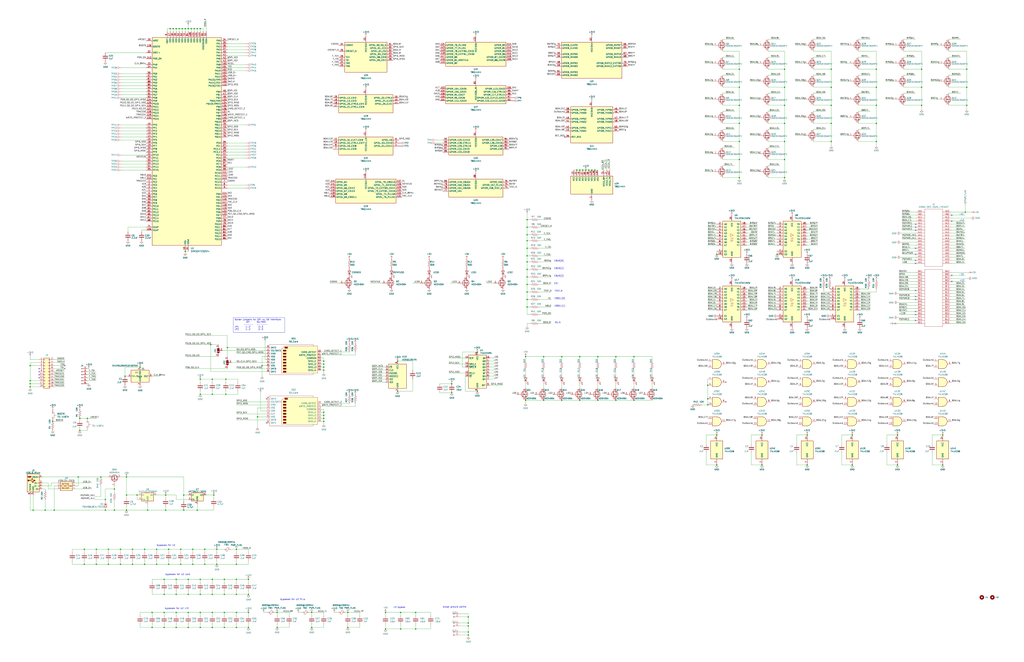
<source format=kicad_sch>
(kicad_sch (version 20231120) (generator "eeschema") (generator_version "8.0")
  (paper "D")
  (title_block (title "QbusH723Z-JLCPCB") (rev "0.1") (company "Bear Metal") (comment 1 "Jonathan Engdahl") (comment 2 "https://github.com/jrengdahl"))
  (lib_symbols
    (symbol "74xx:74AHC595"
      (property "Reference" "U" (at -7.62 13.97 0))
      (property "Value" "74AHC595" (at -7.62 -16.51 0))
      (symbol "74AHC595_1_0"
        (pin tri_state line (at 10.16 7.62 180) (length 2.54) (name "QB") (number "1"))
        (pin input line (at -10.16 2.54 0) (length 2.54) (name "~{SRCLR}") (number "10"))
        (pin input line (at -10.16 5.08 0) (length 2.54) (name "SRCLK") (number "11"))
        (pin input line (at -10.16 -2.54 0) (length 2.54) (name "RCLK") (number "12"))
        (pin input line (at -10.16 -5.08 0) (length 2.54) (name "~{OE}") (number "13"))
        (pin input line (at -10.16 10.16 0) (length 2.54) (name "SER") (number "14"))
        (pin tri_state line (at 10.16 10.16 180) (length 2.54) (name "QA") (number "15"))
        (pin power_in line (at 0 15.24 270) (length 2.54) (name "VCC") (number "16"))
        (pin tri_state line (at 10.16 5.08 180) (length 2.54) (name "QC") (number "2"))
        (pin tri_state line (at 10.16 2.54 180) (length 2.54) (name "QD") (number "3"))
        (pin tri_state line (at 10.16 0 180) (length 2.54) (name "QE") (number "4"))
        (pin tri_state line (at 10.16 -2.54 180) (length 2.54) (name "QF") (number "5"))
        (pin tri_state line (at 10.16 -5.08 180) (length 2.54) (name "QG") (number "6"))
        (pin tri_state line (at 10.16 -7.62 180) (length 2.54) (name "QH") (number "7"))
        (pin power_in line (at 0 -17.78 90) (length 2.54) (name "GND") (number "8"))
        (pin output line (at 10.16 -12.7 180) (length 2.54) (name "QH'") (number "9"))
      )
    )
    (symbol "74xx:74LS08" (pin_names (offset 1.016))
      (property "Reference" "U" (at 0 1.27 0))
      (property "Value" "74LS08" (at 0 -1.27 0))
      (symbol "74LS08_1_1"
        (pin input line (at -7.62 2.54 0) (length 3.81) (name "~") (number "1"))
        (pin input line (at -7.62 -2.54 0) (length 3.81) (name "~") (number "2"))
        (pin output line (at 7.62 0 180) (length 3.81) (name "~") (number "3"))
      )
      (symbol "74LS08_1_2"
        (pin input inverted (at -7.62 2.54 0) (length 4.318) (name "~") (number "1"))
        (pin input inverted (at -7.62 -2.54 0) (length 4.318) (name "~") (number "2"))
        (pin output inverted (at 7.62 0 180) (length 3.81) (name "~") (number "3"))
      )
      (symbol "74LS08_2_1"
        (pin input line (at -7.62 2.54 0) (length 3.81) (name "~") (number "4"))
        (pin input line (at -7.62 -2.54 0) (length 3.81) (name "~") (number "5"))
        (pin output line (at 7.62 0 180) (length 3.81) (name "~") (number "6"))
      )
      (symbol "74LS08_2_2"
        (pin input inverted (at -7.62 2.54 0) (length 4.318) (name "~") (number "4"))
        (pin input inverted (at -7.62 -2.54 0) (length 4.318) (name "~") (number "5"))
        (pin output inverted (at 7.62 0 180) (length 3.81) (name "~") (number "6"))
      )
      (symbol "74LS08_3_1"
        (pin input line (at -7.62 -2.54 0) (length 3.81) (name "~") (number "10"))
        (pin output line (at 7.62 0 180) (length 3.81) (name "~") (number "8"))
        (pin input line (at -7.62 2.54 0) (length 3.81) (name "~") (number "9"))
      )
      (symbol "74LS08_3_2"
        (pin input inverted (at -7.62 -2.54 0) (length 4.318) (name "~") (number "10"))
        (pin output inverted (at 7.62 0 180) (length 3.81) (name "~") (number "8"))
        (pin input inverted (at -7.62 2.54 0) (length 4.318) (name "~") (number "9"))
      )
      (symbol "74LS08_4_1"
        (pin output line (at 7.62 0 180) (length 3.81) (name "~") (number "11"))
        (pin input line (at -7.62 2.54 0) (length 3.81) (name "~") (number "12"))
        (pin input line (at -7.62 -2.54 0) (length 3.81) (name "~") (number "13"))
      )
      (symbol "74LS08_4_2"
        (pin output inverted (at 7.62 0 180) (length 3.81) (name "~") (number "11"))
        (pin input inverted (at -7.62 2.54 0) (length 4.318) (name "~") (number "12"))
        (pin input inverted (at -7.62 -2.54 0) (length 4.318) (name "~") (number "13"))
      )
      (symbol "74LS08_5_0"
        (pin power_in line (at 0 12.7 270) (length 5.08) (name "VCC") (number "14"))
        (pin power_in line (at 0 -12.7 90) (length 5.08) (name "GND") (number "7"))
      )
    )
    (symbol "74xx:74LS541" (pin_names (offset 1.016))
      (property "Reference" "U" (at -7.62 16.51 0))
      (property "Value" "74LS541" (at -7.62 -16.51 0))
      (symbol "74LS541_1_0"
        (pin input inverted (at -12.7 -10.16 0) (length 5.08) (name "G1") (number "1"))
        (pin power_in line (at 0 -20.32 90) (length 5.08) (name "GND") (number "10"))
        (pin tri_state line (at 12.7 -5.08 180) (length 5.08) (name "Y7") (number "11"))
        (pin tri_state line (at 12.7 -2.54 180) (length 5.08) (name "Y6") (number "12"))
        (pin tri_state line (at 12.7 0 180) (length 5.08) (name "Y5") (number "13"))
        (pin tri_state line (at 12.7 2.54 180) (length 5.08) (name "Y4") (number "14"))
        (pin tri_state line (at 12.7 5.08 180) (length 5.08) (name "Y3") (number "15"))
        (pin tri_state line (at 12.7 7.62 180) (length 5.08) (name "Y2") (number "16"))
        (pin tri_state line (at 12.7 10.16 180) (length 5.08) (name "Y1") (number "17"))
        (pin tri_state line (at 12.7 12.7 180) (length 5.08) (name "Y0") (number "18"))
        (pin input inverted (at -12.7 -12.7 0) (length 5.08) (name "G2") (number "19"))
        (pin input line (at -12.7 12.7 0) (length 5.08) (name "A0") (number "2"))
        (pin power_in line (at 0 20.32 270) (length 5.08) (name "VCC") (number "20"))
        (pin input line (at -12.7 10.16 0) (length 5.08) (name "A1") (number "3"))
        (pin input line (at -12.7 7.62 0) (length 5.08) (name "A2") (number "4"))
        (pin input line (at -12.7 5.08 0) (length 5.08) (name "A3") (number "5"))
        (pin input line (at -12.7 2.54 0) (length 5.08) (name "A4") (number "6"))
        (pin input line (at -12.7 0 0) (length 5.08) (name "A5") (number "7"))
        (pin input line (at -12.7 -2.54 0) (length 5.08) (name "A6") (number "8"))
        (pin input line (at -12.7 -5.08 0) (length 5.08) (name "A7") (number "9"))
      )
    )
    (symbol "BearMetal:AP7361C-33Y5" (pin_names (offset 0.254)) (exclude_from_sim yes)
      (property "Reference" "U" (at -3.81 3.175 0))
      (property "Value" "AP7361C-33Y5" (at 0 3.175 0))
      (symbol "AP7361C-33Y5_1_1"
        (pin input line (at -7.62 -3.81 0) (length 2.54) (name "EN") (number "1"))
        (pin power_in line (at 0 -7.62 90) (length 2.54) (name "GND") (number "2"))
        (pin no_connect line (at 7.62 -3.81 180) (length 2.54) hide (name "NC") (number "3"))
        (pin power_in line (at -7.62 0 0) (length 2.54) (name "VI") (number "4"))
        (pin power_out line (at 7.62 0 180) (length 2.54) (name "VO") (number "5"))
      )
    )
    (symbol "BearMetal:CONN-DEC-DUAL-HEIGHT" (pin_names (offset 1.016) hide) (exclude_from_sim yes)
      (property "Reference" "J" (at 0 26.67 0))
      (property "Value" "proto_CONN-DEC-DUAL-HEIGHT" (at 0 24.13 0))
      (symbol "CONN-DEC-DUAL-HEIGHT_1_1"
        (pin passive line (at -15.24 20.32 0) (length 7.62) (name "~") (number "AA1"))
        (pin passive line (at 15.24 20.32 180) (length 7.62) (name "~") (number "AA2"))
        (pin passive line (at -15.24 17.78 0) (length 7.62) (name "~") (number "AB1"))
        (pin passive line (at 15.24 17.78 180) (length 7.62) (name "~") (number "AB2"))
        (pin passive line (at -15.24 15.24 0) (length 7.62) (name "~") (number "AC1"))
        (pin passive line (at 15.24 15.24 180) (length 7.62) (name "~") (number "AC2"))
        (pin passive line (at -15.24 12.7 0) (length 7.62) (name "~") (number "AD1"))
        (pin passive line (at 15.24 12.7 180) (length 7.62) (name "~") (number "AD2"))
        (pin passive line (at -15.24 10.16 0) (length 7.62) (name "~") (number "AE1"))
        (pin passive line (at 15.24 10.16 180) (length 7.62) (name "~") (number "AE2"))
        (pin passive line (at -15.24 7.62 0) (length 7.62) (name "~") (number "AF1"))
        (pin passive line (at 15.24 7.62 180) (length 7.62) (name "~") (number "AF2"))
        (pin passive line (at -15.24 5.08 0) (length 7.62) (name "~") (number "AH1"))
        (pin passive line (at 15.24 5.08 180) (length 7.62) (name "~") (number "AH2"))
        (pin passive line (at -15.24 2.54 0) (length 7.62) (name "~") (number "AJ1"))
        (pin input line (at 15.24 2.54 180) (length 7.62) (name "~") (number "AJ2"))
        (pin passive line (at -15.24 0 0) (length 7.62) (name "~") (number "AK1"))
        (pin passive line (at 15.24 0 180) (length 7.62) (name "~") (number "AK2"))
        (pin passive line (at -15.24 -2.54 0) (length 7.62) (name "~") (number "AL1"))
        (pin passive line (at 15.24 -2.54 180) (length 7.62) (name "~") (number "AL2"))
        (pin passive line (at -15.24 -5.08 0) (length 7.62) (name "~") (number "AM1"))
        (pin passive line (at 15.24 -5.08 180) (length 7.62) (name "~") (number "AM2"))
        (pin passive line (at -15.24 -7.62 0) (length 7.62) (name "~") (number "AN1"))
        (pin passive line (at 15.24 -7.62 180) (length 7.62) (name "~") (number "AN2"))
        (pin passive line (at -15.24 -10.16 0) (length 7.62) (name "~") (number "AP1"))
        (pin passive line (at 15.24 -10.16 180) (length 7.62) (name "~") (number "AP2"))
        (pin passive line (at -15.24 -12.7 0) (length 7.62) (name "~") (number "AR1"))
        (pin passive line (at 15.24 -12.7 180) (length 7.62) (name "~") (number "AR2"))
        (pin passive line (at -15.24 -15.24 0) (length 7.62) (name "~") (number "AS1"))
        (pin passive line (at 15.24 -15.24 180) (length 7.62) (name "~") (number "AS2"))
        (pin passive line (at -15.24 -17.78 0) (length 7.62) (name "~") (number "AT1"))
        (pin passive line (at 15.24 -17.78 180) (length 7.62) (name "~") (number "AT2"))
        (pin passive line (at -15.24 -20.32 0) (length 7.62) (name "~") (number "AU1"))
        (pin passive line (at 15.24 -20.32 180) (length 7.62) (name "~") (number "AU2"))
        (pin passive line (at -15.24 -22.86 0) (length 7.62) (name "~") (number "AV1"))
        (pin passive line (at 15.24 -22.86 180) (length 7.62) (name "~") (number "AV2"))
        (pin passive line (at -15.24 -30.48 0) (length 7.62) (name "~") (number "BA1"))
        (pin passive line (at 15.24 -30.48 180) (length 7.62) (name "~") (number "BA2"))
        (pin passive line (at -15.24 -33.02 0) (length 7.62) (name "~") (number "BB1"))
        (pin passive line (at 15.24 -33.02 180) (length 7.62) (name "~") (number "BB2"))
        (pin passive line (at -15.24 -35.56 0) (length 7.62) (name "~") (number "BC1"))
        (pin passive line (at 15.24 -35.56 180) (length 7.62) (name "~") (number "BC2"))
        (pin passive line (at -15.24 -38.1 0) (length 7.62) (name "~") (number "BD1"))
        (pin passive line (at 15.24 -38.1 180) (length 7.62) (name "~") (number "BD2"))
        (pin passive line (at -15.24 -40.64 0) (length 7.62) (name "~") (number "BE1"))
        (pin passive line (at 15.24 -40.64 180) (length 7.62) (name "~") (number "BE2"))
        (pin passive line (at -15.24 -43.18 0) (length 7.62) (name "~") (number "BF1"))
        (pin passive line (at 15.24 -43.18 180) (length 7.62) (name "~") (number "BF2"))
        (pin passive line (at -15.24 -45.72 0) (length 7.62) (name "~") (number "BH1"))
        (pin passive line (at 15.24 -45.72 180) (length 7.62) (name "~") (number "BH2"))
        (pin passive line (at -15.24 -48.26 0) (length 7.62) (name "~") (number "BJ1"))
        (pin passive line (at 15.24 -48.26 180) (length 7.62) (name "~") (number "BJ2"))
        (pin passive line (at -15.24 -50.8 0) (length 7.62) (name "~") (number "BK1"))
        (pin passive line (at 15.24 -50.8 180) (length 7.62) (name "~") (number "BK2"))
        (pin passive line (at -15.24 -53.34 0) (length 7.62) (name "~") (number "BL1"))
        (pin passive line (at 15.24 -53.34 180) (length 7.62) (name "~") (number "BL2"))
        (pin passive line (at -15.24 -55.88 0) (length 7.62) (name "~") (number "BM1"))
        (pin passive line (at 15.24 -55.88 180) (length 7.62) (name "~") (number "BM2"))
        (pin passive line (at -15.24 -58.42 0) (length 7.62) (name "~") (number "BN1"))
        (pin passive line (at 15.24 -58.42 180) (length 7.62) (name "~") (number "BN2"))
        (pin passive line (at -15.24 -60.96 0) (length 7.62) (name "~") (number "BP1"))
        (pin passive line (at 15.24 -60.96 180) (length 7.62) (name "~") (number "BP2"))
        (pin passive line (at -15.24 -63.5 0) (length 7.62) (name "~") (number "BR1"))
        (pin passive line (at 15.24 -63.5 180) (length 7.62) (name "~") (number "BR2"))
        (pin passive line (at -15.24 -66.04 0) (length 7.62) (name "~") (number "BS1"))
        (pin passive line (at 15.24 -66.04 180) (length 7.62) (name "~") (number "BS2"))
        (pin passive line (at -15.24 -68.58 0) (length 7.62) (name "~") (number "BT1"))
        (pin passive line (at 15.24 -68.58 180) (length 7.62) (name "~") (number "BT2"))
        (pin passive line (at -15.24 -71.12 0) (length 7.62) (name "~") (number "BU1"))
        (pin passive line (at 15.24 -71.12 180) (length 7.62) (name "~") (number "BU2"))
        (pin passive line (at -15.24 -73.66 0) (length 7.62) (name "~") (number "BV1"))
        (pin open_collector line (at 15.24 -73.66 180) (length 7.62) (name "~") (number "BV2"))
      )
    )
    (symbol "BearMetal:SD_Card" (pin_names (offset 1.016))
      (property "Reference" "J" (at -16.51 13.97 0))
      (property "Value" "SD_Card" (at 15.24 -13.97 0))
      (symbol "SD_Card_1_1"
        (pin bidirectional line (at -22.86 7.62 0) (length 2.54) (name "CD/DAT3") (number "1"))
        (pin output line (at 22.86 6.35 180) (length 2.54) (name "CARD_DETECT") (number "10"))
        (pin output line (at 22.86 3.81 180) (length 2.54) (name "WRITE_PROTECT") (number "11"))
        (pin power_in line (at 22.86 1.27 180) (length 2.54) (name "COMMON") (number "12"))
        (pin power_in line (at 22.86 -1.27 180) (length 2.54) (name "SHELL1") (number "13"))
        (pin power_in line (at 22.86 -3.81 180) (length 2.54) (name "SHELL2") (number "14"))
        (pin power_in line (at 22.86 -6.35 180) (length 2.54) (name "SHELL3") (number "15"))
        (pin power_in line (at 22.86 -8.89 180) (length 2.54) (name "SHELL4") (number "16"))
        (pin bidirectional line (at -22.86 5.08 0) (length 2.54) (name "CMD") (number "2"))
        (pin power_in line (at -22.86 2.54 0) (length 2.54) (name "VSS") (number "3"))
        (pin power_in line (at -22.86 0 0) (length 2.54) (name "VDD") (number "4"))
        (pin input line (at -22.86 -2.54 0) (length 2.54) (name "CLK") (number "5"))
        (pin power_in line (at -22.86 -5.08 0) (length 2.54) (name "VSS") (number "6"))
        (pin bidirectional line (at -22.86 -7.62 0) (length 2.54) (name "DAT0") (number "7"))
        (pin bidirectional line (at -22.86 -10.16 0) (length 2.54) (name "DAT1") (number "8"))
        (pin bidirectional line (at -22.86 10.16 0) (length 2.54) (name "DAT2") (number "9"))
      )
    )
    (symbol "BearMetal:SSM3K35AMFV" (pin_names hide) (exclude_from_sim yes)
      (property "Reference" "Q" (at 5.08 1.905 0))
      (property "Value" "SSM3K35AMFV" (at 5.08 0 0))
      (symbol "SSM3K35AMFV_1_1"
        (pin input line (at -5.08 0 0) (length 2.54) (name "G") (number "1"))
        (pin passive line (at 2.54 -5.08 90) (length 2.54) (name "S") (number "2"))
        (pin passive line (at 2.54 5.08 270) (length 2.54) (name "D") (number "3"))
      )
    )
    (symbol "BearMetal:TLV74312PDBVR" (pin_names (offset 0.254)) (exclude_from_sim yes)
      (property "Reference" "U" (at -3.81 3.175 0))
      (property "Value" "TLV74312PDBVR" (at 0 3.175 0))
      (symbol "TLV74312PDBVR_1_1"
        (pin power_in line (at -7.62 0 0) (length 2.54) (name "VI") (number "1"))
        (pin power_in line (at 0 -7.62 90) (length 2.54) (name "GND") (number "2"))
        (pin input line (at -7.62 -3.81 0) (length 2.54) (name "EN") (number "3"))
        (pin no_connect line (at 7.62 -3.81 180) (length 2.54) hide (name "NC") (number "4"))
        (pin power_out line (at 7.62 0 180) (length 2.54) (name "VO") (number "5"))
      )
    )
    (symbol "Connector:Conn_01x02_Pin" (pin_names (offset 1.016) hide)
      (property "Reference" "J" (at 0 2.54 0))
      (property "Value" "Conn_01x02_Pin" (at 0 -5.08 0))
      (symbol "Conn_01x02_Pin_1_1"
        (pin passive line (at 5.08 0 180) (length 3.81) (name "Pin_1") (number "1"))
        (pin passive line (at 5.08 -2.54 180) (length 3.81) (name "Pin_2") (number "2"))
      )
    )
    (symbol "Connector:Conn_01x06_Pin" (pin_names (offset 1.016) hide)
      (property "Reference" "J" (at 0 7.62 0))
      (property "Value" "Conn_01x06_Pin" (at 0 -10.16 0))
      (symbol "Conn_01x06_Pin_1_1"
        (pin passive line (at 5.08 5.08 180) (length 3.81) (name "Pin_1") (number "1"))
        (pin passive line (at 5.08 2.54 180) (length 3.81) (name "Pin_2") (number "2"))
        (pin passive line (at 5.08 0 180) (length 3.81) (name "Pin_3") (number "3"))
        (pin passive line (at 5.08 -2.54 180) (length 3.81) (name "Pin_4") (number "4"))
        (pin passive line (at 5.08 -5.08 180) (length 3.81) (name "Pin_5") (number "5"))
        (pin passive line (at 5.08 -7.62 180) (length 3.81) (name "Pin_6") (number "6"))
      )
    )
    (symbol "Connector:TestPoint" (pin_numbers hide) (pin_names (offset 0.762) hide)
      (property "Reference" "TP" (at 0 6.858 0))
      (property "Value" "TestPoint" (at 0 5.08 0))
      (symbol "TestPoint_1_1"
        (pin passive line (at 0 0 90) (length 2.54) (name "1") (number "1"))
      )
    )
    (symbol "Connector:USB_B_Micro" (pin_names (offset 1.016))
      (property "Reference" "J" (at -5.08 11.43 0))
      (property "Value" "USB_B_Micro" (at -5.08 8.89 0))
      (symbol "USB_B_Micro_1_1"
        (pin power_out line (at 7.62 5.08 180) (length 2.54) (name "VBUS") (number "1"))
        (pin bidirectional line (at 7.62 -2.54 180) (length 2.54) (name "D-") (number "2"))
        (pin bidirectional line (at 7.62 0 180) (length 2.54) (name "D+") (number "3"))
        (pin passive line (at 7.62 -5.08 180) (length 2.54) (name "ID") (number "4"))
        (pin power_out line (at 0 -10.16 90) (length 2.54) (name "GND") (number "5"))
        (pin passive line (at -2.54 -10.16 90) (length 2.54) (name "Shield") (number "6"))
      )
    )
    (symbol "Connector_Generic:Conn_02x10_Odd_Even" (pin_names (offset 1.016) hide)
      (property "Reference" "J" (at 1.27 12.7 0))
      (property "Value" "Conn_02x10_Odd_Even" (at 1.27 -15.24 0))
      (symbol "Conn_02x10_Odd_Even_1_1"
        (pin passive line (at -5.08 10.16 0) (length 3.81) (name "Pin_1") (number "1"))
        (pin passive line (at 7.62 0 180) (length 3.81) (name "Pin_10") (number "10"))
        (pin passive line (at -5.08 -2.54 0) (length 3.81) (name "Pin_11") (number "11"))
        (pin passive line (at 7.62 -2.54 180) (length 3.81) (name "Pin_12") (number "12"))
        (pin passive line (at -5.08 -5.08 0) (length 3.81) (name "Pin_13") (number "13"))
        (pin passive line (at 7.62 -5.08 180) (length 3.81) (name "Pin_14") (number "14"))
        (pin passive line (at -5.08 -7.62 0) (length 3.81) (name "Pin_15") (number "15"))
        (pin passive line (at 7.62 -7.62 180) (length 3.81) (name "Pin_16") (number "16"))
        (pin passive line (at -5.08 -10.16 0) (length 3.81) (name "Pin_17") (number "17"))
        (pin passive line (at 7.62 -10.16 180) (length 3.81) (name "Pin_18") (number "18"))
        (pin passive line (at -5.08 -12.7 0) (length 3.81) (name "Pin_19") (number "19"))
        (pin passive line (at 7.62 10.16 180) (length 3.81) (name "Pin_2") (number "2"))
        (pin passive line (at 7.62 -12.7 180) (length 3.81) (name "Pin_20") (number "20"))
        (pin passive line (at -5.08 7.62 0) (length 3.81) (name "Pin_3") (number "3"))
        (pin passive line (at 7.62 7.62 180) (length 3.81) (name "Pin_4") (number "4"))
        (pin passive line (at -5.08 5.08 0) (length 3.81) (name "Pin_5") (number "5"))
        (pin passive line (at 7.62 5.08 180) (length 3.81) (name "Pin_6") (number "6"))
        (pin passive line (at -5.08 2.54 0) (length 3.81) (name "Pin_7") (number "7"))
        (pin passive line (at 7.62 2.54 180) (length 3.81) (name "Pin_8") (number "8"))
        (pin passive line (at -5.08 0 0) (length 3.81) (name "Pin_9") (number "9"))
      )
    )
    (symbol "Device:C" (pin_numbers hide) (pin_names (offset 0.254))
      (property "Reference" "C" (at 0.635 2.54 0))
      (property "Value" "C" (at 0.635 -2.54 0))
      (symbol "C_1_1"
        (pin passive line (at 0 3.81 270) (length 2.794) (name "~") (number "1"))
        (pin passive line (at 0 -3.81 90) (length 2.794) (name "~") (number "2"))
      )
    )
    (symbol "Device:FerriteBead_Small" (pin_numbers hide) (pin_names (offset 0))
      (property "Reference" "FB" (at 1.905 1.27 0))
      (property "Value" "FerriteBead_Small" (at 1.905 -1.27 0))
      (symbol "FerriteBead_Small_1_1"
        (pin passive line (at 0 2.54 270) (length 1.27) (name "~") (number "1"))
        (pin passive line (at 0 -2.54 90) (length 1.27) (name "~") (number "2"))
      )
    )
    (symbol "Device:LED" (pin_numbers hide) (pin_names (offset 1.016) hide)
      (property "Reference" "D" (at 0 2.54 0))
      (property "Value" "LED" (at 0 -2.54 0))
      (symbol "LED_1_1"
        (pin passive line (at -3.81 0 0) (length 2.54) (name "K") (number "1"))
        (pin passive line (at 3.81 0 180) (length 2.54) (name "A") (number "2"))
      )
    )
    (symbol "Device:R_US" (pin_numbers hide) (pin_names (offset 0))
      (property "Reference" "R" (at 2.54 0 90))
      (property "Value" "R_US" (at -2.54 0 90))
      (symbol "R_US_1_1"
        (pin passive line (at 0 3.81 270) (length 1.27) (name "~") (number "1"))
        (pin passive line (at 0 -3.81 90) (length 1.27) (name "~") (number "2"))
      )
    )
    (symbol "Diode:SM6T6V8A" (pin_numbers hide) (pin_names (offset 1.016) hide)
      (property "Reference" "D" (at 0 2.54 0))
      (property "Value" "SM6T6V8A" (at 0 -2.54 0))
      (symbol "SM6T6V8A_1_1"
        (pin passive line (at -3.81 0 0) (length 2.54) (name "A1") (number "1"))
        (pin passive line (at 3.81 0 180) (length 2.54) (name "A2") (number "2"))
      )
    )
    (symbol "FPGA_Efinix_Trion:T8Q144xx"
      (property "Reference" "U" (at -24.13 16.51 0))
      (property "Value" "T8Q144xx" (at 19.05 -16.51 0))
      (symbol "T8Q144xx_1_1"
        (pin power_in line (at 0 17.78 270) (length 5.08) (name "VCCIO1A") (number "23"))
        (pin output line (at -22.86 -5.08 0) (length 5.08) (name "TDO") (number "24"))
        (pin input line (at -22.86 -7.62 0) (length 5.08) (name "TMS") (number "25"))
        (pin input line (at -22.86 0 0) (length 5.08) (name "TCK") (number "26"))
        (pin input line (at -22.86 -2.54 0) (length 5.08) (name "TDI") (number "27"))
        (pin bidirectional line (at 22.86 -2.54 180) (length 5.08) (name "GPIOL_09_CDI1") (number "28"))
        (pin bidirectional line (at 22.86 0 180) (length 5.08) (name "GPIOL_08_CDI0") (number "29"))
        (pin bidirectional line (at 22.86 7.62 180) (length 5.08) (name "GPIOL_01_CCK") (number "30"))
        (pin bidirectional line (at 22.86 10.16 180) (length 5.08) (name "GPIOL_00_SS_N") (number "31"))
        (pin bidirectional line (at 22.86 5.08 180) (length 5.08) (name "GPIOL_04_CSI") (number "32"))
        (pin bidirectional line (at 22.86 2.54 180) (length 5.08) (name "GPIOL_05_CSO") (number "33"))
        (pin bidirectional line (at -22.86 10.16 0) (length 5.08) (name "CDONE") (number "34"))
        (pin bidirectional line (at -22.86 5.08 0) (length 5.08) (name "CRESET_N") (number "35"))
      )
      (symbol "T8Q144xx_2_1"
        (pin bidirectional line (at 27.94 0 180) (length 5.08) (name "GPIOL_25_CLK1") (number "14"))
        (pin bidirectional line (at 27.94 2.54 180) (length 5.08) (name "GPIOL_24_CLK0") (number "15"))
        (pin bidirectional line (at 27.94 5.08 180) (length 5.08) (name "GPIOL_22_CTRL2") (number "16"))
        (pin bidirectional line (at -27.94 -2.54 0) (length 5.08) (name "GPIOL_21_CTRL1_CDI5") (number "17"))
        (pin bidirectional line (at -27.94 0 0) (length 5.08) (name "GPIOL_20_CTRL0_CDI4") (number "18"))
        (pin bidirectional line (at -27.94 2.54 0) (length 5.08) (name "GPIOL_13_CDI3") (number "19"))
        (pin bidirectional line (at -27.94 5.08 0) (length 5.08) (name "GPIOL_12_CDI2") (number "20"))
        (pin power_in line (at 0 12.7 270) (length 5.08) (name "VCCIO1B") (number "21"))
      )
      (symbol "T8Q144xx_3_1"
        (pin bidirectional line (at -27.94 2.54 0) (length 5.08) (name "GPIOL_32_CTRL4_CDI7") (number "10"))
        (pin bidirectional line (at -27.94 5.08 0) (length 5.08) (name "GPIOL_31_CLK7_CDI6") (number "11"))
        (pin power_in line (at 0 12.7 270) (length 5.08) (name "VCCIO1C_1D") (number "12"))
        (pin bidirectional line (at 27.94 2.54 180) (length 5.08) (name "GPIOL_53_CDI10") (number "3"))
        (pin bidirectional line (at 27.94 0 180) (length 5.08) (name "GPIOL_54_CDI11") (number "4"))
        (pin bidirectional line (at 27.94 5.08 180) (length 5.08) (name "GPIOL_46") (number "6"))
        (pin bidirectional line (at -27.94 -2.54 0) (length 5.08) (name "GPIOL_41_CDI9") (number "7"))
        (pin bidirectional line (at -27.94 0 0) (length 5.08) (name "GPIOL_40_CDI8") (number "8"))
      )
      (symbol "T8Q144xx_4_1"
        (pin bidirectional line (at 30.48 -5.08 180) (length 5.08) (name "GPIOL_75_PLLIN1") (number "131"))
        (pin bidirectional line (at 30.48 -2.54 180) (length 5.08) (name "GPIOL_74_PLLIN0") (number "132"))
        (pin bidirectional line (at 30.48 0 180) (length 5.08) (name "GPIOL_73_EXTFB1_CDI15") (number "134"))
        (pin bidirectional line (at 30.48 2.54 180) (length 5.08) (name "GPIOL_72_EXTFB0_CDI14") (number "135"))
        (pin bidirectional line (at 30.48 5.08 180) (length 5.08) (name "GPIOL_71_NSTATUS") (number "136"))
        (pin bidirectional line (at 30.48 7.62 180) (length 5.08) (name "GPIOL_70_CBSEL0") (number "137"))
        (pin bidirectional line (at -30.48 -5.08 0) (length 5.08) (name "GPIOL_69_CBSEL1") (number "138"))
        (pin bidirectional line (at -30.48 -2.54 0) (length 5.08) (name "GPIOL_68") (number "139"))
        (pin bidirectional line (at -30.48 0 0) (length 5.08) (name "GPIOL_67_CDI13") (number "140"))
        (pin bidirectional line (at -30.48 5.08 0) (length 5.08) (name "GPIOL_65") (number "141"))
        (pin bidirectional line (at -30.48 2.54 0) (length 5.08) (name "GPIOL_66_CDI12") (number "142"))
        (pin power_in line (at 0 15.24 270) (length 5.08) (name "VCCIO1E") (number "143"))
        (pin bidirectional line (at -30.48 7.62 0) (length 5.08) (name "GPIOL_64") (number "144"))
      )
      (symbol "T8Q144xx_5_1"
        (pin bidirectional line (at 30.48 -5.08 180) (length 5.08) (name "GPIOR_88_CDI28") (number "109"))
        (pin bidirectional line (at 30.48 -2.54 180) (length 5.08) (name "GPIOR_87_CDI29") (number "110"))
        (pin bidirectional line (at 30.48 2.54 180) (length 5.08) (name "GPIOR_85") (number "111"))
        (pin bidirectional line (at 30.48 0 180) (length 5.08) (name "GPIOR_86") (number "112"))
        (pin bidirectional line (at 30.48 5.08 180) (length 5.08) (name "GPIOR_84") (number "113"))
        (pin bidirectional line (at 30.48 7.62 180) (length 5.08) (name "GPIOR_83") (number "114"))
        (pin bidirectional line (at -30.48 -7.62 0) (length 5.08) (name "GPIOR_82") (number "115"))
        (pin bidirectional line (at -30.48 -5.08 0) (length 5.08) (name "GPIOR_81_MREFCLK") (number "116"))
        (pin bidirectional line (at -30.48 -2.54 0) (length 5.08) (name "GPIOR_80") (number "117"))
        (pin bidirectional line (at -30.48 0 0) (length 5.08) (name "GPIOR_79_EXTFB1_CDI30") (number "118"))
        (pin bidirectional line (at -30.48 2.54 0) (length 5.08) (name "GPIOR_78_EXTFB0_CDI31") (number "119"))
        (pin power_in line (at 0 15.24 270) (length 5.08) (name "VCCIO3A") (number "122"))
        (pin bidirectional line (at -30.48 5.08 0) (length 5.08) (name "GPIOR_77_PLLIN1") (number "123"))
        (pin bidirectional line (at -30.48 7.62 0) (length 5.08) (name "GPIOR_76_PLLIN0") (number "124"))
      )
      (symbol "T8Q144xx_6_1"
        (pin bidirectional line (at 30.48 5.08 180) (length 5.08) (name "GPIOR_113_CDI22") (number "100"))
        (pin bidirectional line (at -30.48 -5.08 0) (length 5.08) (name "GPIOR_112_CDI23") (number "101"))
        (pin bidirectional line (at -30.48 2.54 0) (length 5.08) (name "GPIOR_105_CDI24") (number "102"))
        (pin bidirectional line (at -30.48 5.08 0) (length 5.08) (name "GPIOR_104_CDI25") (number "103"))
        (pin bidirectional line (at -30.48 -2.54 0) (length 5.08) (name "GPIOR_95_CDI26") (number "105"))
        (pin bidirectional line (at -30.48 0 0) (length 5.08) (name "GPIOR_94_CDI27") (number "106"))
        (pin bidirectional line (at 30.48 -5.08 180) (length 5.08) (name "GPIOR_123_CLK12_CDI20") (number "93"))
        (pin power_in line (at 0 12.7 270) (length 5.08) (name "VCCIO3B_3C") (number "95"))
        (pin bidirectional line (at 30.48 -2.54 180) (length 5.08) (name "GPIOR_122_CLK13_CDI21") (number "97"))
        (pin bidirectional line (at 30.48 0 180) (length 5.08) (name "GPIOR_117_CTRL14") (number "98"))
        (pin bidirectional line (at 30.48 2.54 180) (length 5.08) (name "GPIOR_116_CTRL15") (number "99"))
      )
      (symbol "T8Q144xx_7_1"
        (pin bidirectional line (at 27.94 -2.54 180) (length 5.08) (name "GPIOR_139") (number "81"))
        (pin bidirectional line (at 27.94 0 180) (length 5.08) (name "GPIOR_138") (number "82"))
        (pin bidirectional line (at 27.94 2.54 180) (length 5.08) (name "GPIOR_136_CDI16") (number "83"))
        (pin bidirectional line (at 27.94 5.08 180) (length 5.08) (name "GPIOR_135_CDI17") (number "84"))
        (pin bidirectional line (at -27.94 -5.08 0) (length 5.08) (name "GPIOR_133_CDI18") (number "86"))
        (pin bidirectional line (at -27.94 -2.54 0) (length 5.08) (name "GPIOR_132_CDI19") (number "87"))
        (pin bidirectional line (at -27.94 0 0) (length 5.08) (name "GPIOR_129_CTRL10") (number "89"))
        (pin bidirectional line (at -27.94 2.54 0) (length 5.08) (name "GPIOR_128_CTRL11") (number "90"))
        (pin power_in line (at 0 12.7 270) (length 5.08) (name "VCCIO3D") (number "91"))
        (pin bidirectional line (at -27.94 5.08 0) (length 5.08) (name "GPIOR_125_CLK10") (number "92"))
      )
      (symbol "T8Q144xx_8_1"
        (pin bidirectional line (at 27.94 0 180) (length 5.08) (name "GPIOR_158_TEST_N") (number "74"))
        (pin bidirectional line (at 27.94 2.54 180) (length 5.08) (name "GPIOR_157_PLLIN") (number "75"))
        (pin bidirectional line (at 27.94 5.08 180) (length 5.08) (name "GPIOR_155") (number "76"))
        (pin bidirectional line (at -27.94 -2.54 0) (length 5.08) (name "GPIOR_154") (number "77"))
        (pin bidirectional line (at -27.94 0 0) (length 5.08) (name "GPIOR_151_CBUS0") (number "78"))
        (pin bidirectional line (at -27.94 2.54 0) (length 5.08) (name "GPIOR_150_CBUS1") (number "79"))
        (pin bidirectional line (at -27.94 5.08 0) (length 5.08) (name "GPIOR_149_CBUS2") (number "80"))
        (pin power_in line (at 0 12.7 270) (length 5.08) (name "VCCIO3E") (number "88"))
      )
      (symbol "T8Q144xx_9_1"
        (pin bidirectional line (at -30.48 5.08 0) (length 5.08) (name "GPIOB_RXP00") (number "55"))
        (pin bidirectional line (at -30.48 2.54 0) (length 5.08) (name "GPIOB_RXN00") (number "56"))
        (pin bidirectional line (at -30.48 -2.54 0) (length 5.08) (name "GPIOB_RXP02") (number "58"))
        (pin bidirectional line (at -30.48 -5.08 0) (length 5.08) (name "GPIOB_RXN02") (number "59"))
        (pin bidirectional line (at -30.48 -12.7 0) (length 5.08) (name "GPIOB_RXN03") (number "60"))
        (pin bidirectional line (at -30.48 -10.16 0) (length 5.08) (name "GPIOB_RXP03") (number "61"))
        (pin power_in line (at 0 20.32 270) (length 5.08) (name "VCCIO4A") (number "62"))
        (pin passive line (at 0 20.32 270) (length 5.08) hide (name "VCCIO4A") (number "63"))
        (pin bidirectional line (at 30.48 10.16 180) (length 5.08) (name "GPIOB_RXN07") (number "65"))
        (pin bidirectional line (at 30.48 12.7 180) (length 5.08) (name "GPIOB_RXP07") (number "66"))
        (pin bidirectional line (at 30.48 5.08 180) (length 5.08) (name "GPIOB_RXP10") (number "67"))
        (pin bidirectional line (at 30.48 2.54 180) (length 5.08) (name "GPIOB_RXN10") (number "68"))
        (pin bidirectional line (at 30.48 -5.08 180) (length 5.08) (name "GPIOB_RXN12_EXTFB0") (number "69"))
        (pin bidirectional line (at 30.48 -2.54 180) (length 5.08) (name "GPIOB_RXP12_EXTFB0") (number "70"))
        (pin bidirectional line (at -30.48 12.7 0) (length 5.08) (name "GPIOB_CLKP0") (number "71"))
        (pin bidirectional line (at -30.48 10.16 0) (length 5.08) (name "GPIOB_CLKN0") (number "72"))
      )
      (symbol "T8Q144xx_10_1"
        (pin passive line (at -22.86 -10.16 0) (length 5.08) (name "REF_RES") (number "36"))
        (pin bidirectional line (at -22.86 12.7 0) (length 5.08) (name "GPIOB_TXP00") (number "38"))
        (pin bidirectional line (at -22.86 10.16 0) (length 5.08) (name "GPIOB_TXN00") (number "39"))
        (pin bidirectional line (at -22.86 5.08 0) (length 5.08) (name "GPIOB_TXP02") (number "40"))
        (pin bidirectional line (at -22.86 2.54 0) (length 5.08) (name "GPIOB_TXN02") (number "41"))
        (pin bidirectional line (at -22.86 -2.54 0) (length 5.08) (name "GPIOB_TXP04") (number "42"))
        (pin bidirectional line (at -22.86 -5.08 0) (length 5.08) (name "GPIOB_TXN04") (number "43"))
        (pin bidirectional line (at 22.86 12.7 180) (length 5.08) (name "GPIOB_TXP06") (number "45"))
        (pin bidirectional line (at 22.86 10.16 180) (length 5.08) (name "GPIOB_TXN06") (number "46"))
        (pin bidirectional line (at 22.86 5.08 180) (length 5.08) (name "GPIOB_TXP09") (number "47"))
        (pin bidirectional line (at 22.86 2.54 180) (length 5.08) (name "GPIOB_TXN09") (number "48"))
        (pin power_in line (at 0 20.32 270) (length 5.08) (name "VCCIO4B") (number "51"))
        (pin passive line (at 0 20.32 270) (length 5.08) hide (name "VCCIO4B") (number "52"))
        (pin bidirectional line (at 22.86 -2.54 180) (length 5.08) (name "GPIOB_TXP11") (number "53"))
        (pin bidirectional line (at 22.86 -5.08 180) (length 5.08) (name "GPIOB_TXN11") (number "54"))
      )
      (symbol "T8Q144xx_11_1"
        (pin power_in line (at 0 -12.7 90) (length 5.08) (name "GND") (number "1"))
        (pin passive line (at 0 -12.7 90) (length 5.08) hide (name "GND") (number "104"))
        (pin power_in line (at 15.24 12.7 270) (length 5.08) (name "VCCA_TR") (number "107"))
        (pin passive line (at 0 -12.7 90) (length 5.08) hide (name "GND") (number "108"))
        (pin passive line (at 0 -12.7 90) (length 5.08) hide (name "GND") (number "120"))
        (pin passive line (at 0 -12.7 90) (length 5.08) hide (name "GND") (number "121"))
        (pin power_in line (at 0 12.7 270) (length 5.08) (name "VCC") (number "125"))
        (pin passive line (at 0 -12.7 90) (length 5.08) hide (name "GND") (number "126"))
        (pin passive line (at 0 -12.7 90) (length 5.08) hide (name "GND") (number "127"))
        (pin power_in line (at 2.54 12.7 270) (length 5.08) (name "VCC") (number "128"))
        (pin passive line (at 0 -12.7 90) (length 5.08) hide (name "GND") (number "129"))
        (pin power_in line (at -15.24 12.7 270) (length 5.08) (name "VCC") (number "13"))
        (pin power_in line (at 5.08 12.7 270) (length 5.08) (name "VCC") (number "130"))
        (pin passive line (at 0 -12.7 90) (length 5.08) hide (name "GND") (number "133"))
        (pin power_in line (at 12.7 12.7 270) (length 5.08) (name "VCCA_TL") (number "2"))
        (pin power_in line (at -12.7 12.7 270) (length 5.08) (name "VCC") (number "22"))
        (pin passive line (at 0 -12.7 90) (length 5.08) hide (name "GND") (number "37"))
        (pin passive line (at 0 -12.7 90) (length 5.08) hide (name "GND") (number "44"))
        (pin power_in line (at -10.16 12.7 270) (length 5.08) (name "VCC") (number "49"))
        (pin passive line (at 0 -12.7 90) (length 5.08) hide (name "GND") (number "5"))
        (pin passive line (at 0 -12.7 90) (length 5.08) hide (name "GND") (number "50"))
        (pin power_in line (at -7.62 12.7 270) (length 5.08) (name "VCC") (number "57"))
        (pin passive line (at 0 -12.7 90) (length 5.08) hide (name "GND") (number "64"))
        (pin power_in line (at 10.16 12.7 270) (length 5.08) (name "VCCA_BR") (number "73"))
        (pin power_in line (at -5.08 12.7 270) (length 5.08) (name "VCC") (number "85"))
        (pin passive line (at 0 -12.7 90) (length 5.08) hide (name "GND") (number "9"))
        (pin passive line (at 0 -12.7 90) (length 5.08) hide (name "GND") (number "94"))
        (pin power_in line (at -2.54 12.7 270) (length 5.08) (name "VCC") (number "96"))
      )
    )
    (symbol "Jumper:SolderJumper_3_Bridged12" (pin_names (offset 0) hide)
      (property "Reference" "JP" (at -2.54 -2.54 0))
      (property "Value" "SolderJumper_3_Bridged12" (at 0 2.794 0))
      (symbol "SolderJumper_3_Bridged12_1_1"
        (pin passive line (at -5.08 0 0) (length 2.54) (name "A") (number "1"))
        (pin passive line (at 0 -3.81 90) (length 2.54) (name "C") (number "2"))
        (pin passive line (at 5.08 0 180) (length 2.54) (name "B") (number "3"))
      )
    )
    (symbol "MCU_ST_STM32H7:STM32H723ZGTx"
      (property "Reference" "U" (at -27.94 90.17 0))
      (property "Value" "STM32H723ZGTx" (at 20.32 90.17 0))
      (symbol "STM32H723ZGTx_1_1"
        (pin bidirectional line (at -33.02 -33.02 0) (length 5.08) (name "PE2") (number "1"))
        (pin bidirectional line (at -33.02 15.24 0) (length 5.08) (name "PF0") (number "10"))
        (pin bidirectional line (at 35.56 66.04 180) (length 5.08) (name "PA8") (number "100"))
        (pin bidirectional line (at 35.56 63.5 180) (length 5.08) (name "PA9") (number "101"))
        (pin bidirectional line (at 35.56 60.96 180) (length 5.08) (name "PA10") (number "102"))
        (pin bidirectional line (at 35.56 58.42 180) (length 5.08) (name "PA11") (number "103"))
        (pin bidirectional line (at 35.56 55.88 180) (length 5.08) (name "PA12") (number "104"))
        (pin bidirectional line (at 35.56 53.34 180) (length 5.08) (name "PA13(JTMS") (number "105"))
        (pin power_out line (at -33.02 -73.66 0) (length 5.08) (name "VCAP") (number "106"))
        (pin passive line (at 0 -91.44 90) (length 5.08) hide (name "VSS") (number "107"))
        (pin power_in line (at 5.08 93.98 270) (length 5.08) (name "VDD") (number "108"))
        (pin bidirectional line (at 35.56 50.8 180) (length 5.08) (name "PA14(JTCK") (number "109"))
        (pin bidirectional line (at -33.02 12.7 0) (length 5.08) (name "PF1") (number "11"))
        (pin bidirectional line (at 35.56 48.26 180) (length 5.08) (name "PA15(JTDI)") (number "110"))
        (pin bidirectional line (at 35.56 -25.4 180) (length 5.08) (name "PC10") (number "111"))
        (pin bidirectional line (at 35.56 -27.94 180) (length 5.08) (name "PC11") (number "112"))
        (pin bidirectional line (at 35.56 -30.48 180) (length 5.08) (name "PC12") (number "113"))
        (pin bidirectional line (at 35.56 -43.18 180) (length 5.08) (name "PD0") (number "114"))
        (pin bidirectional line (at 35.56 -45.72 180) (length 5.08) (name "PD1") (number "115"))
        (pin bidirectional line (at 35.56 -48.26 180) (length 5.08) (name "PD2") (number "116"))
        (pin bidirectional line (at 35.56 -50.8 180) (length 5.08) (name "PD3") (number "117"))
        (pin bidirectional line (at 35.56 -53.34 180) (length 5.08) (name "PD4") (number "118"))
        (pin bidirectional line (at 35.56 -55.88 180) (length 5.08) (name "PD5") (number "119"))
        (pin bidirectional line (at -33.02 10.16 0) (length 5.08) (name "PF2") (number "12"))
        (pin passive line (at 0 -91.44 90) (length 5.08) hide (name "VSS") (number "120"))
        (pin power_in line (at 7.62 93.98 270) (length 5.08) (name "VDD") (number "121"))
        (pin bidirectional line (at 35.56 -58.42 180) (length 5.08) (name "PD6") (number "122"))
        (pin bidirectional line (at 35.56 -60.96 180) (length 5.08) (name "PD7") (number "123"))
        (pin bidirectional line (at -33.02 35.56 0) (length 5.08) (name "PG9") (number "124"))
        (pin bidirectional line (at -33.02 33.02 0) (length 5.08) (name "PG10") (number "125"))
        (pin bidirectional line (at -33.02 30.48 0) (length 5.08) (name "PG11") (number "126"))
        (pin bidirectional line (at -33.02 27.94 0) (length 5.08) (name "PG12") (number "127"))
        (pin bidirectional line (at -33.02 25.4 0) (length 5.08) (name "PG13") (number "128"))
        (pin bidirectional line (at -33.02 22.86 0) (length 5.08) (name "PG14") (number "129"))
        (pin bidirectional line (at -33.02 7.62 0) (length 5.08) (name "PF3") (number "13"))
        (pin passive line (at 0 -91.44 90) (length 5.08) hide (name "VSS") (number "130"))
        (pin power_in line (at 10.16 93.98 270) (length 5.08) (name "VDD") (number "131"))
        (pin bidirectional line (at -33.02 20.32 0) (length 5.08) (name "PG15") (number "132"))
        (pin bidirectional line (at 35.56 35.56 180) (length 5.08) (name "PB3(JTDO") (number "133"))
        (pin bidirectional line (at 35.56 33.02 180) (length 5.08) (name "PB4(NJTRST)") (number "134"))
        (pin bidirectional line (at 35.56 30.48 180) (length 5.08) (name "PB5") (number "135"))
        (pin bidirectional line (at 35.56 27.94 180) (length 5.08) (name "PB6") (number "136"))
        (pin bidirectional line (at 35.56 25.4 180) (length 5.08) (name "PB7") (number "137"))
        (pin input line (at -33.02 81.28 0) (length 5.08) (name "BOOT0") (number "138"))
        (pin bidirectional line (at 35.56 22.86 180) (length 5.08) (name "PB8") (number "139"))
        (pin bidirectional line (at -33.02 5.08 0) (length 5.08) (name "PF4") (number "14"))
        (pin bidirectional line (at 35.56 20.32 180) (length 5.08) (name "PB9") (number "140"))
        (pin bidirectional line (at -33.02 -27.94 0) (length 5.08) (name "PE0") (number "141"))
        (pin bidirectional line (at -33.02 -30.48 0) (length 5.08) (name "PE1") (number "142"))
        (pin input line (at -33.02 71.12 0) (length 5.08) (name "PDR_ON") (number "143"))
        (pin power_in line (at 12.7 93.98 270) (length 5.08) (name "VDD") (number "144"))
        (pin bidirectional line (at -33.02 2.54 0) (length 5.08) (name "PF5") (number "15"))
        (pin power_in line (at 0 -91.44 90) (length 5.08) (name "VSS") (number "16"))
        (pin power_in line (at -12.7 93.98 270) (length 5.08) (name "VDD") (number "17"))
        (pin bidirectional line (at -33.02 0 0) (length 5.08) (name "PF6") (number "18"))
        (pin bidirectional line (at -33.02 -2.54 0) (length 5.08) (name "PF7") (number "19"))
        (pin bidirectional line (at -33.02 -35.56 0) (length 5.08) (name "PE3") (number "2"))
        (pin bidirectional line (at -33.02 -5.08 0) (length 5.08) (name "PF8") (number "20"))
        (pin bidirectional line (at -33.02 -7.62 0) (length 5.08) (name "PF9") (number "21"))
        (pin bidirectional line (at -33.02 -10.16 0) (length 5.08) (name "PF10") (number "22"))
        (pin bidirectional line (at -33.02 66.04 0) (length 5.08) (name "PH0") (number "23"))
        (pin bidirectional line (at -33.02 63.5 0) (length 5.08) (name "PH1") (number "24"))
        (pin input line (at -33.02 86.36 0) (length 5.08) (name "NRST") (number "25"))
        (pin bidirectional line (at 35.56 0 180) (length 5.08) (name "PC0") (number "26"))
        (pin bidirectional line (at 35.56 -2.54 180) (length 5.08) (name "PC1") (number "27"))
        (pin bidirectional line (at 35.56 -5.08 180) (length 5.08) (name "PC2_C") (number "28"))
        (pin bidirectional line (at 35.56 -7.62 180) (length 5.08) (name "PC3_C") (number "29"))
        (pin bidirectional line (at -33.02 -38.1 0) (length 5.08) (name "PE4") (number "3"))
        (pin power_in line (at -10.16 93.98 270) (length 5.08) (name "VDD") (number "30"))
        (pin power_in line (at 2.54 -91.44 90) (length 5.08) (name "VSSA") (number "31"))
        (pin input line (at -33.02 76.2 0) (length 5.08) (name "VREF+") (number "32"))
        (pin power_in line (at 17.78 93.98 270) (length 5.08) (name "VDDA") (number "33"))
        (pin bidirectional line (at 35.56 86.36 180) (length 5.08) (name "PA0") (number "34"))
        (pin bidirectional line (at 35.56 83.82 180) (length 5.08) (name "PA1") (number "35"))
        (pin bidirectional line (at 35.56 81.28 180) (length 5.08) (name "PA2") (number "36"))
        (pin bidirectional line (at 35.56 78.74 180) (length 5.08) (name "PA3") (number "37"))
        (pin passive line (at 0 -91.44 90) (length 5.08) hide (name "VSS") (number "38"))
        (pin power_in line (at -7.62 93.98 270) (length 5.08) (name "VDD") (number "39"))
        (pin bidirectional line (at -33.02 -40.64 0) (length 5.08) (name "PE5") (number "4"))
        (pin bidirectional line (at 35.56 76.2 180) (length 5.08) (name "PA4") (number "40"))
        (pin bidirectional line (at 35.56 73.66 180) (length 5.08) (name "PA5") (number "41"))
        (pin bidirectional line (at 35.56 71.12 180) (length 5.08) (name "PA6") (number "42"))
        (pin bidirectional line (at 35.56 68.58 180) (length 5.08) (name "PA7") (number "43"))
        (pin bidirectional line (at 35.56 -10.16 180) (length 5.08) (name "PC4") (number "44"))
        (pin bidirectional line (at 35.56 -12.7 180) (length 5.08) (name "PC5") (number "45"))
        (pin bidirectional line (at 35.56 43.18 180) (length 5.08) (name "PB0") (number "46"))
        (pin bidirectional line (at 35.56 40.64 180) (length 5.08) (name "PB1") (number "47"))
        (pin bidirectional line (at 35.56 38.1 180) (length 5.08) (name "PB2") (number "48"))
        (pin bidirectional line (at -33.02 -12.7 0) (length 5.08) (name "PF11") (number "49"))
        (pin bidirectional line (at -33.02 -43.18 0) (length 5.08) (name "PE6") (number "5"))
        (pin bidirectional line (at -33.02 -15.24 0) (length 5.08) (name "PF12") (number "50"))
        (pin passive line (at 0 -91.44 90) (length 5.08) hide (name "VSS") (number "51"))
        (pin power_in line (at -5.08 93.98 270) (length 5.08) (name "VDD") (number "52"))
        (pin bidirectional line (at -33.02 -17.78 0) (length 5.08) (name "PF13") (number "53"))
        (pin bidirectional line (at -33.02 -20.32 0) (length 5.08) (name "PF14") (number "54"))
        (pin bidirectional line (at -33.02 -22.86 0) (length 5.08) (name "PF15") (number "55"))
        (pin bidirectional line (at -33.02 58.42 0) (length 5.08) (name "PG0") (number "56"))
        (pin bidirectional line (at -33.02 55.88 0) (length 5.08) (name "PG1") (number "57"))
        (pin bidirectional line (at -33.02 -45.72 0) (length 5.08) (name "PE7") (number "58"))
        (pin bidirectional line (at -33.02 -48.26 0) (length 5.08) (name "PE8") (number "59"))
        (pin power_in line (at -15.24 93.98 270) (length 5.08) (name "VBAT") (number "6"))
        (pin bidirectional line (at -33.02 -50.8 0) (length 5.08) (name "PE9") (number "60"))
        (pin passive line (at 0 -91.44 90) (length 5.08) hide (name "VSS") (number "61"))
        (pin power_in line (at -2.54 93.98 270) (length 5.08) (name "VDD") (number "62"))
        (pin bidirectional line (at -33.02 -53.34 0) (length 5.08) (name "PE10") (number "63"))
        (pin bidirectional line (at -33.02 -55.88 0) (length 5.08) (name "PE11") (number "64"))
        (pin bidirectional line (at -33.02 -58.42 0) (length 5.08) (name "PE12") (number "65"))
        (pin bidirectional line (at -33.02 -60.96 0) (length 5.08) (name "PE13") (number "66"))
        (pin bidirectional line (at -33.02 -63.5 0) (length 5.08) (name "PE14") (number "67"))
        (pin bidirectional line (at -33.02 -66.04 0) (length 5.08) (name "PE15") (number "68"))
        (pin bidirectional line (at 35.56 17.78 180) (length 5.08) (name "PB10") (number "69"))
        (pin bidirectional line (at 35.56 -33.02 180) (length 5.08) (name "PC13") (number "7"))
        (pin bidirectional line (at 35.56 15.24 180) (length 5.08) (name "PB11") (number "70"))
        (pin power_out line (at -33.02 -71.12 0) (length 5.08) (name "VCAP") (number "71"))
        (pin power_in line (at 0 93.98 270) (length 5.08) (name "VDD") (number "72"))
        (pin bidirectional line (at 35.56 12.7 180) (length 5.08) (name "PB12") (number "73"))
        (pin bidirectional line (at 35.56 10.16 180) (length 5.08) (name "PB13") (number "74"))
        (pin bidirectional line (at 35.56 7.62 180) (length 5.08) (name "PB14") (number "75"))
        (pin bidirectional line (at 35.56 5.08 180) (length 5.08) (name "PB15") (number "76"))
        (pin bidirectional line (at 35.56 -63.5 180) (length 5.08) (name "PD8") (number "77"))
        (pin bidirectional line (at 35.56 -66.04 180) (length 5.08) (name "PD9") (number "78"))
        (pin bidirectional line (at 35.56 -68.58 180) (length 5.08) (name "PD10") (number "79"))
        (pin bidirectional line (at 35.56 -35.56 180) (length 5.08) (name "PC14") (number "8"))
        (pin bidirectional line (at 35.56 -71.12 180) (length 5.08) (name "PD11") (number "80"))
        (pin bidirectional line (at 35.56 -73.66 180) (length 5.08) (name "PD12") (number "81"))
        (pin bidirectional line (at 35.56 -76.2 180) (length 5.08) (name "PD13") (number "82"))
        (pin passive line (at 0 -91.44 90) (length 5.08) hide (name "VSS") (number "83"))
        (pin power_in line (at 2.54 93.98 270) (length 5.08) (name "VDD") (number "84"))
        (pin bidirectional line (at 35.56 -78.74 180) (length 5.08) (name "PD14") (number "85"))
        (pin bidirectional line (at 35.56 -81.28 180) (length 5.08) (name "PD15") (number "86"))
        (pin bidirectional line (at -33.02 53.34 0) (length 5.08) (name "PG2") (number "87"))
        (pin bidirectional line (at -33.02 50.8 0) (length 5.08) (name "PG3") (number "88"))
        (pin bidirectional line (at -33.02 48.26 0) (length 5.08) (name "PG4") (number "89"))
        (pin bidirectional line (at 35.56 -38.1 180) (length 5.08) (name "PC15") (number "9"))
        (pin bidirectional line (at -33.02 45.72 0) (length 5.08) (name "PG5") (number "90"))
        (pin bidirectional line (at -33.02 43.18 0) (length 5.08) (name "PG6") (number "91"))
        (pin bidirectional line (at -33.02 40.64 0) (length 5.08) (name "PG7") (number "92"))
        (pin bidirectional line (at -33.02 38.1 0) (length 5.08) (name "PG8") (number "93"))
        (pin passive line (at 0 -91.44 90) (length 5.08) hide (name "VSS") (number "94"))
        (pin power_in line (at 15.24 93.98 270) (length 5.08) (name "VDD33USB") (number "95"))
        (pin bidirectional line (at 35.56 -15.24 180) (length 5.08) (name "PC6") (number "96"))
        (pin bidirectional line (at 35.56 -17.78 180) (length 5.08) (name "PC7") (number "97"))
        (pin bidirectional line (at 35.56 -20.32 180) (length 5.08) (name "PC8") (number "98"))
        (pin bidirectional line (at 35.56 -22.86 180) (length 5.08) (name "PC9") (number "99"))
      )
    )
    (symbol "Mechanical:MountingHole" (pin_names (offset 1.016))
      (property "Reference" "H" (at 0 5.08 0))
      (property "Value" "MountingHole" (at 0 3.175 0))
    )
    (symbol "Memory_Flash:W25Q128JVS"
      (property "Reference" "U" (at -8.89 8.89 0))
      (property "Value" "W25Q128JVS" (at 7.62 8.89 0))
      (symbol "W25Q128JVS_1_1"
        (pin input line (at -10.16 7.62 0) (length 2.54) (name "~{CS}") (number "1"))
        (pin bidirectional line (at -10.16 0 0) (length 2.54) (name "DO(IO1)") (number "2"))
        (pin bidirectional line (at -10.16 -2.54 0) (length 2.54) (name "IO2") (number "3"))
        (pin power_in line (at 0 -12.7 90) (length 2.54) (name "GND") (number "4"))
        (pin bidirectional line (at -10.16 2.54 0) (length 2.54) (name "DI(IO0)") (number "5"))
        (pin input line (at -10.16 5.08 0) (length 2.54) (name "CLK") (number "6"))
        (pin bidirectional line (at -10.16 -5.08 0) (length 2.54) (name "IO3") (number "7"))
        (pin power_in line (at 0 12.7 270) (length 2.54) (name "VCC") (number "8"))
      )
    )
    (symbol "Oscillator:ECS-2520MV-xxx-xx"
      (property "Reference" "X" (at -5.08 6.35 0))
      (property "Value" "ECS-2520MV-xxx-xx" (at 1.27 -6.35 0))
      (symbol "ECS-2520MV-xxx-xx_1_1"
        (pin input line (at -10.16 0 0) (length 2.54) (name "Tri-State") (number "1"))
        (pin power_in line (at 0 -7.62 90) (length 2.54) (name "GND") (number "2"))
        (pin output line (at 10.16 0 180) (length 2.54) (name "OUT") (number "3"))
        (pin power_in line (at 0 7.62 270) (length 2.54) (name "VDD") (number "4"))
      )
    )
    (symbol "Power_Protection:WE-TVS-82400102"
      (property "Reference" "U" (at 0 7.62 0))
      (property "Value" "WE-TVS-82400102" (at 0 5.08 0))
      (symbol "WE-TVS-82400102_1_1"
        (pin passive line (at -7.62 2.54 0) (length 2.54) (name "~") (number "1"))
        (pin passive line (at -7.62 0 0) (length 2.54) (name "~") (number "2"))
        (pin passive line (at -7.62 -2.54 0) (length 2.54) (name "~") (number "3"))
        (pin passive line (at 7.62 -2.54 180) (length 2.54) (name "~") (number "4"))
        (pin passive line (at 7.62 0 180) (length 2.54) (name "~") (number "5"))
        (pin passive line (at 7.62 2.54 180) (length 2.54) (name "~") (number "6"))
      )
    )
    (symbol "SD_Card_1" (pin_names (offset 1.016))
      (property "Reference" "J" (at -16.51 13.97 0))
      (property "Value" "SD_Card" (at 15.24 -13.97 0))
      (symbol "SD_Card_1_1_1"
        (pin bidirectional line (at -22.86 7.62 0) (length 2.54) (name "CD/DAT3") (number "1"))
        (pin output line (at 22.86 6.35 180) (length 2.54) (name "CARD_DETECT") (number "10"))
        (pin output line (at 22.86 3.81 180) (length 2.54) (name "WRITE_PROTECT") (number "11"))
        (pin power_in line (at 22.86 1.27 180) (length 2.54) (name "COMMON") (number "12"))
        (pin power_in line (at 22.86 -1.27 180) (length 2.54) (name "SHELL1") (number "13"))
        (pin power_in line (at 22.86 -3.81 180) (length 2.54) (name "SHELL2") (number "14"))
        (pin power_in line (at 22.86 -6.35 180) (length 2.54) (name "SHELL3") (number "15"))
        (pin power_in line (at 22.86 -8.89 180) (length 2.54) (name "SHELL4") (number "16"))
        (pin bidirectional line (at -22.86 5.08 0) (length 2.54) (name "CMD") (number "2"))
        (pin power_in line (at -22.86 2.54 0) (length 2.54) (name "VSS") (number "3"))
        (pin power_in line (at -22.86 0 0) (length 2.54) (name "VDD") (number "4"))
        (pin input line (at -22.86 -2.54 0) (length 2.54) (name "CLK") (number "5"))
        (pin power_in line (at -22.86 -5.08 0) (length 2.54) (name "VSS") (number "6"))
        (pin bidirectional line (at -22.86 -7.62 0) (length 2.54) (name "DAT0") (number "7"))
        (pin bidirectional line (at -22.86 -10.16 0) (length 2.54) (name "DAT1") (number "8"))
        (pin bidirectional line (at -22.86 10.16 0) (length 2.54) (name "DAT2") (number "9"))
      )
    )
    (symbol "Switch:SW_Push" (pin_numbers hide) (pin_names (offset 1.016) hide)
      (property "Reference" "SW" (at 1.27 2.54 0))
      (property "Value" "SW_Push" (at 0 -1.524 0))
      (symbol "SW_Push_0_1"
        (pin passive line (at -5.08 0 0) (length 2.54) (name "1") (number "1"))
        (pin passive line (at 5.08 0 180) (length 2.54) (name "2") (number "2"))
      )
    )
    (symbol "Transistor_FET:AO3400A" (pin_names hide)
      (property "Reference" "Q" (at 5.08 1.905 0))
      (property "Value" "AO3400A" (at 5.08 0 0))
      (symbol "AO3400A_1_1"
        (pin input line (at -5.08 0 0) (length 2.54) (name "G") (number "1"))
        (pin passive line (at 2.54 -5.08 90) (length 2.54) (name "S") (number "2"))
        (pin passive line (at 2.54 5.08 270) (length 2.54) (name "D") (number "3"))
      )
    )
    (symbol "Transistor_FET:AO3401A" (pin_names hide)
      (property "Reference" "Q" (at 5.08 1.905 0))
      (property "Value" "AO3401A" (at 5.08 0 0))
      (symbol "AO3401A_1_1"
        (pin input line (at -5.08 0 0) (length 2.54) (name "G") (number "1"))
        (pin passive line (at 2.54 -5.08 90) (length 2.54) (name "S") (number "2"))
        (pin passive line (at 2.54 5.08 270) (length 2.54) (name "D") (number "3"))
      )
    )
    (symbol "power:+1V2" (power) (pin_numbers hide) (pin_names (offset 0) hide)
      (property "Value" "+1V2" (at 0 3.556 0))
      (symbol "+1V2_1_1"
        (pin power_in line (at 0 0 90) (length 0) (name "~") (number "1"))
      )
    )
    (symbol "power:+3V3" (power) (pin_numbers hide) (pin_names (offset 0) hide)
      (property "Value" "+3V3" (at 0 3.556 0))
      (symbol "+3V3_1_1"
        (pin power_in line (at 0 0 90) (length 0) (name "~") (number "1"))
      )
    )
    (symbol "power:+5V" (power) (pin_numbers hide) (pin_names (offset 0) hide)
      (property "Value" "+5V" (at 0 3.556 0))
      (symbol "+5V_1_1"
        (pin power_in line (at 0 0 90) (length 0) (name "~") (number "1"))
      )
    )
    (symbol "power:GND" (power) (pin_numbers hide) (pin_names (offset 0) hide)
      (property "Value" "GND" (at 0 -3.81 0))
      (symbol "GND_1_1"
        (pin power_in line (at 0 0 270) (length 0) (name "~") (number "1"))
      )
    )
    (symbol "power:PWR_FLAG" (power) (pin_numbers hide) (pin_names (offset 0) hide)
      (property "Value" "PWR_FLAG" (at 0 3.81 0))
      (symbol "PWR_FLAG_0_0"
        (pin power_out line (at 0 0 90) (length 0) (name "~") (number "1"))
      )
    )
  )
  (junction (at 106.68 417.83))
  (junction (at 519.43 337.82))
  (junction (at 217.17 351.79))
  (junction (at 168.91 320.04))
  (junction (at 71.12 463.55))
  (junction (at 444.5 203.2))
  (junction (at 45.72 430.53))
  (junction (at 179.07 501.65))
  (junction (at 25.4 308.61))
  (junction (at 233.68 516.89))
  (junction (at 623.57 58.42))
  (junction (at 128.27 529.59))
  (junction (at 756.92 392.43))
  (junction (at 96.52 430.53))
  (junction (at 444.5 185.42))
  (junction (at 444.5 259.08))
  (junction (at 220.98 308.61))
  (junction (at 138.43 529.59))
  (junction (at 91.44 463.55))
  (junction (at 73.66 353.06))
  (junction (at 661.67 149.86))
  (junction (at 209.55 488.95))
  (junction (at 273.05 353.06))
  (junction (at 168.91 529.59))
  (junction (at 499.11 143.51))
  (junction (at 209.55 529.59))
  (junction (at 394.97 528.32))
  (junction (at 209.55 516.89))
  (junction (at 486.41 143.51))
  (junction (at 158.75 529.59))
  (junction (at 158.75 488.95))
  (junction (at 166.37 430.53))
  (junction (at 661.67 58.42))
  (junction (at 156.21 212.09))
  (junction (at 168.91 501.65))
  (junction (at 154.94 430.53))
  (junction (at 162.56 476.25))
  (junction (at 623.57 104.14))
  (junction (at 146.05 24.13))
  (junction (at 661.67 73.66))
  (junction (at 655.32 214.63))
  (junction (at 623.57 88.9))
  (junction (at 604.52 367.03))
  (junction (at 148.59 516.89))
  (junction (at 718.82 392.43))
  (junction (at 701.04 104.14))
  (junction (at 504.19 300.99))
  (junction (at 67.31 363.22))
  (junction (at 105.41 317.5))
  (junction (at 158.75 516.89))
  (junction (at 458.47 300.99))
  (junction (at 151.13 24.13))
  (junction (at 335.28 330.2))
  (junction (at 273.05 304.8))
  (junction (at 273.05 350.52))
  (junction (at 661.67 104.14))
  (junction (at 152.4 463.55))
  (junction (at 795.02 392.43))
  (junction (at 642.62 392.43))
  (junction (at 444.5 252.73))
  (junction (at 199.39 476.25))
  (junction (at 815.34 88.9))
  (junction (at 199.39 501.65))
  (junction (at 163.83 24.13))
  (junction (at 350.52 530.86))
  (junction (at 168.91 488.95))
  (junction (at 444.5 240.03))
  (junction (at 337.82 530.86))
  (junction (at 519.43 300.99))
  (junction (at 534.67 337.82))
  (junction (at 661.67 134.62))
  (junction (at 111.76 476.25))
  (junction (at 142.24 476.25))
  (junction (at 180.34 417.83))
  (junction (at 38.1 430.53))
  (junction (at 27.94 430.53))
  (junction (at 273.05 307.34))
  (junction (at 756.92 367.03))
  (junction (at 777.24 73.66))
  (junction (at 168.91 332.74))
  (junction (at 191.77 293.37))
  (junction (at 596.9 341.63))
  (junction (at 444.5 209.55))
  (junction (at 491.49 143.51))
  (junction (at 701.04 119.38))
  (junction (at 177.8 290.83))
  (junction (at 189.23 516.89))
  (junction (at 739.14 73.66))
  (junction (at 473.71 337.82))
  (junction (at 124.46 430.53))
  (junction (at 701.04 58.42))
  (junction (at 88.9 430.53))
  (junction (at 596.9 325.12))
  (junction (at 394.97 535.94))
  (junction (at 44.45 355.6))
  (junction (at 162.56 463.55))
  (junction (at 172.72 463.55))
  (junction (at 179.07 516.89))
  (junction (at 795.02 367.03))
  (junction (at 394.97 525.78))
  (junction (at 118.11 309.88))
  (junction (at 444.5 198.12))
  (junction (at 182.88 476.25))
  (junction (at 394.97 533.4))
  (junction (at 273.05 355.6))
  (junction (at 814.07 179.07))
  (junction (at 443.23 337.82))
  (junction (at 121.92 476.25))
  (junction (at 153.67 24.13))
  (junction (at 381 331.47))
  (junction (at 199.39 529.59))
  (junction (at 488.95 300.99))
  (junction (at 132.08 476.25))
  (junction (at 115.57 417.83))
  (junction (at 138.43 516.89))
  (junction (at 488.95 337.82))
  (junction (at 444.5 227.33))
  (junction (at 121.92 463.55))
  (junction (at 88.9 421.64))
  (junction (at 661.67 119.38))
  (junction (at 148.59 501.65))
  (junction (at 199.39 488.95))
  (junction (at 777.24 58.42))
  (junction (at 96.52 412.75))
  (junction (at 325.12 530.86))
  (junction (at 642.62 367.03))
  (junction (at 101.6 476.25))
  (junction (at 182.88 463.55))
  (junction (at 335.28 304.8))
  (junction (at 815.34 73.66))
  (junction (at 815.34 58.42))
  (junction (at 623.57 119.38))
  (junction (at 138.43 501.65))
  (junction (at 534.67 300.99))
  (junction (at 444.5 246.38))
  (junction (at 504.19 337.82))
  (junction (at 154.94 417.83))
  (junction (at 148.59 529.59))
  (junction (at 680.72 392.43))
  (junction (at 501.65 143.51))
  (junction (at 394.97 520.7))
  (junction (at 71.12 476.25))
  (junction (at 179.07 529.59))
  (junction (at 148.59 488.95))
  (junction (at 473.71 300.99))
  (junction (at 402.59 297.18))
  (junction (at 142.24 463.55))
  (junction (at 161.29 24.13))
  (junction (at 189.23 529.59))
  (junction (at 158.75 24.13))
  (junction (at 623.57 149.86))
  (junction (at 139.7 417.83))
  (junction (at 496.57 143.51))
  (junction (at 138.43 488.95))
  (junction (at 85.09 402.59))
  (junction (at 132.08 463.55))
  (junction (at 350.52 516.89))
  (junction (at 179.07 488.95))
  (junction (at 680.72 367.03))
  (junction (at 166.37 24.13))
  (junction (at 111.76 463.55))
  (junction (at 293.37 516.89))
  (junction (at 152.4 476.25))
  (junction (at 189.23 488.95))
  (junction (at 718.82 367.03))
  (junction (at 337.82 516.89))
  (junction (at 444.5 191.77))
  (junction (at 190.5 320.04))
  (junction (at 156.21 24.13))
  (junction (at 273.05 347.98))
  (junction (at 623.57 134.62))
  (junction (at 25.4 326.39))
  (junction (at 494.03 143.51))
  (junction (at 444.5 215.9))
  (junction (at 739.14 104.14))
  (junction (at 106.68 402.59))
  (junction (at 739.14 119.38))
  (junction (at 101.6 463.55))
  (junction (at 148.59 24.13))
  (junction (at 444.5 233.68))
  (junction (at 106.68 430.53))
  (junction (at 91.44 476.25))
  (junction (at 209.55 501.65))
  (junction (at 777.24 88.9))
  (junction (at 293.37 529.59))
  (junction (at 262.89 529.59))
  (junction (at 701.04 88.9))
  (junction (at 81.28 463.55))
  (junction (at 325.12 516.89))
  (junction (at 402.59 330.2))
  (junction (at 199.39 463.55))
  (junction (at 604.52 392.43))
  (junction (at 25.4 323.85))
  (junction (at 158.75 501.65))
  (junction (at 262.89 516.89))
  (junction (at 179.07 332.74))
  (junction (at 661.67 88.9))
  (junction (at 66.04 402.59))
  (junction (at 739.14 88.9))
  (junction (at 488.95 143.51))
  (junction (at 199.39 516.89))
  (junction (at 273.05 309.88))
  (junction (at 67.31 353.06))
  (junction (at 233.68 529.59))
  (junction (at 701.04 73.66))
  (junction (at 81.28 476.25))
  (junction (at 381 323.85))
  (junction (at 443.23 300.99))
  (junction (at 444.5 220.98))
  (junction (at 143.51 24.13))
  (junction (at 739.14 58.42))
  (junction (at 458.47 337.82))
  (junction (at 128.27 516.89))
  (junction (at 172.72 476.25))
  (junction (at 139.7 430.53))
  (junction (at 596.9 336.55))
  (junction (at 168.91 24.13))
  (junction (at 604.52 214.63))
  (junction (at 190.5 332.74))
  (junction (at 168.91 516.89))
  (junction (at 179.07 320.04))
  (junction (at 273.05 312.42))
  (junction (at 623.57 73.66))
  (junction (at 189.23 501.65))
  (junction (at 25.4 321.31))
  (no_connect (at 476.25 115.57))
  (no_connect (at 224.79 356.87))
  (no_connect (at 772.16 270.51))
  (no_connect (at 33.02 313.69))
  (no_connect (at 772.16 219.71))
  (no_connect (at 612.14 339.09))
  (no_connect (at 33.02 316.23))
  (no_connect (at 802.64 181.61))
  (no_connect (at 772.16 262.89))
  (no_connect (at 772.16 209.55))
  (no_connect (at 33.02 311.15))
  (no_connect (at 772.16 265.43))
  (no_connect (at 772.16 191.77))
  (no_connect (at 772.16 252.73))
  (no_connect (at 33.02 318.77))
  (no_connect (at 772.16 194.31))
  (no_connect (at 224.79 336.55))
  (no_connect (at 802.64 232.41))
  (no_connect (at 802.64 237.49))
  (no_connect (at 772.16 222.25))
  (no_connect (at 612.14 322.58))
  (no_connect (at 54.61 308.61))
  (no_connect (at 802.64 186.69))
  (no_connect (at 772.16 214.63))
  (no_connect (at 772.16 189.23))
  (no_connect (at 54.61 311.15))
  (no_connect (at 772.16 250.19))
  (no_connect (at 772.16 245.11))
  (wire (pts (xy 118.11 529.59) (xy 128.27 529.59)))
  (wire (pts (xy 814.07 179.07) (xy 819.15 179.07)))
  (wire (pts (xy 746.76 53.34) (xy 754.38 53.34)))
  (wire (pts (xy 443.23 304.8) (xy 443.23 300.99)))
  (wire (pts (xy 633.73 374.65) (xy 633.73 367.03)))
  (wire (pts (xy 609.6 33.02) (xy 619.76 33.02)))
  (wire (pts (xy 128.27 317.5) (xy 134.62 317.5)))
  (wire (pts (xy 802.64 199.39) (xy 814.07 199.39)))
  (wire (pts (xy 45.72 430.53) (xy 88.9 430.53)))
  (wire (pts (xy 739.14 104.14) (xy 739.14 119.38)))
  (wire (pts (xy 802.64 189.23) (xy 814.07 189.23)))
  (wire (pts (xy 233.68 516.89) (xy 243.84 516.89)))
  (wire (pts (xy 60.96 476.25) (xy 71.12 476.25)))
  (wire (pts (xy 392.43 317.5) (xy 392.43 330.2)))
  (wire (pts (xy 217.17 344.17) (xy 217.17 351.79)))
  (wire (pts (xy 802.64 209.55) (xy 814.07 209.55)))
  (wire (pts (xy 596.9 207.01) (xy 604.52 207.01)))
  (wire (pts (xy 802.64 267.97) (xy 814.07 267.97)))
  (wire (pts (xy 163.83 24.13) (xy 161.29 24.13)))
  (wire (pts (xy 102.87 69.85) (xy 123.19 69.85)))
  (wire (pts (xy 647.7 204.47) (xy 655.32 204.47)))
  (wire (pts (xy 389.89 297.18) (xy 402.59 297.18)))
  (wire (pts (xy 63.5 410.21) (xy 66.04 410.21)))
  (wire (pts (xy 273.05 355.6) (xy 273.05 358.14)))
  (wire (pts (xy 172.72 476.25) (xy 182.88 476.25)))
  (wire (pts (xy 596.9 204.47) (xy 604.52 204.47)))
  (wire (pts (xy 363.22 530.86) (xy 363.22 527.05)))
  (wire (pts (xy 784.86 38.1) (xy 792.48 38.1)))
  (wire (pts (xy 132.08 417.83) (xy 139.7 417.83)))
  (wire (pts (xy 199.39 311.15) (xy 224.79 311.15)))
  (wire (pts (xy 680.72 243.84) (xy 689.61 243.84)))
  (wire (pts (xy 191.77 283.21) (xy 191.77 293.37)))
  (wire (pts (xy 609.6 63.5) (xy 619.76 63.5)))
  (wire (pts (xy 802.64 181.61) (xy 814.07 181.61)))
  (wire (pts (xy 444.5 203.2) (xy 447.04 203.2)))
  (wire (pts (xy 680.72 191.77) (xy 689.61 191.77)))
  (wire (pts (xy 454.66 265.43) (xy 464.82 265.43)))
  (wire (pts (xy 708.66 53.34) (xy 716.28 53.34)))
  (wire (pts (xy 709.93 374.65) (xy 709.93 367.03)))
  (wire (pts (xy 190.5 332.74) (xy 190.5 330.2)))
  (wire (pts (xy 199.39 298.45) (xy 224.79 298.45)))
  (wire (pts (xy 670.56 83.82) (xy 678.18 83.82)))
  (wire (pts (xy 45.72 318.77) (xy 54.61 318.77)))
  (wire (pts (xy 33.02 321.31) (xy 25.4 321.31)))
  (wire (pts (xy 270.51 307.34) (xy 273.05 307.34)))
  (wire (pts (xy 158.75 501.65) (xy 168.91 501.65)))
  (wire (pts (xy 25.4 323.85) (xy 25.4 326.39)))
  (wire (pts (xy 762 88.9) (xy 777.24 88.9)))
  (wire (pts (xy 81.28 466.09) (xy 81.28 463.55)))
  (wire (pts (xy 270.51 342.9) (xy 299.72 342.9)))
  (wire (pts (xy 444.5 233.68) (xy 444.5 240.03)))
  (wire (pts (xy 148.59 529.59) (xy 148.59 527.05)))
  (wire (pts (xy 394.97 525.78) (xy 387.35 525.78)))
  (wire (pts (xy 800.1 78.74) (xy 810.26 78.74)))
  (wire (pts (xy 102.87 77.47) (xy 123.19 77.47)))
  (wire (pts (xy 168.91 24.13) (xy 171.45 24.13)))
  (wire (pts (xy 647.7 194.31) (xy 655.32 194.31)))
  (wire (pts (xy 199.39 463.55) (xy 209.55 463.55)))
  (wire (pts (xy 596.9 196.85) (xy 604.52 196.85)))
  (wire (pts (xy 85.09 410.21) (xy 85.09 419.1)))
  (wire (pts (xy 168.91 501.65) (xy 179.07 501.65)))
  (wire (pts (xy 647.7 119.38) (xy 661.67 119.38)))
  (wire (pts (xy 800.1 58.42) (xy 815.34 58.42)))
  (wire (pts (xy 623.57 149.86) (xy 623.57 134.62)))
  (wire (pts (xy 815.34 43.18) (xy 815.34 58.42)))
  (wire (pts (xy 647.7 78.74) (xy 657.86 78.74)))
  (wire (pts (xy 802.64 207.01) (xy 814.07 207.01)))
  (wire (pts (xy 67.31 361.95) (xy 67.31 363.22)))
  (wire (pts (xy 281.94 516.89) (xy 285.75 516.89)))
  (wire (pts (xy 596.9 325.12) (xy 596.9 336.55)))
  (wire (pts (xy 647.7 88.9) (xy 661.67 88.9)))
  (wire (pts (xy 723.9 109.22) (xy 734.06 109.22)))
  (wire (pts (xy 105.41 309.88) (xy 105.41 317.5)))
  (wire (pts (xy 179.07 519.43) (xy 179.07 516.89)))
  (wire (pts (xy 416.56 314.96) (xy 412.75 314.96)))
  (wire (pts (xy 368.3 120.65) (xy 373.38 120.65)))
  (wire (pts (xy 689.61 256.54) (xy 680.72 256.54)))
  (wire (pts (xy 370.84 331.47) (xy 381 331.47)))
  (wire (pts (xy 519.43 337.82) (xy 534.67 337.82)))
  (wire (pts (xy 251.46 516.89) (xy 255.27 516.89)))
  (wire (pts (xy 777.24 73.66) (xy 777.24 88.9)))
  (wire (pts (xy 273.05 350.52) (xy 273.05 353.06)))
  (wire (pts (xy 701.04 119.38) (xy 701.04 123.19)))
  (wire (pts (xy 661.67 149.86) (xy 661.67 134.62)))
  (wire (pts (xy 219.71 331.47) (xy 219.71 346.71)))
  (wire (pts (xy 725.17 243.84) (xy 732.79 243.84)))
  (wire (pts (xy 509.27 134.62) (xy 509.27 143.51)))
  (wire (pts (xy 454.66 209.55) (xy 464.82 209.55)))
  (wire (pts (xy 189.23 516.89) (xy 199.39 516.89)))
  (wire (pts (xy 168.91 320.04) (xy 179.07 320.04)))
  (wire (pts (xy 802.64 255.27) (xy 814.07 255.27)))
  (wire (pts (xy 199.39 476.25) (xy 209.55 476.25)))
  (wire (pts (xy 609.6 88.9) (xy 623.57 88.9)))
  (wire (pts (xy 488.95 337.82) (xy 504.19 337.82)))
  (wire (pts (xy 177.8 313.69) (xy 224.79 313.69)))
  (wire (pts (xy 758.19 262.89) (xy 772.16 262.89)))
  (wire (pts (xy 243.84 516.89) (xy 243.84 519.43)))
  (wire (pts (xy 416.56 304.8) (xy 412.75 304.8)))
  (wire (pts (xy 802.64 222.25) (xy 814.07 222.25)))
  (wire (pts (xy 38.1 412.75) (xy 38.1 414.02)))
  (wire (pts (xy 128.27 519.43) (xy 128.27 516.89)))
  (wire (pts (xy 723.9 43.18) (xy 739.14 43.18)))
  (wire (pts (xy 154.94 417.83) (xy 158.75 417.83)))
  (wire (pts (xy 802.64 247.65) (xy 814.07 247.65)))
  (wire (pts (xy 685.8 33.02) (xy 695.96 33.02)))
  (wire (pts (xy 96.52 430.53) (xy 106.68 430.53)))
  (wire (pts (xy 38.1 421.64) (xy 38.1 430.53)))
  (wire (pts (xy 166.37 24.13) (xy 166.37 26.67)))
  (wire (pts (xy 647.7 139.7) (xy 657.86 139.7)))
  (wire (pts (xy 758.19 237.49) (xy 772.16 237.49)))
  (wire (pts (xy 596.9 341.63) (xy 596.9 336.55)))
  (wire (pts (xy 723.9 119.38) (xy 739.14 119.38)))
  (wire (pts (xy 473.71 300.99) (xy 488.95 300.99)))
  (wire (pts (xy 596.9 194.31) (xy 604.52 194.31)))
  (wire (pts (xy 534.67 337.82) (xy 549.91 337.82)))
  (wire (pts (xy 739.14 73.66) (xy 739.14 88.9)))
  (wire (pts (xy 488.95 143.51) (xy 491.49 143.51)))
  (wire (pts (xy 220.98 308.61) (xy 224.79 308.61)))
  (wire (pts (xy 689.61 199.39) (xy 680.72 199.39)))
  (wire (pts (xy 179.07 529.59) (xy 179.07 527.05)))
  (wire (pts (xy 802.64 219.71) (xy 814.07 219.71)))
  (wire (pts (xy 243.84 529.59) (xy 243.84 527.05)))
  (wire (pts (xy 303.53 516.89) (xy 303.53 519.43)))
  (wire (pts (xy 200.66 320.04) (xy 200.66 322.58)))
  (wire (pts (xy 504.19 304.8) (xy 504.19 300.99)))
  (wire (pts (xy 394.97 528.32) (xy 394.97 533.4)))
  (wire (pts (xy 154.94 422.91) (xy 154.94 417.83)))
  (wire (pts (xy 629.92 243.84) (xy 638.81 243.84)))
  (wire (pts (xy 443.23 340.36) (xy 443.23 337.82)))
  (wire (pts (xy 739.14 246.38) (xy 739.14 243.84)))
  (wire (pts (xy 207.01 54.61) (xy 191.77 54.61)))
  (wire (pts (xy 124.46 430.53) (xy 139.7 430.53)))
  (wire (pts (xy 623.57 134.62) (xy 623.57 119.38)))
  (wire (pts (xy 746.76 83.82) (xy 754.38 83.82)))
  (wire (pts (xy 189.23 501.65) (xy 189.23 499.11)))
  (wire (pts (xy 473.71 327.66) (xy 473.71 323.85)))
  (wire (pts (xy 444.5 203.2) (xy 444.5 209.55)))
  (wire (pts (xy 549.91 327.66) (xy 549.91 323.85)))
  (wire (pts (xy 647.7 63.5) (xy 657.86 63.5)))
  (wire (pts (xy 33.02 323.85) (xy 25.4 323.85)))
  (wire (pts (xy 102.87 72.39) (xy 123.19 72.39)))
  (wire (pts (xy 748.03 367.03) (xy 756.92 367.03)))
  (wire (pts (xy 158.75 529.59) (xy 158.75 527.05)))
  (wire (pts (xy 273.05 309.88) (xy 273.05 312.42)))
  (wire (pts (xy 81.28 476.25) (xy 81.28 473.71)))
  (wire (pts (xy 106.68 402.59) (xy 154.94 402.59)))
  (wire (pts (xy 138.43 516.89) (xy 148.59 516.89)))
  (wire (pts (xy 670.56 114.3) (xy 678.18 114.3)))
  (wire (pts (xy 412.75 325.12) (xy 424.18 325.12)))
  (wire (pts (xy 132.08 466.09) (xy 132.08 463.55)))
  (wire (pts (xy 758.19 257.81) (xy 772.16 257.81)))
  (wire (pts (xy 207.01 123.19) (xy 191.77 123.19)))
  (wire (pts (xy 106.68 402.59) (xy 106.68 417.83)))
  (wire (pts (xy 313.69 320.04) (xy 325.12 320.04)))
  (wire (pts (xy 802.64 237.49) (xy 814.07 237.49)))
  (wire (pts (xy 488.95 304.8) (xy 488.95 300.99)))
  (wire (pts (xy 80.01 421.64) (xy 88.9 421.64)))
  (wire (pts (xy 387.35 533.4) (xy 394.97 533.4)))
  (wire (pts (xy 725.17 259.08) (xy 734.06 259.08)))
  (wire (pts (xy 670.56 38.1) (xy 678.18 38.1)))
  (wire (pts (xy 199.39 501.65) (xy 209.55 501.65)))
  (wire (pts (xy 759.46 204.47) (xy 772.16 204.47)))
  (wire (pts (xy 43.18 410.21) (xy 43.18 407.67)))
  (wire (pts (xy 504.19 337.82) (xy 519.43 337.82)))
  (wire (pts (xy 88.9 421.64) (xy 88.9 422.91)))
  (wire (pts (xy 444.5 252.73) (xy 447.04 252.73)))
  (wire (pts (xy 152.4 476.25) (xy 152.4 473.71)))
  (wire (pts (xy 604.52 270.51) (xy 604.52 269.24)))
  (wire (pts (xy 758.19 232.41) (xy 772.16 232.41)))
  (wire (pts (xy 762 33.02) (xy 772.16 33.02)))
  (wire (pts (xy 609.6 134.62) (xy 623.57 134.62)))
  (wire (pts (xy 270.51 355.6) (xy 273.05 355.6)))
  (wire (pts (xy 802.64 273.05) (xy 814.07 273.05)))
  (wire (pts (xy 647.7 251.46) (xy 655.32 251.46)))
  (wire (pts (xy 786.13 392.43) (xy 786.13 382.27)))
  (wire (pts (xy 680.72 261.62) (xy 689.61 261.62)))
  (wire (pts (xy 102.87 74.93) (xy 123.19 74.93)))
  (wire (pts (xy 802.64 240.03) (xy 814.07 240.03)))
  (wire (pts (xy 156.21 24.13) (xy 158.75 24.13)))
  (wire (pts (xy 128.27 529.59) (xy 138.43 529.59)))
  (wire (pts (xy 73.66 353.06) (xy 81.28 353.06)))
  (wire (pts (xy 632.46 129.54) (xy 640.08 129.54)))
  (wire (pts (xy 746.76 38.1) (xy 754.38 38.1)))
  (wire (pts (xy 200.66 332.74) (xy 200.66 330.2)))
  (wire (pts (xy 814.07 172.72) (xy 814.07 179.07)))
  (wire (pts (xy 595.63 392.43) (xy 595.63 382.27)))
  (wire (pts (xy 179.07 320.04) (xy 179.07 322.58)))
  (wire (pts (xy 73.66 321.31) (xy 81.28 321.31)))
  (wire (pts (xy 91.44 476.25) (xy 91.44 473.71)))
  (wire (pts (xy 609.6 58.42) (xy 623.57 58.42)))
  (wire (pts (xy 199.39 463.55) (xy 199.39 466.09)))
  (wire (pts (xy 760.73 207.01) (xy 772.16 207.01)))
  (wire (pts (xy 708.66 83.82) (xy 716.28 83.82)))
  (wire (pts (xy 689.61 201.93) (xy 680.72 201.93)))
  (wire (pts (xy 111.76 476.25) (xy 111.76 473.71)))
  (wire (pts (xy 118.11 529.59) (xy 118.11 527.05)))
  (wire (pts (xy 233.68 529.59) (xy 233.68 527.05)))
  (wire (pts (xy 207.01 57.15) (xy 191.77 57.15)))
  (wire (pts (xy 180.34 427.99) (xy 180.34 430.53)))
  (wire (pts (xy 454.66 203.2) (xy 464.82 203.2)))
  (wire (pts (xy 124.46 430.53) (xy 124.46 425.45)))
  (wire (pts (xy 40.64 407.67) (xy 40.64 412.75)))
  (wire (pts (xy 633.73 392.43) (xy 633.73 382.27)))
  (wire (pts (xy 118.11 519.43) (xy 118.11 516.89)))
  (wire (pts (xy 66.04 402.59) (xy 66.04 410.21)))
  (wire (pts (xy 708.66 114.3) (xy 716.28 114.3)))
  (wire (pts (xy 758.19 252.73) (xy 772.16 252.73)))
  (wire (pts (xy 758.19 250.19) (xy 772.16 250.19)))
  (wire (pts (xy 802.64 250.19) (xy 814.07 250.19)))
  (wire (pts (xy 207.01 158.75) (xy 191.77 158.75)))
  (wire (pts (xy 661.67 73.66) (xy 661.67 58.42)))
  (wire (pts (xy 128.27 491.49) (xy 128.27 488.95)))
  (wire (pts (xy 45.72 410.21) (xy 45.72 430.53)))
  (wire (pts (xy 63.5 407.67) (xy 77.47 407.67)))
  (wire (pts (xy 179.07 516.89) (xy 189.23 516.89)))
  (wire (pts (xy 596.9 191.77) (xy 604.52 191.77)))
  (wire (pts (xy 444.5 209.55) (xy 447.04 209.55)))
  (wire (pts (xy 443.23 316.23) (xy 443.23 312.42)))
  (wire (pts (xy 199.39 488.95) (xy 209.55 488.95)))
  (wire (pts (xy 444.5 191.77) (xy 447.04 191.77)))
  (wire (pts (xy 596.9 248.92) (xy 604.52 248.92)))
  (wire (pts (xy 647.7 189.23) (xy 655.32 189.23)))
  (wire (pts (xy 146.05 24.13) (xy 143.51 24.13)))
  (wire (pts (xy 121.92 466.09) (xy 121.92 463.55)))
  (wire (pts (xy 38.1 430.53) (xy 45.72 430.53)))
  (wire (pts (xy 337.82 527.05) (xy 337.82 530.86)))
  (wire (pts (xy 647.7 109.22) (xy 657.86 109.22)))
  (wire (pts (xy 454.66 198.12) (xy 464.82 198.12)))
  (wire (pts (xy 33.02 306.07) (xy 25.4 306.07)))
  (wire (pts (xy 786.13 374.65) (xy 786.13 367.03)))
  (wire (pts (xy 158.75 488.95) (xy 168.91 488.95)))
  (wire (pts (xy 168.91 320.04) (xy 168.91 322.58)))
  (wire (pts (xy 444.5 252.73) (xy 444.5 259.08)))
  (wire (pts (xy 762 48.26) (xy 772.16 48.26)))
  (wire (pts (xy 454.66 259.08) (xy 464.82 259.08)))
  (wire (pts (xy 642.62 392.43) (xy 633.73 392.43)))
  (wire (pts (xy 609.6 124.46) (xy 619.76 124.46)))
  (wire (pts (xy 501.65 143.51) (xy 504.19 143.51)))
  (wire (pts (xy 596.9 256.54) (xy 604.52 256.54)))
  (wire (pts (xy 609.6 78.74) (xy 619.76 78.74)))
  (wire (pts (xy 293.37 529.59) (xy 293.37 527.05)))
  (wire (pts (xy 725.17 248.92) (xy 734.06 248.92)))
  (wire (pts (xy 444.5 275.59) (xy 444.5 273.05)))
  (wire (pts (xy 454.66 220.98) (xy 464.82 220.98)))
  (wire (pts (xy 534.67 327.66) (xy 534.67 323.85)))
  (wire (pts (xy 378.46 302.26) (xy 392.43 302.26)))
  (wire (pts (xy 760.73 181.61) (xy 772.16 181.61)))
  (wire (pts (xy 802.64 186.69) (xy 814.07 186.69)))
  (wire (pts (xy 207.01 128.27) (xy 191.77 128.27)))
  (wire (pts (xy 723.9 63.5) (xy 734.06 63.5)))
  (wire (pts (xy 609.6 119.38) (xy 623.57 119.38)))
  (wire (pts (xy 350.52 530.86) (xy 363.22 530.86)))
  (wire (pts (xy 444.5 185.42) (xy 447.04 185.42)))
  (wire (pts (xy 629.92 196.85) (xy 638.81 196.85)))
  (wire (pts (xy 647.7 58.42) (xy 661.67 58.42)))
  (wire (pts (xy 91.44 463.55) (xy 101.6 463.55)))
  (wire (pts (xy 685.8 93.98) (xy 695.96 93.98)))
  (wire (pts (xy 709.93 392.43) (xy 709.93 382.27)))
  (wire (pts (xy 152.4 476.25) (xy 162.56 476.25)))
  (wire (pts (xy 207.01 156.21) (xy 191.77 156.21)))
  (wire (pts (xy 207.01 140.97) (xy 191.77 140.97)))
  (wire (pts (xy 443.23 300.99) (xy 458.47 300.99)))
  (wire (pts (xy 96.52 410.21) (xy 96.52 412.75)))
  (wire (pts (xy 85.09 402.59) (xy 91.44 402.59)))
  (wire (pts (xy 273.05 353.06) (xy 273.05 355.6)))
  (wire (pts (xy 191.77 293.37) (xy 224.79 293.37)))
  (wire (pts (xy 661.67 134.62) (xy 661.67 119.38)))
  (wire (pts (xy 162.56 476.25) (xy 162.56 473.71)))
  (wire (pts (xy 595.63 367.03) (xy 604.52 367.03)))
  (wire (pts (xy 207.01 105.41) (xy 191.77 105.41)))
  (wire (pts (xy 760.73 189.23) (xy 772.16 189.23)))
  (wire (pts (xy 25.4 430.53) (xy 27.94 430.53)))
  (wire (pts (xy 392.43 330.2) (xy 402.59 330.2)))
  (wire (pts (xy 199.39 476.25) (xy 199.39 473.71)))
  (wire (pts (xy 71.12 463.55) (xy 81.28 463.55)))
  (wire (pts (xy 101.6 466.09) (xy 101.6 463.55)))
  (wire (pts (xy 81.28 476.25) (xy 91.44 476.25)))
  (wire (pts (xy 709.93 367.03) (xy 718.82 367.03)))
  (wire (pts (xy 45.72 321.31) (xy 54.61 321.31)))
  (wire (pts (xy 718.82 392.43) (xy 709.93 392.43)))
  (wire (pts (xy 25.4 326.39) (xy 33.02 326.39)))
  (wire (pts (xy 148.59 491.49) (xy 148.59 488.95)))
  (wire (pts (xy 156.21 290.83) (xy 177.8 290.83)))
  (wire (pts (xy 629.92 259.08) (xy 638.81 259.08)))
  (wire (pts (xy 802.64 257.81) (xy 814.07 257.81)))
  (wire (pts (xy 458.47 337.82) (xy 473.71 337.82)))
  (wire (pts (xy 594.36 144.78) (xy 601.98 144.78)))
  (wire (pts (xy 444.5 233.68) (xy 447.04 233.68)))
  (wire (pts (xy 91.44 466.09) (xy 91.44 463.55)))
  (wire (pts (xy 207.01 39.37) (xy 191.77 39.37)))
  (wire (pts (xy 102.87 64.77) (xy 123.19 64.77)))
  (wire (pts (xy 209.55 501.65) (xy 209.55 499.11)))
  (wire (pts (xy 273.05 307.34) (xy 273.05 309.88)))
  (wire (pts (xy 671.83 367.03) (xy 680.72 367.03)))
  (wire (pts (xy 623.57 104.14) (xy 609.6 104.14)))
  (wire (pts (xy 152.4 466.09) (xy 152.4 463.55)))
  (wire (pts (xy 158.75 491.49) (xy 158.75 488.95)))
  (wire (pts (xy 661.67 104.14) (xy 647.7 104.14)))
  (wire (pts (xy 179.07 529.59) (xy 189.23 529.59)))
  (wire (pts (xy 207.01 133.35) (xy 191.77 133.35)))
  (wire (pts (xy 758.19 265.43) (xy 772.16 265.43)))
  (wire (pts (xy 299.72 299.72) (xy 299.72 297.18)))
  (wire (pts (xy 638.81 191.77) (xy 629.92 191.77)))
  (wire (pts (xy 800.1 43.18) (xy 815.34 43.18)))
  (wire (pts (xy 199.39 529.59) (xy 209.55 529.59)))
  (wire (pts (xy 701.04 88.9) (xy 701.04 104.14)))
  (wire (pts (xy 416.56 317.5) (xy 412.75 317.5)))
  (wire (pts (xy 368.3 118.11) (xy 373.38 118.11)))
  (wire (pts (xy 293.37 529.59) (xy 303.53 529.59)))
  (wire (pts (xy 35.56 410.21) (xy 43.18 410.21)))
  (wire (pts (xy 158.75 501.65) (xy 158.75 499.11)))
  (wire (pts (xy 189.23 529.59) (xy 199.39 529.59)))
  (wire (pts (xy 802.64 252.73) (xy 814.07 252.73)))
  (wire (pts (xy 623.57 119.38) (xy 623.57 104.14)))
  (wire (pts (xy 647.7 259.08) (xy 655.32 259.08)))
  (wire (pts (xy 146.05 24.13) (xy 146.05 26.67)))
  (wire (pts (xy 723.9 88.9) (xy 739.14 88.9)))
  (wire (pts (xy 786.13 367.03) (xy 795.02 367.03)))
  (wire (pts (xy 222.25 516.89) (xy 226.06 516.89)))
  (wire (pts (xy 629.92 248.92) (xy 638.81 248.92)))
  (wire (pts (xy 166.37 430.53) (xy 180.34 430.53)))
  (wire (pts (xy 163.83 26.67) (xy 163.83 24.13)))
  (wire (pts (xy 45.72 313.69) (xy 54.61 313.69)))
  (wire (pts (xy 102.87 135.89) (xy 123.19 135.89)))
  (wire (pts (xy 102.87 113.03) (xy 123.19 113.03)))
  (wire (pts (xy 88.9 412.75) (xy 96.52 412.75)))
  (wire (pts (xy 802.64 229.87) (xy 816.61 229.87)))
  (wire (pts (xy 207.01 59.69) (xy 191.77 59.69)))
  (wire (pts (xy 802.64 217.17) (xy 814.07 217.17)))
  (wire (pts (xy 115.57 421.64) (xy 115.57 417.83)))
  (wire (pts (xy 762 78.74) (xy 772.16 78.74)))
  (wire (pts (xy 88.9 412.75) (xy 88.9 421.64)))
  (wire (pts (xy 519.43 304.8) (xy 519.43 300.99)))
  (wire (pts (xy 60.96 466.09) (xy 60.96 463.55)))
  (wire (pts (xy 207.01 120.65) (xy 191.77 120.65)))
  (wire (pts (xy 209.55 529.59) (xy 209.55 527.05)))
  (wire (pts (xy 148.59 501.65) (xy 158.75 501.65)))
  (wire (pts (xy 638.81 207.01) (xy 629.92 207.01)))
  (wire (pts (xy 168.91 332.74) (xy 179.07 332.74)))
  (wire (pts (xy 152.4 463.55) (xy 162.56 463.55)))
  (wire (pts (xy 128.27 516.89) (xy 138.43 516.89)))
  (wire (pts (xy 394.97 520.7) (xy 387.35 520.7)))
  (wire (pts (xy 594.36 53.34) (xy 601.98 53.34)))
  (wire (pts (xy 223.52 303.53) (xy 224.79 303.53)))
  (wire (pts (xy 179.07 332.74) (xy 190.5 332.74)))
  (wire (pts (xy 444.5 240.03) (xy 444.5 246.38)))
  (wire (pts (xy 189.23 491.49) (xy 189.23 488.95)))
  (wire (pts (xy 760.73 191.77) (xy 772.16 191.77)))
  (wire (pts (xy 132.08 463.55) (xy 142.24 463.55)))
  (wire (pts (xy 802.64 245.11) (xy 814.07 245.11)))
  (wire (pts (xy 800.1 63.5) (xy 810.26 63.5)))
  (wire (pts (xy 549.91 316.23) (xy 549.91 312.42)))
  (wire (pts (xy 273.05 529.59) (xy 273.05 527.05)))
  (wire (pts (xy 270.51 302.26) (xy 273.05 302.26)))
  (wire (pts (xy 199.39 491.49) (xy 199.39 488.95)))
  (wire (pts (xy 756.92 392.43) (xy 748.03 392.43)))
  (wire (pts (xy 182.88 476.25) (xy 182.88 473.71)))
  (wire (pts (xy 347.98 238.76) (xy 354.33 238.76)))
  (wire (pts (xy 73.66 316.23) (xy 81.28 316.23)))
  (wire (pts (xy 647.7 201.93) (xy 655.32 201.93)))
  (wire (pts (xy 444.5 198.12) (xy 444.5 203.2)))
  (wire (pts (xy 454.66 233.68) (xy 464.82 233.68)))
  (wire (pts (xy 549.91 304.8) (xy 549.91 300.99)))
  (wire (pts (xy 394.97 533.4) (xy 394.97 535.94)))
  (wire (pts (xy 156.21 26.67) (xy 156.21 24.13)))
  (wire (pts (xy 784.86 83.82) (xy 792.48 83.82)))
  (wire (pts (xy 647.7 254) (xy 655.32 254)))
  (wire (pts (xy 168.91 24.13) (xy 166.37 24.13)))
  (wire (pts (xy 25.4 321.31) (xy 25.4 323.85)))
  (wire (pts (xy 594.36 129.54) (xy 601.98 129.54)))
  (wire (pts (xy 162.56 476.25) (xy 172.72 476.25)))
  (wire (pts (xy 71.12 476.25) (xy 81.28 476.25)))
  (wire (pts (xy 350.52 527.05) (xy 350.52 530.86)))
  (wire (pts (xy 746.76 68.58) (xy 754.38 68.58)))
  (wire (pts (xy 172.72 476.25) (xy 172.72 473.71)))
  (wire (pts (xy 168.91 529.59) (xy 179.07 529.59)))
  (wire (pts (xy 739.14 58.42) (xy 739.14 43.18)))
  (wire (pts (xy 596.9 320.04) (xy 596.9 325.12)))
  (wire (pts (xy 111.76 476.25) (xy 121.92 476.25)))
  (wire (pts (xy 802.64 265.43) (xy 814.07 265.43)))
  (wire (pts (xy 609.6 73.66) (xy 623.57 73.66)))
  (wire (pts (xy 596.9 251.46) (xy 604.52 251.46)))
  (wire (pts (xy 337.82 530.86) (xy 350.52 530.86)))
  (wire (pts (xy 337.82 516.89) (xy 337.82 519.43)))
  (wire (pts (xy 444.5 198.12) (xy 447.04 198.12)))
  (wire (pts (xy 596.9 261.62) (xy 604.52 261.62)))
  (wire (pts (xy 762 73.66) (xy 777.24 73.66)))
  (wire (pts (xy 623.57 58.42) (xy 623.57 43.18)))
  (wire (pts (xy 378.46 314.96) (xy 392.43 314.96)))
  (wire (pts (xy 815.34 88.9) (xy 815.34 92.71)))
  (wire (pts (xy 25.4 308.61) (xy 25.4 321.31)))
  (wire (pts (xy 140.97 24.13) (xy 143.51 24.13)))
  (wire (pts (xy 182.88 476.25) (xy 199.39 476.25)))
  (wire (pts (xy 511.81 134.62) (xy 511.81 143.51)))
  (wire (pts (xy 60.96 476.25) (xy 60.96 473.71)))
  (wire (pts (xy 692.15 254) (xy 699.77 254)))
  (wire (pts (xy 802.64 234.95) (xy 816.61 234.95)))
  (wire (pts (xy 800.1 88.9) (xy 815.34 88.9)))
  (wire (pts (xy 647.7 124.46) (xy 657.86 124.46)))
  (wire (pts (xy 102.87 82.55) (xy 123.19 82.55)))
  (wire (pts (xy 758.19 270.51) (xy 772.16 270.51)))
  (wire (pts (xy 313.69 317.5) (xy 325.12 317.5)))
  (wire (pts (xy 270.51 345.44) (xy 273.05 345.44)))
  (wire (pts (xy 800.1 73.66) (xy 815.34 73.66)))
  (wire (pts (xy 115.57 417.83) (xy 116.84 417.83)))
  (wire (pts (xy 488.95 327.66) (xy 488.95 323.85)))
  (wire (pts (xy 140.97 24.13) (xy 140.97 26.67)))
  (wire (pts (xy 138.43 491.49) (xy 138.43 488.95)))
  (wire (pts (xy 723.9 58.42) (xy 739.14 58.42)))
  (wire (pts (xy 101.6 402.59) (xy 106.68 402.59)))
  (wire (pts (xy 701.04 104.14) (xy 701.04 119.38)))
  (wire (pts (xy 647.7 246.38) (xy 655.32 246.38)))
  (wire (pts (xy 708.66 38.1) (xy 716.28 38.1)))
  (wire (pts (xy 680.72 196.85) (xy 689.61 196.85)))
  (wire (pts (xy 153.67 24.13) (xy 153.67 26.67)))
  (wire (pts (xy 458.47 304.8) (xy 458.47 300.99)))
  (wire (pts (xy 80.01 419.1) (xy 85.09 419.1)))
  (wire (pts (xy 66.04 402.59) (xy 85.09 402.59)))
  (wire (pts (xy 260.35 516.89) (xy 262.89 516.89)))
  (wire (pts (xy 219.71 346.71) (xy 224.79 346.71)))
  (wire (pts (xy 118.11 516.89) (xy 128.27 516.89)))
  (wire (pts (xy 168.91 26.67) (xy 168.91 24.13)))
  (wire (pts (xy 647.7 73.66) (xy 661.67 73.66)))
  (wire (pts (xy 262.89 529.59) (xy 273.05 529.59)))
  (wire (pts (xy 491.49 143.51) (xy 494.03 143.51)))
  (wire (pts (xy 199.39 349.25) (xy 224.79 349.25)))
  (wire (pts (xy 278.13 238.76) (xy 287.02 238.76)))
  (wire (pts (xy 416.56 320.04) (xy 412.75 320.04)))
  (wire (pts (xy 444.5 220.98) (xy 444.5 227.33)))
  (wire (pts (xy 680.72 207.01) (xy 689.61 207.01)))
  (wire (pts (xy 692.15 256.54) (xy 699.77 256.54)))
  (wire (pts (xy 692.15 261.62) (xy 699.77 261.62)))
  (wire (pts (xy 647.7 191.77) (xy 655.32 191.77)))
  (wire (pts (xy 102.87 62.23) (xy 123.19 62.23)))
  (wire (pts (xy 739.14 88.9) (xy 739.14 104.14)))
  (wire (pts (xy 680.72 246.38) (xy 689.61 246.38)))
  (wire (pts (xy 594.36 38.1) (xy 601.98 38.1)))
  (wire (pts (xy 443.23 327.66) (xy 443.23 323.85)))
  (wire (pts (xy 168.91 501.65) (xy 168.91 499.11)))
  (wire (pts (xy 146.05 24.13) (xy 148.59 24.13)))
  (wire (pts (xy 273.05 345.44) (xy 273.05 347.98)))
  (wire (pts (xy 632.46 68.58) (xy 640.08 68.58)))
  (wire (pts (xy 802.64 214.63) (xy 814.07 214.63)))
  (wire (pts (xy 604.52 212.09) (xy 604.52 214.63)))
  (wire (pts (xy 725.17 246.38) (xy 739.14 246.38)))
  (wire (pts (xy 762 63.5) (xy 772.16 63.5)))
  (wire (pts (xy 444.5 227.33) (xy 444.5 233.68)))
  (wire (pts (xy 121.92 463.55) (xy 132.08 463.55)))
  (wire (pts (xy 454.66 252.73) (xy 464.82 252.73)))
  (wire (pts (xy 647.7 134.62) (xy 661.67 134.62)))
  (wire (pts (xy 596.9 254) (xy 604.52 254)))
  (wire (pts (xy 128.27 488.95) (xy 138.43 488.95)))
  (wire (pts (xy 153.67 24.13) (xy 151.13 24.13)))
  (wire (pts (xy 290.83 516.89) (xy 293.37 516.89)))
  (wire (pts (xy 35.56 412.75) (xy 38.1 412.75)))
  (wire (pts (xy 35.56 402.59) (xy 66.04 402.59)))
  (wire (pts (xy 444.5 240.03) (xy 447.04 240.03)))
  (wire (pts (xy 680.72 392.43) (xy 671.83 392.43)))
  (wire (pts (xy 680.72 248.92) (xy 689.61 248.92)))
  (wire (pts (xy 199.39 516.89) (xy 209.55 516.89)))
  (wire (pts (xy 647.7 48.26) (xy 657.86 48.26)))
  (wire (pts (xy 483.87 143.51) (xy 486.41 143.51)))
  (wire (pts (xy 168.91 488.95) (xy 179.07 488.95)))
  (wire (pts (xy 387.35 535.94) (xy 394.97 535.94)))
  (wire (pts (xy 102.87 110.49) (xy 123.19 110.49)))
  (wire (pts (xy 179.07 320.04) (xy 190.5 320.04)))
  (wire (pts (xy 758.19 234.95) (xy 772.16 234.95)))
  (wire (pts (xy 701.04 73.66) (xy 701.04 58.42)))
  (wire (pts (xy 723.9 104.14) (xy 739.14 104.14)))
  (wire (pts (xy 128.27 529.59) (xy 128.27 527.05)))
  (wire (pts (xy 777.24 88.9) (xy 777.24 92.71)))
  (wire (pts (xy 156.21 212.09) (xy 156.21 213.36)))
  (wire (pts (xy 723.9 33.02) (xy 734.06 33.02)))
  (wire (pts (xy 514.35 134.62) (xy 514.35 143.51)))
  (wire (pts (xy 760.73 212.09) (xy 772.16 212.09)))
  (wire (pts (xy 802.64 184.15) (xy 819.15 184.15)))
  (wire (pts (xy 102.87 107.95) (xy 123.19 107.95)))
  (wire (pts (xy 802.64 232.41) (xy 814.07 232.41)))
  (wire (pts (xy 67.31 354.33) (xy 67.31 353.06)))
  (wire (pts (xy 180.34 417.83) (xy 180.34 420.37)))
  (wire (pts (xy 262.89 516.89) (xy 273.05 516.89)))
  (wire (pts (xy 168.91 516.89) (xy 179.07 516.89)))
  (wire (pts (xy 473.71 304.8) (xy 473.71 300.99)))
  (wire (pts (xy 132.08 476.25) (xy 132.08 473.71)))
  (wire (pts (xy 91.44 476.25) (xy 101.6 476.25)))
  (wire (pts (xy 444.5 215.9) (xy 444.5 220.98)))
  (wire (pts (xy 162.56 463.55) (xy 172.72 463.55)))
  (wire (pts (xy 224.79 300.99) (xy 220.98 300.99)))
  (wire (pts (xy 158.75 516.89) (xy 168.91 516.89)))
  (wire (pts (xy 173.99 417.83) (xy 180.34 417.83)))
  (wire (pts (xy 209.55 519.43) (xy 209.55 516.89)))
  (wire (pts (xy 708.66 68.58) (xy 716.28 68.58)))
  (wire (pts (xy 189.23 488.95) (xy 199.39 488.95)))
  (wire (pts (xy 379.73 238.76) (xy 386.08 238.76)))
  (wire (pts (xy 595.63 374.65) (xy 595.63 367.03)))
  (wire (pts (xy 647.7 33.02) (xy 657.86 33.02)))
  (wire (pts (xy 189.23 463.55) (xy 182.88 463.55)))
  (wire (pts (xy 139.7 430.53) (xy 154.94 430.53)))
  (wire (pts (xy 623.57 88.9) (xy 623.57 104.14)))
  (wire (pts (xy 151.13 26.67) (xy 151.13 24.13)))
  (wire (pts (xy 708.66 99.06) (xy 716.28 99.06)))
  (wire (pts (xy 347.98 320.04) (xy 347.98 330.2)))
  (wire (pts (xy 815.34 73.66) (xy 815.34 88.9)))
  (wire (pts (xy 293.37 516.89) (xy 303.53 516.89)))
  (wire (pts (xy 692.15 248.92) (xy 699.77 248.92)))
  (wire (pts (xy 158.75 21.59) (xy 158.75 24.13)))
  (wire (pts (xy 273.05 516.89) (xy 273.05 519.43)))
  (wire (pts (xy 199.39 354.33) (xy 224.79 354.33)))
  (wire (pts (xy 694.69 243.84) (xy 694.69 246.38)))
  (wire (pts (xy 262.89 516.89) (xy 262.89 519.43)))
  (wire (pts (xy 410.21 238.76) (xy 416.56 238.76)))
  (wire (pts (xy 337.82 516.89) (xy 350.52 516.89)))
  (wire (pts (xy 680.72 204.47) (xy 689.61 204.47)))
  (wire (pts (xy 273.05 302.26) (xy 273.05 304.8)))
  (wire (pts (xy 647.7 243.84) (xy 655.32 243.84)))
  (wire (pts (xy 207.01 125.73) (xy 191.77 125.73)))
  (wire (pts (xy 800.1 48.26) (xy 810.26 48.26)))
  (wire (pts (xy 777.24 58.42) (xy 777.24 73.66)))
  (wire (pts (xy 609.6 109.22) (xy 619.76 109.22)))
  (wire (pts (xy 101.6 463.55) (xy 111.76 463.55)))
  (wire (pts (xy 596.9 336.55) (xy 598.17 336.55)))
  (wire (pts (xy 207.01 130.81) (xy 191.77 130.81)))
  (wire (pts (xy 148.59 516.89) (xy 158.75 516.89)))
  (wire (pts (xy 632.46 99.06) (xy 640.08 99.06)))
  (wire (pts (xy 73.66 323.85) (xy 74.93 323.85)))
  (wire (pts (xy 504.19 300.99) (xy 519.43 300.99)))
  (wire (pts (xy 632.46 83.82) (xy 640.08 83.82)))
  (wire (pts (xy 312.42 238.76) (xy 322.58 238.76)))
  (wire (pts (xy 444.5 259.08) (xy 447.04 259.08)))
  (wire (pts (xy 680.72 254) (xy 689.61 254)))
  (wire (pts (xy 795.02 392.43) (xy 786.13 392.43)))
  (wire (pts (xy 444.5 273.05) (xy 447.04 273.05)))
  (wire (pts (xy 199.39 341.63) (xy 224.79 341.63)))
  (wire (pts (xy 154.94 430.53) (xy 166.37 430.53)))
  (wire (pts (xy 629.92 256.54) (xy 638.81 256.54)))
  (wire (pts (xy 496.57 143.51) (xy 499.11 143.51)))
  (wire (pts (xy 350.52 516.89) (xy 350.52 519.43)))
  (wire (pts (xy 190.5 332.74) (xy 200.66 332.74)))
  (wire (pts (xy 629.92 194.31) (xy 638.81 194.31)))
  (wire (pts (xy 299.72 342.9) (xy 299.72 340.36)))
  (wire (pts (xy 177.8 290.83) (xy 184.15 290.83)))
  (wire (pts (xy 758.19 260.35) (xy 772.16 260.35)))
  (wire (pts (xy 207.01 44.45) (xy 191.77 44.45)))
  (wire (pts (xy 756.92 255.27) (xy 772.16 255.27)))
  (wire (pts (xy 632.46 53.34) (xy 640.08 53.34)))
  (wire (pts (xy 111.76 466.09) (xy 111.76 463.55)))
  (wire (pts (xy 270.51 350.52) (xy 273.05 350.52)))
  (wire (pts (xy 25.4 327.66) (xy 25.4 326.39)))
  (wire (pts (xy 444.5 246.38) (xy 447.04 246.38)))
  (wire (pts (xy 138.43 501.65) (xy 148.59 501.65)))
  (wire (pts (xy 670.56 53.34) (xy 678.18 53.34)))
  (wire (pts (xy 102.87 105.41) (xy 123.19 105.41)))
  (wire (pts (xy 394.97 518.16) (xy 387.35 518.16)))
  (wire (pts (xy 142.24 476.25) (xy 142.24 473.71)))
  (wire (pts (xy 128.27 501.65) (xy 138.43 501.65)))
  (wire (pts (xy 454.66 246.38) (xy 464.82 246.38)))
  (wire (pts (xy 207.01 46.99) (xy 191.77 46.99)))
  (wire (pts (xy 172.72 466.09) (xy 172.72 463.55)))
  (wire (pts (xy 270.51 340.36) (xy 294.64 340.36)))
  (wire (pts (xy 454.66 273.05) (xy 464.82 273.05)))
  (wire (pts (xy 190.5 320.04) (xy 200.66 320.04)))
  (wire (pts (xy 121.92 476.25) (xy 132.08 476.25)))
  (wire (pts (xy 756.92 273.05) (xy 772.16 273.05)))
  (wire (pts (xy 800.1 33.02) (xy 810.26 33.02)))
  (wire (pts (xy 701.04 73.66) (xy 701.04 88.9)))
  (wire (pts (xy 223.52 288.29) (xy 223.52 303.53)))
  (wire (pts (xy 685.8 119.38) (xy 701.04 119.38)))
  (wire (pts (xy 802.64 179.07) (xy 814.07 179.07)))
  (wire (pts (xy 594.36 114.3) (xy 601.98 114.3)))
  (wire (pts (xy 168.91 332.74) (xy 168.91 330.2)))
  (wire (pts (xy 148.59 529.59) (xy 158.75 529.59)))
  (wire (pts (xy 166.37 425.45) (xy 166.37 430.53)))
  (wire (pts (xy 685.8 78.74) (xy 695.96 78.74)))
  (wire (pts (xy 139.7 427.99) (xy 139.7 430.53)))
  (wire (pts (xy 199.39 501.65) (xy 199.39 499.11)))
  (wire (pts (xy 638.81 246.38) (xy 629.92 246.38)))
  (wire (pts (xy 123.19 191.77) (xy 107.95 191.77)))
  (wire (pts (xy 760.73 199.39) (xy 772.16 199.39)))
  (wire (pts (xy 604.52 392.43) (xy 595.63 392.43)))
  (wire (pts (xy 273.05 347.98) (xy 273.05 350.52)))
  (wire (pts (xy 444.5 259.08) (xy 444.5 265.43)))
  (wire (pts (xy 632.46 144.78) (xy 640.08 144.78)))
  (wire (pts (xy 106.68 417.83) (xy 115.57 417.83)))
  (wire (pts (xy 444.5 220.98) (xy 447.04 220.98)))
  (wire (pts (xy 40.64 412.75) (xy 48.26 412.75)))
  (wire (pts (xy 454.66 191.77) (xy 464.82 191.77)))
  (wire (pts (xy 73.66 313.69) (xy 81.28 313.69)))
  (wire (pts (xy 444.5 180.34) (xy 444.5 185.42)))
  (wire (pts (xy 444.5 191.77) (xy 444.5 198.12)))
  (wire (pts (xy 148.59 417.83) (xy 148.59 421.64)))
  (wire (pts (xy 158.75 529.59) (xy 168.91 529.59)))
  (wire (pts (xy 270.51 312.42) (xy 273.05 312.42)))
  (wire (pts (xy 154.94 402.59) (xy 154.94 417.83)))
  (wire (pts (xy 725.17 254) (xy 734.06 254)))
  (wire (pts (xy 623.57 43.18) (xy 609.6 43.18)))
  (wire (pts (xy 394.97 520.7) (xy 394.97 525.78)))
  (wire (pts (xy 60.96 463.55) (xy 71.12 463.55)))
  (wire (pts (xy 325.12 516.89) (xy 337.82 516.89)))
  (wire (pts (xy 293.37 516.89) (xy 293.37 519.43)))
  (wire (pts (xy 454.66 240.03) (xy 464.82 240.03)))
  (wire (pts (xy 661.67 88.9) (xy 661.67 73.66)))
  (wire (pts (xy 760.73 194.31) (xy 772.16 194.31)))
  (wire (pts (xy 138.43 488.95) (xy 148.59 488.95)))
  (wire (pts (xy 217.17 351.79) (xy 224.79 351.79)))
  (wire (pts (xy 671.83 374.65) (xy 671.83 367.03)))
  (wire (pts (xy 802.64 212.09) (xy 814.07 212.09)))
  (wire (pts (xy 158.75 519.43) (xy 158.75 516.89)))
  (wire (pts (xy 128.27 499.11) (xy 128.27 501.65)))
  (wire (pts (xy 394.97 528.32) (xy 387.35 528.32)))
  (wire (pts (xy 191.77 293.37) (xy 191.77 300.99)))
  (wire (pts (xy 189.23 529.59) (xy 189.23 527.05)))
  (wire (pts (xy 739.14 73.66) (xy 739.14 58.42)))
  (wire (pts (xy 647.7 199.39) (xy 655.32 199.39)))
  (wire (pts (xy 45.72 306.07) (xy 54.61 306.07)))
  (wire (pts (xy 734.06 256.54) (xy 725.17 256.54)))
  (wire (pts (xy 609.6 48.26) (xy 619.76 48.26)))
  (wire (pts (xy 209.55 491.49) (xy 209.55 488.95)))
  (wire (pts (xy 725.17 261.62) (xy 734.06 261.62)))
  (wire (pts (xy 156.21 300.99) (xy 184.15 300.99)))
  (wire (pts (xy 27.94 417.83) (xy 27.94 430.53)))
  (wire (pts (xy 701.04 58.42) (xy 701.04 43.18)))
  (wire (pts (xy 168.91 491.49) (xy 168.91 488.95)))
  (wire (pts (xy 105.41 317.5) (xy 107.95 317.5)))
  (wire (pts (xy 758.19 242.57) (xy 772.16 242.57)))
  (wire (pts (xy 671.83 392.43) (xy 671.83 382.27)))
  (wire (pts (xy 594.36 83.82) (xy 601.98 83.82)))
  (wire (pts (xy 632.46 38.1) (xy 640.08 38.1)))
  (wire (pts (xy 71.12 466.09) (xy 71.12 463.55)))
  (wire (pts (xy 494.03 143.51) (xy 496.57 143.51)))
  (wire (pts (xy 389.89 309.88) (xy 389.89 297.18)))
  (wire (pts (xy 762 43.18) (xy 777.24 43.18)))
  (wire (pts (xy 685.8 88.9) (xy 701.04 88.9)))
  (wire (pts (xy 168.91 529.59) (xy 168.91 527.05)))
  (wire (pts (xy 209.55 463.55) (xy 209.55 466.09)))
  (wire (pts (xy 519.43 327.66) (xy 519.43 323.85)))
  (wire (pts (xy 534.67 304.8) (xy 534.67 300.99)))
  (wire (pts (xy 444.5 246.38) (xy 444.5 252.73)))
  (wire (pts (xy 760.73 222.25) (xy 772.16 222.25)))
  (wire (pts (xy 217.17 360.68) (xy 217.17 351.79)))
  (wire (pts (xy 189.23 501.65) (xy 199.39 501.65)))
  (wire (pts (xy 270.51 304.8) (xy 273.05 304.8)))
  (wire (pts (xy 81.28 463.55) (xy 91.44 463.55)))
  (wire (pts (xy 519.43 300.99) (xy 534.67 300.99)))
  (wire (pts (xy 784.86 53.34) (xy 792.48 53.34)))
  (wire (pts (xy 596.9 199.39) (xy 604.52 199.39)))
  (wire (pts (xy 444.5 227.33) (xy 447.04 227.33)))
  (wire (pts (xy 106.68 427.99) (xy 106.68 430.53)))
  (wire (pts (xy 347.98 330.2) (xy 335.28 330.2)))
  (wire (pts (xy 207.01 41.91) (xy 191.77 41.91)))
  (wire (pts (xy 45.72 316.23) (xy 54.61 316.23)))
  (wire (pts (xy 758.19 229.87) (xy 772.16 229.87)))
  (wire (pts (xy 179.07 332.74) (xy 179.07 330.2)))
  (wire (pts (xy 88.9 44.45) (xy 123.19 44.45)))
  (wire (pts (xy 73.66 311.15) (xy 74.93 311.15)))
  (wire (pts (xy 138.43 519.43) (xy 138.43 516.89)))
  (wire (pts (xy 273.05 304.8) (xy 273.05 307.34)))
  (wire (pts (xy 739.14 119.38) (xy 739.14 123.19)))
  (wire (pts (xy 138.43 529.59) (xy 148.59 529.59)))
  (wire (pts (xy 596.9 259.08) (xy 604.52 259.08)))
  (wire (pts (xy 802.64 201.93) (xy 814.07 201.93)))
  (wire (pts (xy 661.67 43.18) (xy 647.7 43.18)))
  (wire (pts (xy 685.8 109.22) (xy 695.96 109.22)))
  (wire (pts (xy 138.43 501.65) (xy 138.43 499.11)))
  (wire (pts (xy 633.73 367.03) (xy 642.62 367.03)))
  (wire (pts (xy 647.7 149.86) (xy 661.67 149.86)))
  (wire (pts (xy 179.07 491.49) (xy 179.07 488.95)))
  (wire (pts (xy 25.4 417.83) (xy 25.4 430.53)))
  (wire (pts (xy 25.4 308.61) (xy 33.02 308.61)))
  (wire (pts (xy 199.39 529.59) (xy 199.39 527.05)))
  (wire (pts (xy 106.68 430.53) (xy 124.46 430.53)))
  (wire (pts (xy 105.41 309.88) (xy 118.11 309.88)))
  (wire (pts (xy 27.94 430.53) (xy 38.1 430.53)))
  (wire (pts (xy 629.92 204.47) (xy 638.81 204.47)))
  (wire (pts (xy 488.95 300.99) (xy 504.19 300.99)))
  (wire (pts (xy 699.77 270.51) (xy 699.77 269.24)))
  (wire (pts (xy 692.15 259.08) (xy 699.77 259.08)))
  (wire (pts (xy 534.67 300.99) (xy 549.91 300.99)))
  (wire (pts (xy 233.68 516.89) (xy 233.68 519.43)))
  (wire (pts (xy 802.64 204.47) (xy 814.07 204.47)))
  (wire (pts (xy 166.37 24.13) (xy 163.83 24.13)))
  (wire (pts (xy 370.84 323.85) (xy 381 323.85)))
  (wire (pts (xy 759.46 196.85) (xy 772.16 196.85)))
  (wire (pts (xy 416.56 312.42) (xy 412.75 312.42)))
  (wire (pts (xy 685.8 48.26) (xy 695.96 48.26)))
  (wire (pts (xy 33.02 303.53) (xy 25.4 303.53)))
  (wire (pts (xy 220.98 300.99) (xy 220.98 308.61)))
  (wire (pts (xy 392.43 309.88) (xy 389.89 309.88)))
  (wire (pts (xy 394.97 518.16) (xy 394.97 520.7)))
  (wire (pts (xy 67.31 353.06) (xy 73.66 353.06)))
  (wire (pts (xy 73.66 318.77) (xy 81.28 318.77)))
  (wire (pts (xy 195.58 306.07) (xy 224.79 306.07)))
  (wire (pts (xy 148.59 519.43) (xy 148.59 516.89)))
  (wire (pts (xy 802.64 191.77) (xy 814.07 191.77)))
  (wire (pts (xy 609.6 93.98) (xy 619.76 93.98)))
  (wire (pts (xy 777.24 43.18) (xy 777.24 58.42)))
  (wire (pts (xy 148.59 421.64) (xy 158.75 421.64)))
  (wire (pts (xy 121.92 476.25) (xy 121.92 473.71)))
  (wire (pts (xy 25.4 303.53) (xy 25.4 300.99)))
  (wire (pts (xy 35.56 407.67) (xy 40.64 407.67)))
  (wire (pts (xy 723.9 48.26) (xy 734.06 48.26)))
  (wire (pts (xy 647.7 256.54) (xy 655.32 256.54)))
  (wire (pts (xy 596.9 189.23) (xy 604.52 189.23)))
  (wire (pts (xy 443.23 337.82) (xy 458.47 337.82)))
  (wire (pts (xy 262.89 529.59) (xy 262.89 527.05)))
  (wire (pts (xy 313.69 314.96) (xy 325.12 314.96)))
  (wire (pts (xy 138.43 529.59) (xy 138.43 527.05)))
  (wire (pts (xy 647.7 207.01) (xy 655.32 207.01)))
  (wire (pts (xy 802.64 270.51) (xy 814.07 270.51)))
  (wire (pts (xy 623.57 73.66) (xy 623.57 58.42)))
  (wire (pts (xy 270.51 347.98) (xy 273.05 347.98)))
  (wire (pts (xy 119.38 194.31) (xy 123.19 194.31)))
  (wire (pts (xy 148.59 24.13) (xy 148.59 26.67)))
  (wire (pts (xy 473.71 337.82) (xy 488.95 337.82)))
  (wire (pts (xy 692.15 251.46) (xy 699.77 251.46)))
  (wire (pts (xy 156.21 24.13) (xy 153.67 24.13)))
  (wire (pts (xy 458.47 327.66) (xy 458.47 323.85)))
  (wire (pts (xy 444.5 185.42) (xy 444.5 191.77)))
  (wire (pts (xy 680.72 189.23) (xy 689.61 189.23)))
  (wire (pts (xy 325.12 530.86) (xy 337.82 530.86)))
  (wire (pts (xy 101.6 476.25) (xy 101.6 473.71)))
  (wire (pts (xy 182.88 466.09) (xy 182.88 463.55)))
  (wire (pts (xy 220.98 317.5) (xy 220.98 308.61)))
  (wire (pts (xy 231.14 516.89) (xy 233.68 516.89)))
  (wire (pts (xy 378.46 307.34) (xy 392.43 307.34)))
  (wire (pts (xy 161.29 24.13) (xy 161.29 26.67)))
  (wire (pts (xy 594.36 68.58) (xy 601.98 68.58)))
  (wire (pts (xy 591.82 341.63) (xy 596.9 341.63)))
  (wire (pts (xy 458.47 300.99) (xy 473.71 300.99)))
  (wire (pts (xy 444.5 215.9) (xy 447.04 215.9)))
  (wire (pts (xy 504.19 316.23) (xy 504.19 312.42)))
  (wire (pts (xy 760.73 214.63) (xy 772.16 214.63)))
  (wire (pts (xy 760.73 201.93) (xy 772.16 201.93)))
  (wire (pts (xy 303.53 529.59) (xy 303.53 527.05)))
  (wire (pts (xy 270.51 297.18) (xy 294.64 297.18)))
  (wire (pts (xy 63.5 412.75) (xy 77.47 412.75)))
  (wire (pts (xy 142.24 466.09) (xy 142.24 463.55)))
  (wire (pts (xy 596.9 246.38) (xy 604.52 246.38)))
  (wire (pts (xy 458.47 316.23) (xy 458.47 312.42)))
  (wire (pts (xy 632.46 114.3) (xy 640.08 114.3)))
  (wire (pts (xy 347.98 312.42) (xy 347.98 304.8)))
  (wire (pts (xy 760.73 209.55) (xy 772.16 209.55)))
  (wire (pts (xy 499.11 143.51) (xy 501.65 143.51)))
  (wire (pts (xy 680.72 194.31) (xy 689.61 194.31)))
  (wire (pts (xy 629.92 199.39) (xy 638.81 199.39)))
  (wire (pts (xy 416.56 302.26) (xy 412.75 302.26)))
  (wire (pts (xy 158.75 24.13) (xy 161.29 24.13)))
  (wire (pts (xy 111.76 463.55) (xy 121.92 463.55)))
  (wire (pts (xy 685.8 63.5) (xy 695.96 63.5)))
  (wire (pts (xy 748.03 374.65) (xy 748.03 367.03)))
  (wire (pts (xy 661.67 149.86) (xy 661.67 151.13)))
  (wire (pts (xy 102.87 130.81) (xy 123.19 130.81)))
  (wire (pts (xy 661.67 58.42) (xy 661.67 43.18)))
  (wire (pts (xy 723.9 73.66) (xy 739.14 73.66)))
  (wire (pts (xy 350.52 516.89) (xy 363.22 516.89)))
  (wire (pts (xy 802.64 242.57) (xy 814.07 242.57)))
  (wire (pts (xy 734.06 251.46) (xy 725.17 251.46)))
  (wire (pts (xy 158.75 24.13) (xy 158.75 26.67)))
  (wire (pts (xy 179.07 501.65) (xy 189.23 501.65)))
  (wire (pts (xy 685.8 73.66) (xy 701.04 73.66)))
  (wire (pts (xy 143.51 24.13) (xy 143.51 26.67)))
  (wire (pts (xy 132.08 476.25) (xy 142.24 476.25)))
  (wire (pts (xy 661.67 119.38) (xy 661.67 104.14)))
  (wire (pts (xy 629.92 254) (xy 638.81 254)))
  (wire (pts (xy 71.12 476.25) (xy 71.12 473.71)))
  (wire (pts (xy 313.69 322.58) (xy 325.12 322.58)))
  (wire (pts (xy 207.01 36.83) (xy 191.77 36.83)))
  (wire (pts (xy 233.68 529.59) (xy 243.84 529.59)))
  (wire (pts (xy 156.21 283.21) (xy 191.77 283.21)))
  (wire (pts (xy 504.19 327.66) (xy 504.19 323.85)))
  (wire (pts (xy 25.4 306.07) (xy 25.4 308.61)))
  (wire (pts (xy 325.12 527.05) (xy 325.12 530.86)))
  (wire (pts (xy 43.18 407.67) (xy 48.26 407.67)))
  (wire (pts (xy 88.9 430.53) (xy 96.52 430.53)))
  (wire (pts (xy 156.21 311.15) (xy 191.77 311.15)))
  (wire (pts (xy 102.87 140.97) (xy 123.19 140.97)))
  (wire (pts (xy 224.79 344.17) (xy 217.17 344.17)))
  (wire (pts (xy 171.45 24.13) (xy 171.45 26.67)))
  (wire (pts (xy 758.19 245.11) (xy 772.16 245.11)))
  (wire (pts (xy 594.36 99.06) (xy 601.98 99.06)))
  (wire (pts (xy 647.7 261.62) (xy 655.32 261.62)))
  (wire (pts (xy 179.07 488.95) (xy 189.23 488.95)))
  (wire (pts (xy 647.7 196.85) (xy 655.32 196.85)))
  (wire (pts (xy 760.73 186.69) (xy 772.16 186.69)))
  (wire (pts (xy 45.72 303.53) (xy 54.61 303.53)))
  (wire (pts (xy 454.66 185.42) (xy 464.82 185.42)))
  (wire (pts (xy 102.87 118.11) (xy 123.19 118.11)))
  (wire (pts (xy 638.81 251.46) (xy 629.92 251.46)))
  (wire (pts (xy 638.81 201.93) (xy 629.92 201.93)))
  (wire (pts (xy 815.34 58.42) (xy 815.34 73.66)))
  (wire (pts (xy 347.98 304.8) (xy 335.28 304.8)))
  (wire (pts (xy 802.64 194.31) (xy 814.07 194.31)))
  (wire (pts (xy 313.69 312.42) (xy 325.12 312.42)))
  (wire (pts (xy 142.24 463.55) (xy 152.4 463.55)))
  (wire (pts (xy 638.81 189.23) (xy 629.92 189.23)))
  (wire (pts (xy 486.41 143.51) (xy 488.95 143.51)))
  (wire (pts (xy 694.69 246.38) (xy 699.77 246.38)))
  (wire (pts (xy 473.71 316.23) (xy 473.71 312.42)))
  (wire (pts (xy 685.8 104.14) (xy 701.04 104.14)))
  (wire (pts (xy 151.13 24.13) (xy 148.59 24.13)))
  (wire (pts (xy 655.32 270.51) (xy 655.32 269.24)))
  (wire (pts (xy 416.56 307.34) (xy 412.75 307.34)))
  (wire (pts (xy 723.9 78.74) (xy 734.06 78.74)))
  (wire (pts (xy 416.56 309.88) (xy 412.75 309.88)))
  (wire (pts (xy 142.24 476.25) (xy 152.4 476.25)))
  (wire (pts (xy 45.72 311.15) (xy 54.61 311.15)))
  (wire (pts (xy 519.43 316.23) (xy 519.43 312.42)))
  (wire (pts (xy 444.5 265.43) (xy 447.04 265.43)))
  (wire (pts (xy 670.56 99.06) (xy 678.18 99.06)))
  (wire (pts (xy 190.5 320.04) (xy 190.5 322.58)))
  (wire (pts (xy 102.87 67.31) (xy 123.19 67.31)))
  (wire (pts (xy 609.6 139.7) (xy 619.76 139.7)))
  (wire (pts (xy 802.64 262.89) (xy 814.07 262.89)))
  (wire (pts (xy 48.26 410.21) (xy 45.72 410.21)))
  (wire (pts (xy 802.64 196.85) (xy 814.07 196.85)))
  (wire (pts (xy 670.56 68.58) (xy 678.18 68.58)))
  (wire (pts (xy 748.03 392.43) (xy 748.03 382.27)))
  (wire (pts (xy 156.21 212.09) (xy 158.75 212.09)))
  (wire (pts (xy 189.23 519.43) (xy 189.23 516.89)))
  (wire (pts (xy 106.68 417.83) (xy 106.68 420.37)))
  (wire (pts (xy 756.92 247.65) (xy 772.16 247.65)))
  (wire (pts (xy 102.87 57.15) (xy 123.19 57.15)))
  (wire (pts (xy 313.69 309.88) (xy 325.12 309.88)))
  (wire (pts (xy 162.56 466.09) (xy 162.56 463.55)))
  (wire (pts (xy 194.31 463.55) (xy 199.39 463.55)))
  (wire (pts (xy 454.66 215.9) (xy 464.82 215.9)))
  (wire (pts (xy 96.52 412.75) (xy 96.52 415.29)))
  (wire (pts (xy 685.8 43.18) (xy 701.04 43.18)))
  (wire (pts (xy 270.51 353.06) (xy 273.05 353.06)))
  (wire (pts (xy 173.99 17.78) (xy 173.99 26.67)))
  (wire (pts (xy 394.97 525.78) (xy 394.97 528.32)))
  (wire (pts (xy 209.55 476.25) (xy 209.55 473.71)))
  (wire (pts (xy 96.52 422.91) (xy 96.52 430.53)))
  (wire (pts (xy 760.73 179.07) (xy 772.16 179.07)))
  (wire (pts (xy 44.45 355.6) (xy 53.34 355.6)))
  (wire (pts (xy 661.67 88.9) (xy 661.67 104.14)))
  (wire (pts (xy 762 58.42) (xy 777.24 58.42)))
  (wire (pts (xy 107.95 191.77) (xy 107.95 195.58)))
  (wire (pts (xy 179.07 501.65) (xy 179.07 499.11)))
  (wire (pts (xy 596.9 201.93) (xy 604.52 201.93)))
  (wire (pts (xy 139.7 417.83) (xy 139.7 420.37)))
  (wire (pts (xy 270.51 309.88) (xy 273.05 309.88)))
  (wire (pts (xy 685.8 58.42) (xy 701.04 58.42)))
  (wire (pts (xy 756.92 267.97) (xy 772.16 267.97)))
  (wire (pts (xy 454.66 227.33) (xy 464.82 227.33)))
  (wire (pts (xy 680.72 259.08) (xy 689.61 259.08)))
  (wire (pts (xy 758.19 240.03) (xy 772.16 240.03)))
  (wire (pts (xy 723.9 93.98) (xy 734.06 93.98)))
  (wire (pts (xy 784.86 68.58) (xy 792.48 68.58)))
  (wire (pts (xy 647.7 248.92) (xy 655.32 248.92)))
  (wire (pts (xy 802.64 260.35) (xy 814.07 260.35)))
  (wire (pts (xy 101.6 476.25) (xy 111.76 476.25)))
  (wire (pts (xy 116.84 421.64) (xy 115.57 421.64)))
  (wire (pts (xy 45.72 326.39) (xy 54.61 326.39)))
  (wire (pts (xy 647.7 93.98) (xy 657.86 93.98)))
  (wire (pts (xy 689.61 251.46) (xy 680.72 251.46)))
  (wire (pts (xy 102.87 143.51) (xy 123.19 143.51)))
  (wire (pts (xy 119.38 195.58) (xy 119.38 194.31)))
  (wire (pts (xy 148.59 488.95) (xy 158.75 488.95)))
  (wire (pts (xy 363.22 516.89) (xy 363.22 519.43)))
  (wire (pts (xy 199.39 519.43) (xy 199.39 516.89)))
  (wire (pts (xy 270.51 299.72) (xy 299.72 299.72)))
  (wire (pts (xy 488.95 316.23) (xy 488.95 312.42)))
  (wire (pts (xy 45.72 323.85) (xy 54.61 323.85)))
  (wire (pts (xy 609.6 149.86) (xy 623.57 149.86)))
  (wire (pts (xy 655.32 212.09) (xy 655.32 214.63)))
  (wire (pts (xy 759.46 217.17) (xy 772.16 217.17)))
  (wire (pts (xy 67.31 363.22) (xy 73.66 363.22)))
  (wire (pts (xy 596.9 243.84) (xy 604.52 243.84)))
  (wire (pts (xy 199.39 339.09) (xy 224.79 339.09)))
  (wire (pts (xy 139.7 417.83) (xy 148.59 417.83)))
  (wire (pts (xy 187.96 295.91) (xy 224.79 295.91)))
  (wire (pts (xy 102.87 115.57) (xy 123.19 115.57)))
  (wire (pts (xy 172.72 463.55) (xy 182.88 463.55)))
  (wire (pts (xy 168.91 519.43) (xy 168.91 516.89)))
  (wire (pts (xy 273.05 312.42) (xy 273.05 314.96)))
  (wire (pts (xy 623.57 88.9) (xy 623.57 73.66)))
  (wire (pts (xy 148.59 501.65) (xy 148.59 499.11)))
  (wire (pts (xy 177.8 313.69) (xy 177.8 290.83)))
  (wire (pts (xy 629.92 261.62) (xy 638.81 261.62)))
  (wire (pts (xy 102.87 138.43) (xy 123.19 138.43)))
  (wire (pts (xy 534.67 316.23) (xy 534.67 312.42)))
  (wire (pts (xy 760.73 184.15) (xy 772.16 184.15)))
  (wire (pts (xy 760.73 219.71) (xy 772.16 219.71)))
  (wire (pts (xy 45.72 308.61) (xy 54.61 308.61)))
  (wire (pts (xy 444.5 209.55) (xy 444.5 215.9)))
  (wire (pts (xy 394.97 535.94) (xy 394.97 537.21)))
  (wire (pts (xy 102.87 80.01) (xy 123.19 80.01)))
  (wire (pts (xy 623.57 149.86) (xy 623.57 151.13)))
  (wire (pts (xy 325.12 516.89) (xy 325.12 519.43)))
  (text_box "Solder jumpers for SPI vs. SD interface:\n          SPI      SD/MMC    \n        -----   ------\nJP1      1-2       2-3\nJP2      1-2       2-3" (at 196.85 267.97 0) (size 43.18 12.7) (effects (font (size 1.27 1.27)) (justify left top)))
  (text "CSI" (at 467.36 240.03 0) (effects (font (size 1.27 1.27)) (justify left bottom)))
  (text "CBSEL[0]" (at 467.614 252.73 0) (effects (font (size 1.27 1.27)) (justify left bottom)))
  (text "-12" (at 810.768 231.648 0) (effects (font (size 1.27 1.27))))
  (text "+12" (at 811.276 236.728 0) (effects (font (size 1.27 1.27))))
  (text "SS_N\n" (at 467.868 273.05 0) (effects (font (size 1.27 1.27)) (justify left bottom)))
  (text "bypasses for U2 core" (at 139.446 485.648 0) (effects (font (size 1.27 1.27)) (justify left bottom)))
  (text "CBUS[1]" (at 467.36 227.33 0) (effects (font (size 1.27 1.27)) (justify left bottom)))
  (text "-12" (at 810.514 180.848 0) (effects (font (size 1.27 1.27))))
  (text "CBUS[2]" (at 467.36 233.68 0) (effects (font (size 1.27 1.27)) (justify left bottom)))
  (text "CBSEL[1]" (at 467.614 259.08 0) (effects (font (size 1.27 1.27)) (justify left bottom)))
  (text "bypasses for U2 I/O" (at 138.938 514.35 0) (effects (font (size 1.27 1.27)) (justify left bottom)))
  (text "+5 bypass\n" (at 331.47 513.334 0) (effects (font (size 1.27 1.27)) (justify left bottom)))
  (text "bypasses for U2 PLLs" (at 236.22 506.73 0) (effects (font (size 1.27 1.27)) (justify left bottom)))
  (text "TEST_N\n" (at 467.614 246.38 0) (effects (font (size 1.27 1.27)) (justify left bottom)))
  (text "bypasses for U1" (at 132.08 461.01 0) (effects (font (size 1.27 1.27)) (justify left bottom)))
  (text "+12" (at 811.022 185.928 0) (effects (font (size 1.27 1.27))))
  (text "CBUS[0]" (at 467.36 220.98 0) (effects (font (size 1.27 1.27)) (justify left bottom)))
  (text "scope ground points" (at 373.38 513.08 0) (effects (font (size 1.27 1.27)) (justify left bottom)))
  (label "SPI2_NSS" (at 378.46 314.96 0))
  (label "QSPI_NCS" (at 313.69 309.88 0))
  (label "BDMGIL" (at 647.7 199.39 0))
  (label "BDAL9f" (at 280.67 90.17 180))
  (label "BDAL4g" (at 802.64 339.09 0))
  (label "BDAL15L" (at 806.45 273.05 0))
  (label "DA8" (at 123.19 176.53 180))
  (label "BWTBTL" (at 596.9 191.77 0))
  (label "BDAL21f" (at 476.25 92.71 180))
  (label "VCCA_TL" (at 511.81 142.24 90))
  (label "MSPARE_AK1" (at 760.73 199.39 0))
  (label "BDAL8L" (at 647.7 246.38 0))
  (label "Outbound" (at 635 320.04 180))
  (label "SPI2_MOSI" (at 378.46 302.26 0))
  (label "Outbound" (at 699.77 270.51 180))
  (label "CLK_8MHz" (at 123.19 54.61 180))
  (label "BIAKOg" (at 746.76 83.82 0))
  (label "BDAL9f" (at 749.3 325.12 180))
  (label "USB_D+" (at 77.47 412.75 180))
  (label "F_TDO" (at 74.93 321.31 0))
  (label "MCO1" (at 191.77 54.61 0))
  (label "A19" (at 278.13 161.29 180))
  (label "QSPI_IO1" (at 313.69 317.5 0))
  (label "BIRQ7L" (at 647.7 189.23 0))
  (label "BDAL18f" (at 638.81 251.46 180))
  (label "BDAL13L" (at 648.97 109.22 0))
  (label "BIRQ6L" (at 760.73 181.61 0))
  (label "TRACECK" (at 45.72 316.23 0))
  (label "nRESET" (at 123.19 34.29 180))
  (label "BDAL18f" (at 476.25 110.49 180))
  (label "A17" (at 370.84 74.93 180))
  (label "BDAL3L" (at 647.7 259.08 0))
  (label "BDAL6f" (at 280.67 82.55 180))
  (label "BDAL6L" (at 806.45 250.19 0))
  (label "BIAKIf" (at 529.59 55.88 0))
  (label "BDAL15g" (at 632.46 144.78 0))
  (label "BBS7f" (at 689.61 204.47 180))
  (label "LD0" (at 416.56 302.26 0))
  (label "nRESET" (at 76.2 353.06 0))
  (label "BDMGOL" (at 802.64 63.5 0))
  (label "SPI2_SCK" (at 378.46 307.34 0))
  (label "BDMGIL" (at 806.45 212.09 0))
  (label "BDAL13g" (at 726.44 322.58 0))
  (label "BIRQ5L" (at 596.9 207.01 0))
  (label "BWTBTg" (at 468.63 38.1 180))
  (label "BDAL10f" (at 336.55 85.09 0))
  (label "QSPI_IO2" (at 191.77 52.07 0))
  (label "A21" (at 123.19 161.29 180))
  (label "BIRQ4L" (at 596.9 189.23 0))
  (label "BDAL5f" (at 787.4 325.12 180))
  (label "BDAL15g" (at 726.44 307.34 0))
  (label "QSPI_IO3" (at 313.69 322.58 0))
  (label "BDAL17g" (at 670.56 53.34 0))
  (label "BDAL15f" (at 734.06 248.92 180))
  (label "BDAL16g" (at 612.14 307.34 0))
  (label "PG12_SD_D3" (at 156.21 300.99 0))
  (label "TRACED1" (at 45.72 321.31 0))
  (label "F_TDO" (at 285.75 53.34 180))
  (label "BSYNCL" (at 806.45 196.85 0))
  (label "BDOUTL" (at 726.44 63.5 0))
  (label "BDAL20f" (at 638.81 246.38 180))
  (label "SPI3_SCK" (at 191.77 85.09 0))
  (label "BBS7g" (at 708.66 99.06 0))
  (label "QSPI_NCS" (at 191.77 102.87 0))
  (label "BDCOK" (at 647.7 194.31 0))
  (label "Outbound" (at 711.2 341.63 180))
  (label "A16" (at 370.84 82.55 180))
  (label "TRACED2" (at 45.72 323.85 0))
  (label "TRACED0" (at 45.72 318.77 0))
  (label "BDAL20f" (at 476.25 102.87 180))
  (label "SD_D3_SPI1_NSS" (at 199.39 295.91 0))
  (label "SPI5_NSS" (at 123.19 120.65 180))
  (label "QSPI_CLK" (at 313.69 312.42 0))
  (label "SPI5_MISO" (at 331.47 50.8 0))
  (label "BDCOK" (at 758.19 229.87 0))
  (label "Outbound" (at 711.2 304.8 180))
  (label "BIRQ4L" (at 806.45 201.93 0))
  (label "BDAL10L" (at 692.15 261.62 0))
  (label "BDAL4f" (at 464.82 240.03 180))
  (label "BDAL4g" (at 594.36 99.06 0))
  (label "CRESET_N" (at 455.93 191.77 0))
  (label "BDAL7f" (at 787.4 309.88 180))
  (label "BDAL19L" (at 758.19 237.49 0))
  (label "BDAL17L" (at 596.9 259.08 0))
  (label "LD5" (at 416.56 314.96 0))
  (label "DA15" (at 191.77 189.23 0))
  (label "BREFg" (at 784.86 83.82 0))
  (label "DA0" (at 370.84 85.09 180))
  (label "LD4" (at 416.56 312.42 0))
  (label "BDAL19f" (at 476.25 107.95 180))
  (label "BDAL16g" (at 670.56 38.1 0))
  (label "DA7" (at 123.19 173.99 180))
  (label "BDINg" (at 708.66 53.34 0))
  (label "BDAL7g" (at 594.36 144.78 0))
  (label "F_TCK" (at 458.47 198.12 0))
  (label "SPI2_MISO" (at 191.77 113.03 0))
  (label "Outbound" (at 749.3 341.63 180))
  (label "BWTBTf" (at 638.81 191.77 180))
  (label "Outbound" (at 673.1 341.63 180))
  (label "CARD_DETECT_2" (at 288.29 340.36 180))
  (label "BDAL18L" (at 596.9 251.46 0))
  (label "BDAL8f" (at 280.67 87.63 180))
  (label "FMC_CLK" (at 191.77 171.45 0))
  (label "BDAL17g" (at 612.14 355.6 0))
  (label "BIRQ6L" (at 764.54 63.5 0))
  (label "MSPARE_AK1" (at 80.01 419.1 180))
  (label "A19" (at 123.19 156.21 180))
  (label "BIRQ6g" (at 746.76 68.58 0))
  (label "LD2" (at 466.09 332.74 180))
  (label "Outbound" (at 673.1 304.8 180))
  (label "DA3" (at 370.84 38.1 180))
  (label "BDAL15f" (at 711.2 309.88 180))
  (label "BDAL19f" (at 635 309.88 180))
  (label "BDAL6g" (at 594.36 129.54 0))
  (label "nRESET" (at 46.99 313.69 0))
  (label "BDAL0f" (at 635 336.55 180))
  (label "BDAL5f" (at 464.82 273.05 180))
  (label "WRITE_PROTECT_1" (at 288.29 299.72 180))
  (label "BRPLYf" (at 638.81 199.39 180))
  (label "LD4" (at 496.57 332.74 180))
  (label "FMC_CLK" (at 339.09 166.37 0))
  (label "BDAL3L" (at 612.14 78.74 0))
  (label "SPI5_MOSI" (at 331.47 48.26 0))
  (label "BDAL16f" (at 521.97 102.87 0))
  (label "BDAL3g" (at 688.34 307.34 0))
  (label "BDAL21L" (at 688.34 109.22 0))
  (label "TRACED0" (at 123.19 95.25 180))
  (label "BDMGIf" (at 689.61 199.39 180))
  (label "BINITL" (at 647.7 196.85 0))
  (label "PDR_ON" (at 123.19 49.53 180))
  (label "BBS7L" (at 726.44 93.98 0))
  (label "BSYNCg" (at 464.82 227.33 180))
  (label "BDAL17L" (at 760.73 186.69 0))
  (label "BDAL3f" (at 689.61 259.08 180))
  (label "SPI3_MOSI" (at 191.77 90.17 0))
  (label "DA11" (at 123.19 184.15 180))
  (label "SWDIO" (at 191.77 67.31 0))
  (label "BDAL0f" (at 638.81 256.54 180))
  (label "BDAL15L" (at 648.97 139.7 0))
  (label "BIRQ4f" (at 638.81 189.23 180))
  (label "TRACECK" (at 123.19 153.67 180))
  (label "DA2" (at 191.77 163.83 0))
  (label "TRACED1" (at 123.19 97.79 180))
  (label "PG9_SD_D0_SPI1_MISO" (at 199.39 311.15 0))
  (label "PDR_ON" (at 464.82 265.43 180))
  (label "DA3" (at 191.77 166.37 0))
  (label "SSPARE1" (at 760.73 189.23 0))
  (label "PG10_SD_D1_SPI1_NSS" (at 123.19 87.63 180))
  (label "DA2" (at 370.84 40.64 180))
  (label "PD7_SD_CMD_SPI1_MOSI" (at 191.77 181.61 0))
  (label "BDAL1f" (at 638.81 254 180))
  (label "Outbound" (at 655.32 270.51 180))
  (label "Outbound" (at 787.4 358.14 180))
  (label "BDAL13g" (at 632.46 114.3 0))
  (label "NSTATUS" (at 339.09 156.21 0))
  (label "BREFf" (at 529.59 45.72 0))
  (label "BDAL2g" (at 688.34 322.58 0))
  (label "PG11_SD_D2_SPI1_SCK" (at 123.19 90.17 180))
  (label "BDAL7f" (at 689.61 248.92 180))
  (label "BDOUTf" (at 429.26 123.19 0))
  (label "PG10_SD_D1_SPI1_NSS" (at 156.21 290.83 0))
  (label "BDAL5g" (at 802.64 322.58 0))
  (label "BDAL3f" (at 673.1 309.88 180))
  (label "BBS7L" (at 806.45 209.55 0))
  (label "BDAL19f" (at 638.81 248.92 180))
  (label "A18" (at 370.84 77.47 180))
  (label "QSPI_IO1" (at 191.77 77.47 0))
  (label "BBS7g" (at 468.63 45.72 180))
  (label "BIRQ4f" (at 468.63 40.64 180))
  (label "MSPARE_AL1" (at 760.73 201.93 0))
  (label "BIRQ5g" (at 746.76 53.34 0))
  (label "BDAL10g" (at 632.46 68.58 0))
  (label "BDOUTL" (at 806.45 189.23 0))
  (label "DA14" (at 191.77 186.69 0))
  (label "SPI2_SCK" (at 191.77 110.49 0))
  (label "LED2" (at 410.21 238.76 0))
  (label "NWAIT" (at 191.77 135.89 0))
  (label "BDAL9f" (at 689.61 243.84 180))
  (label "Outbound" (at 787.4 304.8 180))
  (label "BSACKg" (at 336.55 82.55 0))
  (label "SSPARE3" (at 760.73 194.31 0))
  (label "BDAL10L" (at 806.45 260.35 0))
  (label "SPI5_NSS" (at 336.55 118.11 0))
  (label "BDAL13f" (at 280.67 120.65 180))
  (label "LD1" (at 416.56 304.8 0))
  (label "BDAL10g" (at 764.54 355.6 0))
  (label "BDMGOg" (at 521.97 107.95 0))
  (label "CLK_8MHz" (at 339.09 163.83 0))
  (label "BDAL6f" (at 689.61 251.46 180))
  (label "BSYNCf" (at 638.81 194.31 180))
  (label "DA9" (at 431.8 38.1 0))
  (label "BDAL8f" (at 749.3 336.55 180))
  (label "BWTBTf" (at 429.26 153.67 0))
  (label "NBL0" (at 464.82 259.08 180))
  (label "BDAL11g" (at 764.54 307.34 0))
  (label "NE1" (at 431.8 80.01 0))
  (label "LD5" (at 511.81 332.74 180))
  (label "BIRQ7f" (at 468.63 48.26 180))
  (label "USB_D-" (at 77.47 407.67 180))
  (label "NBL1" (at 123.19 151.13 180))
  (label "PD7_SD_CMD_SPI1_MOSI" (at 199.39 298.45 0))
  (label "SPI5_SCK" (at 123.19 123.19 180))
  (label "BDAL3g" (at 594.36 83.82 0))
  (label "F_TDO" (at 458.47 215.9 0))
  (label "BDAL14f" (at 711.2 353.06 180))
  (label "F_TDI" (at 285.75 50.8 180))
  (label "NL" (at 464.82 252.73 180))
  (label "A21" (at 278.13 158.75 180))
  (label "BDAL21f" (at 673.1 353.06 180))
  (label "DA11" (at 431.8 45.72 0))
  (label "BIRQ6f" (at 638.81 204.47 180))
  (label "BDAL1L" (at 806.45 222.25 0))
  (label "F_TMS" (at 74.93 318.77 0))
  (label "SPI3_SCK" (at 199.39 349.25 0))
  (label "BIRQ4g" (at 746.76 38.1 0))
  (label "BDAL12f" (at 280.67 118.11 180))
  (label "LD7" (at 416.56 320.04 0))
  (label "F_TDI" (at 459.74 209.55 0))
  (label "BDAL5L" (at 647.7 254 0))
  (label "DA0" (at 191.77 199.39 0))
  (label "LD0" (at 435.61 332.74 180))
  (label "BSACKL" (at 802.64 48.26 0))
  (label "BDAL1L" (at 612.14 48.26 0))
  (label "TEST_N" (at 429.26 158.75 0))
  (label "BDAL18g" (at 650.24 355.6 0))
  (label "BDAL20g" (at 670.56 99.06 0))
  (label "PG11_SD_D2_SPI1_SCK" (at 156.21 283.21 0))
  (label "DA15" (at 370.84 80.01 180))
  (label "BRPLYL" (at 806.45 191.77 0))
  (label "NSTATUS" (at 123.19 133.35 180))
  (label "SPI3_MOSI" (at 199.39 341.63 0))
  (label "Outbound" (at 635 304.8 180))
  (label "BIRQ5f" (at 373.38 128.27 180))
  (label "SSPARE8" (at 758.19 245.11 0))
  (label "BDMGOg" (at 784.86 68.58 0))
  (label "BWTBTL" (at 726.44 78.74 0))
  (label "BSYNCL" (at 596.9 194.31 0))
  (label "BREFL" (at 647.7 201.93 0))
  (label "PD6_SD_CLK" (at 191.77 179.07 0))
  (label "BIAKOL" (at 764.54 78.74 0))
  (label "BDAL11g" (at 632.46 83.82 0))
  (label "BDAL7L" (at 806.45 252.73 0))
  (label "DA12" (at 431.8 43.18 0))
  (label "BDAL17f" (at 521.97 100.33 0))
  (label "BDAL1g" (at 650.24 322.58 0))
  (label "BDAL2f" (at 673.1 325.12 180))
  (label "DA5" (at 370.84 45.72 180))
  (label "SWCLK" (at 191.77 69.85 0))
  (label "Outbound" (at 787.4 320.04 180))
  (label "BDOUTL" (at 596.9 201.93 0))
  (label "BDAL4L" (at 647.7 256.54 0))
  (label "BDINL" (at 806.45 194.31 0))
  (label "PG9_SD_D0_SPI1_MISO" (at 123.19 85.09 180))
  (label "BOOT0" (at 123.19 39.37 180))
  (label "BDAL7L" (at 610.87 139.7 0))
  (label "BDAL8g" (at 632.46 38.1 0))
  (label "BDAL9g" (at 764.54 322.58 0))
  (label "QSPI_IO0" (at 191.77 80.01 0))
  (label "BDAL0L" (at 596.9 256.54 0))
  (label "WRITE_PROTECT_2" (at 123.19 100.33 180))
  (label "BDAL2f" (at 476.25 100.33 180))
  (label "BDAL14L" (at 692.15 251.46 0))
  (label "+5B" (at 760.73 222.25 0))
  (label "PG12_SD_D3" (at 123.19 92.71 180))
  (label "TRACED3" (at 191.77 151.13 0))
  (label "SWCLK" (at 48.26 306.07 0))
  (label "MSPAREB " (at 758.19 250.19 0))
  (label "Outbound" (at 476.25 95.25 180))
  (label "CLK_8MHz" (at 129.54 317.5 0))
  (label "Outbound" (at 673.1 358.14 180))
  (label "Outbound" (at 673.1 320.04 180))
  (label "BDAL21L" (at 758.19 242.57 0))
  (label "Outbound" (at 711.2 320.04 180))
  (label "BDAL8f" (at 689.61 246.38 180))
  (label "SPI5_SCK" (at 331.47 40.64 0))
  (label "BHALTL" (at 760.73 209.55 0))
  (label "BSACKL" (at 758.19 257.81 0))
  (label "BREFg" (at 521.97 110.49 0))
  (label "SPI5_MISO" (at 123.19 125.73 180))
  (label "SWDIO" (at 48.26 303.53 0))
  (label "BDAL12g" (at 726.44 339.09 0))
  (label "NOE" (at 339.09 161.29 0))
  (label "BDAL18f" (at 635 353.06 180))
  (label "DA13" (at 191.77 184.15 0))
  (label "SPI3_MISO" (at 191.77 87.63 0))
  (label "NBL1" (at 278.13 163.83 180))
  (label "BDAL19L" (at 596.9 248.92 0))
  (label "SPI3_NSS" (at 191.77 72.39 0))
  (label "WRITE_PROTECT_2" (at 288.29 342.9 180))
  (label "BDAL9g" (at 632.46 53.34 0))
  (label "DA13" (at 431.8 48.26 0))
  (label "BOOT0" (at 46.99 355.6 0))
  (label "Outbound" (at 749.3 304.8 180))
  (label "BDAL5f" (at 689.61 254 180))
  (label "BEVNTL" (at 758.19 262.89 0))
  (label "BDAL10L" (at 650.24 63.5 0))
  (label "BDAL20f" (at 673.1 336.55 180))
  (label "BDAL13f" (at 734.06 254 180))
  (label "QSPI_IO0" (at 313.69 314.96 0))
  (label "LD3" (at 481.33 332.74 180))
  (label "BDINf" (at 638.81 196.85 180))
  (label "F_TCK" (at 285.75 48.26 180))
  (label "BDAL1L" (at 596.9 254 0))
  (label "BPOKf" (at 689.61 191.77 180))
  (label "BBS7f" (at 529.59 48.26 0))
  (label "DA12" (at 123.19 186.69 180))
  (label "LD7" (at 542.29 332.74 180))
  (label "BDAL12f" (at 711.2 336.55 180))
  (label "BDAL16L" (at 596.9 261.62 0))
  (label "BDAL8L" (at 806.45 255.27 0))
  (label "BDAL12g" (at 632.46 99.06 0))
  (label "BIRQ5f" (at 638.81 207.01 180))
  (label "USB_D-" (at 191.77 62.23 0))
  (label "DA4" (at 370.84 43.18 180))
  (label "BDAL13L" (at 692.15 254 0))
  (label "PSPARE2" (at 758.19 270.51 0))
  (label "SPI5_MOSI" (at 123.19 128.27 180))
  (label "LED2" (at 191.77 143.51 0))
  (label "DA1" (at 431.8 74.93 0))
  (label "BINITf" (at 529.59 40.64 0))
  (label "BRPLYf" (at 429.26 125.73 0))
  (label "BDAL4f" (at 787.4 336.55 180))
  (label "CARD_DETECT_2" (at 191.77 92.71 0))
  (label "NE1" (at 191.77 138.43 0))
  (label "VDDA_0" (at 173.99 22.86 90))
  (label "NOE" (at 191.77 173.99 0))
  (label "Outbound" (at 635 341.63 180))
  (label "LED0" (at 349.25 238.76 0))
  (label "A22" (at 123.19 163.83 180))
  (label "MSPARE_AL1" (at 80.01 421.64 180))
  (label "NWAIT" (at 431.8 77.47 0))
  (label "+12B" (at 758.19 265.43 0))
  (label "SPI2_MOSI" (at 191.77 115.57 0))
  (label "SD_CLK_SPI1_SCK" (at 199.39 306.07 0))
  (label "BIRQ5L" (at 764.54 48.26 0))
  (label "BDAL11f" (at 749.3 309.88 180))
  (label "BDAL16f" (at 596.9 309.88 180))
  (label "NBL0" (at 123.19 148.59 180))
  (label "DA9" (at 123.19 179.07 180))
  (label "BDAL9L" (at 647.7 243.84 0))
  (label "DA6" (at 370.84 48.26 180))
  (label "BKUPPWR" (at 760.73 214.63 0))
  (label "BDAL13L" (at 806.45 267.97 0))
  (label "BREFf" (at 689.61 201.93 180))
  (label "DA5" (at 123.19 168.91 180))
  (label "BDAL11L" (at 650.24 78.74 0))
  (label "A20" (at 123.19 158.75 180))
  (label "BDAL19L" (at 688.34 78.74 0))
  (label "BDAL15f" (at 280.67 125.73 180))
  (label "BIRQ4g" (at 529.59 53.34 0))
  (label "BDAL8L" (at 650.24 33.02 0))
  (label "LED1" (at 381 238.76 0))
  (label "BINITL" (at 806.45 217.17 0))
  (label "BDAL6f" (at 787.4 353.06 180))
  (label "TDO" (at 50.8 308.61 0))
  (label "DA6" (at 123.19 171.45 180))
  (label "TRACED3" (at 45.72 326.39 0))
  (label "BINITf" (at 689.61 196.85 180))
  (label "QSPI_CLK" (at 191.77 82.55 0))
  (label "BDAL18L" (at 688.34 63.5 0))
  (label "NBL0" (at 278.13 166.37 180))
  (label "A17" (at 191.77 194.31 0))
  (label "BDAL12L" (at 806.45 265.43 0))
  (label "QSPI_IO2" (at 313.69 320.04 0))
  (label "Outbound" (at 749.3 358.14 180))
  (label "BREFL" (at 760.73 212.09 0))
  (label "DA1" (at 191.77 201.93 0))
  (label "BIAKIL" (at 647.7 207.01 0))
  (label "BDAL11L" (at 806.45 262.89 0))
  (label "BDAL9L" (at 806.45 257.81 0))
  (label "BDCOKf" (at 689.61 194.31 180))
  (label "TXD" (at 191.77 57.15 0))
  (label "BIRQ5L" (at 760.73 179.07 0))
  (label "BDAL5f" (at 331.47 38.1 0))
  (label "BIRQ4L" (at 764.54 33.02 0))
  (label "BIRQ6L" (at 596.9 204.47 0))
  (label "BDAL16L" (at 688.34 33.02 0))
  (label "BDMRL" (at 760.73 207.01 0))
  (label "BDINL" (at 596.9 196.85 0))
  (label "BDAL4f" (at 689.61 256.54 180))
  (label "NL" (at 191.77 95.25 0))
  (label "CDONE" (at 285.75 38.1 180))
  (label "BDAL8g" (at 764.54 339.09 0))
  (label "BDAL5g" (at 594.36 114.3 0))
  (label "BDOUTg" (at 708.66 68.58 0))
  (label "BDAL0L" (at 806.45 219.71 0))
  (label "BDMRg" (at 468.63 60.96 180))
  (label "F_TDI" (at 74.93 313.69 0))
  (label "Outbound" (at 749.3 320.04 180))
  (label "F_TCK" (at 74.93 316.23 0))
  (label "USB_D+" (at 191.77 64.77 0))
  (label "BDOUTf" (at 638.81 201.93 180))
  (label "BDAL3L" (at 806.45 242.57 0))
  (label "BDAL21f" (at 689.61 261.62 180))
  (label "BDAL6L" (at 610.87 124.46 0))
  (label "BDINf" (at 429.26 156.21 0))
  (label "BIAKIf" (at 689.61 207.01 180))
  (label "LED1" (at 191.77 146.05 0))
  (label "NWE" (at 339.09 158.75 0))
  (label "VCCA_TR" (at 514.35 142.24 90))
  (label "LD6" (at 416.56 317.5 0))
  (label "RXD" (at 191.77 59.69 0))
  (label "Outbound" (at 596.9 358.14 180))
  (label "BDAL21g" (at 670.56 114.3 0))
  (label "BDAL7g" (at 802.64 307.34 0))
  (label "BPOKf" (at 468.63 53.34 180))
  (label "BDAL11L" (at 692.15 259.08 0))
  (label "BSACKg" (at 784.86 53.34 0))
  (label "BDAL14L" (at 648.97 124.46 0))
  (label "LD2" (at 416.56 307.34 0))
  (label "BDAL1f" (at 521.97 92.71 0))
  (label "SSPARE2" (at 760.73 191.77 0))
  (label "CRESET_N" (at 191.77 34.29 0))
  (label "BDAL7f" (at 280.67 85.09 180))
  (label "F_TMS" (at 458.47 203.2 0))
  (label "BPOK" (at 647.7 191.77 0))
  (label "BDAL20L" (at 758.19 240.03 0))
  (label "SPI3_MISO" (at 199.39 354.33 0))
  (label "A22" (at 278.13 153.67 180))
  (label "BDAL14f" (at 280.67 123.19 180))
  (label "BDAL11f" (at 734.06 259.08 180))
  (label "BSYNCg" (at 373.38 156.21 180))
  (label "QSPI_IO3" (at 191.77 49.53 0))
  (label "BDAL19g" (at 670.56 83.82 0))
  (label "BDAL16L" (at 760.73 184.15 0))
  (label "BDAL1f" (at 635 325.12 180))
  (label "BRPLYL" (at 596.9 199.39 0))
  (label "BDAL21g" (at 688.34 355.6 0))
  (label "BDAL15L" (at 692.15 248.92 0))
  (label "PSPARE1" (at 760.73 219.71 0))
  (label "DA14" (at 431.8 50.8 0))
  (label "BDAL0f" (at 521.97 95.25 0))
  (label "BDAL2g" (at 594.36 68.58 0))
  (label "BDMGIf" (at 529.59 38.1 0))
  (label "VCCA_BR" (at 238.76 516.89 0))
  (label "BDINg" (at 373.38 158.75 180))
  (label "SPI3_NSS" (at 199.39 339.09 0))
  (label "BDAL14g" (at 726.44 355.6 0))
  (label "NSTATUS" (at 312.42 238.76 0))
  (label "TRACED2" (at 191.77 168.91 0))
  (label "NWE" (at 191.77 176.53 0))
  (label "BDAL2L" (at 596.9 243.84 0))
  (label "BRPLYg" (at 708.66 114.3 0))
  (label "BDAL5L" (at 612.14 109.22 0))
  (label "BSYNCf" (at 373.38 161.29 180))
  (label "BDAL4L" (at 806.45 245.11 0))
  (label "CDONE" (at 278.13 238.76 0))
  (label "BIRQ6g" (at 373.38 125.73 180))
  (label "LD6" (at 527.05 332.74 180))
  (label "BDINL" (at 726.44 48.26 0))
  (label "BDAL12L" (at 692.15 256.54 0))
  (label "BDAL20L" (at 596.9 246.38 0))
  (label "BDAL2L" (at 612.14 63.5 0))
  (label "BRPLYg" (at 464.82 233.68 180))
  (label "BIRQ6f" (at 429.26 120.65 0))
  (label "REF_RES" (at 476.25 115.57 180))
  (label "BDAL11f" (at 336.55 87.63 0))
  (label "BPOK" (at 758.19 232.41 0))
  (label "BIRQ7f" (at 689.61 189.23 180))
  (label "BWTBTg" (at 708.66 83.82 0))
  (label "BIAKOg" (at 468.63 55.88 180))
  (label "BDAL20g" (at 688.34 339.09 0))
  (label "VCCA_BR" (at 509.27 143.51 90))
  (label "NL" (at 339.09 153.67 0))
  (label "BDAL0g" (at 594.36 38.1 0))
  (label "WRITE_PROTECT_1" (at 191.77 97.79 0))
  (label "BDAL0L" (at 612.14 33.02 0))
  (label "BDAL5L" (at 806.45 247.65 0))
  (label "BRPLYg" (at 373.38 153.67 180))
  (label "SPI2_NSS" (at 191.77 107.95 0))
  (label "VDDA_0" (at 204.47 463.55 0))
  (label "BDAL1g" (at 594.36 53.34 0))
  (label "CDONE" (at 458.47 185.42 0))
  (label "CRESET_N" (at 285.75 43.18 180))
  (label "BRPLYL" (at 726.44 109.22 0))
  (label "A16" (at 191.77 191.77 0))
  (label "BDAL12L" (at 648.97 93.98 0))
  (label "BDAL14L" (at 806.45 270.51 0))
  (label "BIAKOL" (at 806.45 207.01 0))
  (label "BDAL18L" (at 758.19 234.95 0))
  (label "BDAL3f" (at 331.47 45.72 0))
  (label "BDAL9L" (at 650.24 48.26 0))
  (label "LED0" (at 191.77 148.59 0))
  (label "DA8" (at 370.84 53.34 180))
  (label "CARD_DETECT_1" (at 191.77 100.33 0))
  (label "Outbound" (at 787.4 341.63 180))
  (label "BDCOKf" (at 468.63 63.5 180))
  (label "DA7" (at 370.84 50.8 180))
  (label "BSYNCg" (at 708.66 38.1 0))
  (label "BDAL18g" (at 670.56 68.58 0))
  (label "BDMGOL" (at 806.45 214.63 0))
  (label "BDAL16f" (at 638.81 261.62 180))
  (label "BDAL2L" (at 806.45 240.03 0))
  (label "CDONE" (at 191.77 153.67 0))
  (label "Outbound" (at 596.9 304.8 180))
  (label "VCCA_TL" (at 267.97 516.89 0))
  (label "BDOUTg" (at 429.26 118.11 0))
  (label "DA4" (at 123.19 166.37 180))
  (label "PD6_SD_CLK" (at 156.21 311.15 0))
  (label "BDAL19g" (at 650.24 307.34 0))
  (label "BDAL6g" (at 802.64 355.6 0))
  (label "BDAL4L" (at 612.14 93.98 0))
  (label "BDAL13f" (at 711.2 325.12 180))
  (label "BDAL20L" (at 688.34 93.98 0))
  (label "BDAL7L" (at 647.7 248.92 0))
  (label "LD1" (at 450.85 332.74 180))
  (label "A18" (at 191.77 196.85 0))
  (label "BDAL21L" (at 647.7 261.62 0))
  (label "BBS7L" (at 647.7 204.47 0))
  (label "SPI2_MISO" (at 414.02 325.12 0))
  (label "VCCA_TR" (at 298.45 516.89 0))
  (label "BDAL4f" (at 331.47 43.18 0))
  (label "BDINg" (at 464.82 220.98 180))
  (label "BDAL10f" (at 734.06 261.62 180))
  (label "CARD_DETECT_1" (at 288.29 297.18 180))
  (label "BWTBTL" (at 806.45 199.39 0))
  (label "TDI" (at 50.8 311.15 0))
  (label "BDAL12f" (at 734.06 256.54 180))
  (label "BDAL6L" (at 647.7 251.46 0))
  (label "LD3" (at 416.56 309.88 0))
  (label "DA10" (at 431.8 40.64 0))
  (label "TEST_N" (at 458.47 246.38 0))
  (label "Outbound" (at 604.52 270.51 180))
  (label "BDAL14f" (at 734.06 251.46 180))
  (label "BSYNCL" (at 726.44 33.02 0))
  (label "BIRQ7L" (at 758.19 260.35 0))
  (label "BDAL17f" (at 596.9 353.06 180))
  (label "BDAL0g" (at 650.24 339.09 0))
  (label "BDAL2f" (at 638.81 243.84 180))
  (label "MSPAREB" (at 758.19 252.73 0))
  (label "BIRQ5g" (at 373.38 123.19 180))
  (label "BREFL" (at 802.64 78.74 0))
  (label "BDAL17f" (at 638.81 259.08 180))
  (label "BDMRL" (at 802.64 33.02 0))
  (label "BIAKIL" (at 806.45 204.47 0))
  (label "F_TMS" (at 285.75 55.88 180))
  (label "BDAL17L" (at 688.34 48.26 0))
  (label "BDAL10f" (at 749.3 353.06 180))
  (label "DA10" (at 123.19 181.61 180))
  (label "BDMRg" (at 784.86 38.1 0))
  (label "BDAL14g" (at 632.46 129.54 0))
  (label "Outbound" (at 711.2 358.14 180))
  (label "Outbound" (at 635 358.14 180))
  (label "A20" (at 278.13 156.21 180))
  (symbol (lib_id "Device:LED") (at 443.23 320.04 90) (unit 1) (exclude_from_sim yes) (in_bom no)
    (property "Reference" "D2" (at 442.214 317.246 0))
    (property "Value" "LED" (effects (hide yes)))
    (property "Footprint" "BearMetal:LED_D3.0mm_right_angle_holder" (effects (hide yes)))
    (property "Description" "Light emitting diode" (effects (hide yes)))
  )
  (symbol (lib_id "power:GND") (at 220.98 317.5 0) (unit 1)
    (property "Reference" "#PWR090" (effects (hide yes)))
    (property "Value" "GND" (at 221.107 321.8942 0))
    (property "Description" "Power symbol creates a global label with name \"GND\" , ground" (effects (hide yes)))
  )
  (symbol (lib_id "Device:R_US") (at 458.47 308.61 180) (unit 1)
    (property "Reference" "R10" (at 457.454 312.42 90))
    (property "Value" "300" (at 457.454 304.8 90))
    (property "Footprint" "Resistor_SMD:R_0603_1608Metric" (effects (hide yes)))
    (property "Datasheet" "https://jlcpcb.com/partdetail/23752-0603WAF3000T5E/C23025" (effects (hide yes)))
    (property "Description" "Resistor, US symbol" (effects (hide yes)))
    (property "LCSC" "C23025" (effects (hide yes)))
  )
  (symbol (lib_id "BearMetal:SSM3K35AMFV") (at 759.46 83.82 0) (unit 1) (exclude_from_sim yes)
    (property "Reference" "Q38" (at 764.6416 82.6516 0) (effects (justify left)))
    (property "Value" "SSM3K35AMFV" (at 764.54 84.455 0) (effects (justify left)))
    (property "Footprint" "Package_TO_SOT_SMD:SOT-723" (effects (hide yes)))
    (property "Datasheet" "https://wmsc.lcsc.com/wmsc/upload/file/pdf/v2/lcsc/1806131827_TOSHIBA-SSM3K35AMFV-L3F_C150155.pdf" (effects (hide yes)))
    (property "Description" "Toshiba SSM3K35AMFV fast low-voltage N-channel MOSFET" (effects (hide yes)))
    (property "LCSC" "C150155" (effects (hide yes)))
  )
  (symbol (lib_id "power:GND") (at 739.14 123.19 0) (unit 1)
    (property "Reference" "#PWR095" (effects (hide yes)))
    (property "Value" "GND" (at 739.14 127 0))
    (property "Description" "Power symbol creates a global label with name \"GND\" , ground" (effects (hide yes)))
  )
  (symbol (lib_id "Device:C") (at 179.07 495.3 0) (unit 1)
    (property "Reference" "C44" (at 181.991 494.1316 0) (effects (justify left)))
    (property "Value" ".1uf" (at 181.991 496.443 0) (effects (justify left)))
    (property "Footprint" "Capacitor_SMD:C_0603_1608Metric" (effects (hide yes)))
    (property "Description" "Unpolarized capacitor" (effects (hide yes)))
    (property "LCSC" "C14663" (effects (hide yes)))
  )
  (symbol (lib_id "power:GND") (at 795.02 392.43 0) (unit 1)
    (property "Reference" "#PWR0117" (effects (hide yes)))
    (property "Value" "GND" (at 795.02 396.24 0))
    (property "Description" "Power symbol creates a global label with name \"GND\" , ground" (effects (hide yes)))
  )
  (symbol (lib_id "Connector:TestPoint") (at 368.3 118.11 90) (unit 1) (exclude_from_sim yes)
    (property "Reference" "TP4" (at 363.982 118.11 90) (effects (justify left)))
    (property "Value" "TestPoint" (effects (hide yes)))
    (property "Footprint" "BearMetal:TestPoint_THTPad_D1.0mm_Drill0.5mm_min" (effects (hide yes)))
    (property "Description" "test point" (effects (hide yes)))
  )
  (symbol (lib_id "Device:R_US") (at 450.85 220.98 90) (unit 1)
    (property "Reference" "R21" (at 449.58 218.44 90))
    (property "Value" "10K" (at 454.66 218.44 90))
    (property "Footprint" "Resistor_SMD:R_0603_1608Metric" (effects (hide yes)))
    (property "Description" "Resistor, US symbol" (effects (hide yes)))
    (property "LCSC" "C25804" (effects (hide yes)))
  )
  (symbol (lib_id "Connector:TestPoint") (at 336.55 120.65 270) (unit 1) (exclude_from_sim yes)
    (property "Reference" "TP2" (at 340.868 120.65 90) (effects (justify left)))
    (property "Value" "TestPoint" (effects (hide yes)))
    (property "Footprint" "BearMetal:TestPoint_THTPad_D1.0mm_Drill0.5mm_min" (effects (hide yes)))
    (property "Description" "test point" (effects (hide yes)))
  )
  (symbol (lib_id "Device:R_US") (at 67.31 349.25 180) (unit 1)
    (property "Reference" "R4" (at 64.77 350.52 90))
    (property "Value" "10K" (at 64.77 345.44 90))
    (property "Footprint" "Resistor_SMD:R_0603_1608Metric" (effects (hide yes)))
    (property "Description" "Resistor, US symbol" (effects (hide yes)))
    (property "LCSC" "C25804" (effects (hide yes)))
  )
  (symbol (lib_id "Jumper:SolderJumper_3_Bridged12") (at 191.77 306.07 90) (mirror x) (unit 1) (exclude_from_sim yes) (in_bom no)
    (property "Reference" "JP2" (at 189.23 306.07 0))
    (property "Value" "SolderJumper_3_Bridged12" (effects (hide yes)))
    (property "Footprint" "Jumper:SolderJumper-3_P1.3mm_Bridged12_RoundedPad1.0x1.5mm_NumberLabels" (effects (hide yes)))
    (property "Description" "3-pole Solder Jumper, pins 1+2 closed/bridged" (effects (hide yes)))
  )
  (symbol (lib_id "Connector:TestPoint") (at 102.87 57.15 90) (unit 1) (exclude_from_sim yes)
    (property "Reference" "TP18" (at 98.552 57.15 90) (effects (justify left)))
    (property "Value" "TestPoint" (effects (hide yes)))
    (property "Footprint" "BearMetal:TestPoint_THTPad_D1.0mm_Drill0.5mm_min" (effects (hide yes)))
    (property "Description" "test point" (effects (hide yes)))
  )
  (symbol (lib_id "BearMetal:SSM3K35AMFV") (at 797.56 53.34 0) (unit 1) (exclude_from_sim yes)
    (property "Reference" "Q40" (at 802.7416 52.1716 0) (effects (justify left)))
    (property "Value" "SSM3K35AMFV" (at 802.64 53.975 0) (effects (justify left)))
    (property "Footprint" "Package_TO_SOT_SMD:SOT-723" (effects (hide yes)))
    (property "Datasheet" "https://wmsc.lcsc.com/wmsc/upload/file/pdf/v2/lcsc/1806131827_TOSHIBA-SSM3K35AMFV-L3F_C150155.pdf" (effects (hide yes)))
    (property "Description" "Toshiba SSM3K35AMFV fast low-voltage N-channel MOSFET" (effects (hide yes)))
    (property "LCSC" "C150155" (effects (hide yes)))
  )
  (symbol (lib_id "power:GND") (at 756.92 255.27 270) (unit 1)
    (property "Reference" "#PWR020" (effects (hide yes)))
    (property "Value" "GND" (at 753.6688 255.397 90) (effects (justify right)))
    (property "Description" "Power symbol creates a global label with name \"GND\" , ground" (effects (hide yes)))
  )
  (symbol (lib_id "74xx:74LS541") (at 712.47 256.54 0) (unit 1) (exclude_from_sim yes)
    (property "Reference" "U19" (at 714.6641 236.22 0) (effects (justify left)))
    (property "Value" "74LVC541ADW" (at 714.6641 238.76 0) (effects (justify left)))
    (property "Footprint" "Package_SO:SOIC-20W_7.5x12.8mm_P1.27mm" (effects (hide yes)))
    (property "Datasheet" "http://www.ti.com/lit/gpn/sn74LS541" (effects (hide yes)))
    (property "Description" "8-bit Buffer/Line Driver 3-state outputs" (effects (hide yes)))
    (property "LCSC" "C2652110" (effects (hide yes)))
  )
  (symbol (lib_id "power:GND") (at 819.15 184.15 90) (unit 1)
    (property "Reference" "#PWR027" (effects (hide yes)))
    (property "Value" "GND" (at 822.4012 184.023 90) (effects (justify right)))
    (property "Description" "Power symbol creates a global label with name \"GND\" , ground" (effects (hide yes)))
  )
  (symbol (lib_id "power:PWR_FLAG") (at 293.37 516.89 0) (unit 1)
    (property "Reference" "#FLG07" (effects (hide yes)))
    (property "Value" "PWR_FLAG" (at 295.148 513.08 0))
    (property "Description" "Special symbol for telling ERC where power comes from" (effects (hide yes)))
  )
  (symbol (lib_id "power:+3V3") (at 308.61 146.05 0) (unit 1)
    (property "Reference" "#PWR083" (effects (hide yes)))
    (property "Value" "+3V3" (at 308.61 142.5481 0))
    (property "Description" "Power symbol creates a global label with name \"+3V3\"" (effects (hide yes)))
  )
  (symbol (lib_id "Device:R_US") (at 450.85 233.68 90) (unit 1)
    (property "Reference" "R23" (at 449.58 231.14 90))
    (property "Value" "10K" (at 454.66 231.14 90))
    (property "Footprint" "Resistor_SMD:R_0603_1608Metric" (effects (hide yes)))
    (property "Description" "Resistor, US symbol" (effects (hide yes)))
    (property "LCSC" "C25804" (effects (hide yes)))
  )
  (symbol (lib_id "Device:R_US") (at 294.64 222.25 0) (unit 1)
    (property "Reference" "R15" (at 297.18 220.98 0))
    (property "Value" "300" (at 297.18 223.52 0))
    (property "Footprint" "Resistor_SMD:R_0603_1608Metric" (effects (hide yes)))
    (property "Datasheet" "https://jlcpcb.com/partdetail/23752-0603WAF3000T5E/C23025" (effects (hide yes)))
    (property "Description" "Resistor, US symbol" (effects (hide yes)))
    (property "LCSC" "C23025" (effects (hide yes)))
  )
  (symbol (lib_id "BearMetal:SSM3K35AMFV") (at 797.56 68.58 0) (unit 1) (exclude_from_sim yes)
    (property "Reference" "Q41" (at 802.7416 67.4116 0) (effects (justify left)))
    (property "Value" "SSM3K35AMFV" (at 802.64 69.215 0) (effects (justify left)))
    (property "Footprint" "Package_TO_SOT_SMD:SOT-723" (effects (hide yes)))
    (property "Datasheet" "https://wmsc.lcsc.com/wmsc/upload/file/pdf/v2/lcsc/1806131827_TOSHIBA-SSM3K35AMFV-L3F_C150155.pdf" (effects (hide yes)))
    (property "Description" "Toshiba SSM3K35AMFV fast low-voltage N-channel MOSFET" (effects (hide yes)))
    (property "LCSC" "C150155" (effects (hide yes)))
  )
  (symbol (lib_id "Connector:TestPoint") (at 368.3 120.65 90) (unit 1) (exclude_from_sim yes)
    (property "Reference" "TP5" (at 363.982 120.65 90) (effects (justify left)))
    (property "Value" "TestPoint" (effects (hide yes)))
    (property "Footprint" "BearMetal:TestPoint_THTPad_D1.0mm_Drill0.5mm_min" (effects (hide yes)))
    (property "Description" "test point" (effects (hide yes)))
  )
  (symbol (lib_id "74xx:74LS08") (at 642.62 307.34 0) (unit 1) (exclude_from_sim yes)
    (property "Reference" "U24" (at 642.6117 298.45 0))
    (property "Value" "74LVC08" (at 642.6117 300.99 0))
    (property "Footprint" "Package_SO:SOIC-14_3.9x8.7mm_P1.27mm" (effects (hide yes)))
    (property "Datasheet" "http://www.ti.com/lit/gpn/sn74LS08" (effects (hide yes)))
    (property "Description" "Quad And2" (effects (hide yes)))
    (property "LCSC" "C6052" (effects (hide yes)))
  )
  (symbol (lib_id "power:GND") (at 617.22 222.25 0) (unit 1)
    (property "Reference" "#PWR0107" (effects (hide yes)))
    (property "Value" "GND" (at 617.22 226.06 0))
    (property "Description" "Power symbol creates a global label with name \"GND\" , ground" (effects (hide yes)))
  )
  (symbol (lib_id "power:GND") (at 499.11 168.91 0) (unit 1)
    (property "Reference" "#PWR081" (effects (hide yes)))
    (property "Value" "GND" (at 499.11 172.72 0))
    (property "Description" "Power symbol creates a global label with name \"GND\" , ground" (effects (hide yes)))
  )
  (symbol (lib_id "power:+3V3") (at 617.22 181.61 0) (unit 1)
    (property "Reference" "#PWR0102" (effects (hide yes)))
    (property "Value" "+3V3" (at 616.966 177.8 0))
    (property "Description" "Power symbol creates a global label with name \"+3V3\"" (effects (hide yes)))
  )
  (symbol (lib_id "Device:C") (at 162.56 469.9 0) (unit 1)
    (property "Reference" "C36" (at 165.481 468.7316 0) (effects (justify left)))
    (property "Value" ".1uf" (at 165.481 471.043 0) (effects (justify left)))
    (property "Footprint" "Capacitor_SMD:C_0603_1608Metric" (effects (hide yes)))
    (property "Description" "Unpolarized capacitor" (effects (hide yes)))
    (property "LCSC" "C14663" (effects (hide yes)))
  )
  (symbol (lib_id "Transistor_FET:AO3400A") (at 391.16 238.76 0) (unit 1) (exclude_from_sim yes)
    (property "Reference" "Q4" (at 397.51 237.4899 0) (effects (justify left)))
    (property "Value" "AO3400A" (at 397.51 240.0299 0) (effects (justify left)))
    (property "Footprint" "Package_TO_SOT_SMD:SOT-23" (effects (hide yes)))
    (property "Datasheet" "http://www.aosmd.com/pdfs/datasheet/AO3400A.pdf" (effects (hide yes)))
    (property "Description" "30V Vds, 5.7A Id, N-Channel MOSFET, SOT-23" (effects (hide yes)))
    (property "LCSC" "C20917" (effects (hide yes)))
  )
  (symbol (lib_id "Device:C") (at 132.08 469.9 0) (unit 1)
    (property "Reference" "C27" (at 135.001 468.7316 0) (effects (justify left)))
    (property "Value" ".1uf" (at 135.001 471.043 0) (effects (justify left)))
    (property "Footprint" "Capacitor_SMD:C_0603_1608Metric" (effects (hide yes)))
    (property "Description" "Unpolarized capacitor" (effects (hide yes)))
    (property "LCSC" "C14663" (effects (hide yes)))
  )
  (symbol (lib_id "BearMetal:SSM3K35AMFV") (at 683.26 114.3 0) (unit 1) (exclude_from_sim yes)
    (property "Reference" "Q27" (at 688.4416 113.1316 0) (effects (justify left)))
    (property "Value" "SSM3K35AMFV" (at 688.34 114.935 0) (effects (justify left)))
    (property "Footprint" "Package_TO_SOT_SMD:SOT-723" (effects (hide yes)))
    (property "Datasheet" "https://wmsc.lcsc.com/wmsc/upload/file/pdf/v2/lcsc/1806131827_TOSHIBA-SSM3K35AMFV-L3F_C150155.pdf" (effects (hide yes)))
    (property "Description" "Toshiba SSM3K35AMFV fast low-voltage N-channel MOSFET" (effects (hide yes)))
    (property "LCSC" "C150155" (effects (hide yes)))
  )
  (symbol (lib_id "Device:LED") (at 458.47 320.04 90) (unit 1) (exclude_from_sim yes) (in_bom no)
    (property "Reference" "D3" (at 457.454 317.246 0))
    (property "Value" "LED" (effects (hide yes)))
    (property "Footprint" "BearMetal:LED_D3.0mm_right_angle_holder" (effects (hide yes)))
    (property "Description" "Light emitting diode" (effects (hide yes)))
  )
  (symbol (lib_id "Device:LED") (at 504.19 320.04 90) (unit 1) (exclude_from_sim yes) (in_bom no)
    (property "Reference" "D6" (at 503.174 317.246 0))
    (property "Value" "LED" (effects (hide yes)))
    (property "Footprint" "BearMetal:LED_D3.0mm_right_angle_holder" (effects (hide yes)))
    (property "Description" "Light emitting diode" (effects (hide yes)))
  )
  (symbol (lib_id "74xx:74LS08") (at 642.62 322.58 0) (unit 2) (exclude_from_sim yes)
    (property "Reference" "U24" (at 642.6117 313.69 0))
    (property "Value" "74LVC08" (at 642.6117 316.23 0))
    (property "Footprint" "Package_SO:SOIC-14_3.9x8.7mm_P1.27mm" (effects (hide yes)))
    (property "Datasheet" "http://www.ti.com/lit/gpn/sn74LS08" (effects (hide yes)))
    (property "Description" "Quad And2" (effects (hide yes)))
    (property "LCSC" "C6052" (effects (hide yes)))
  )
  (symbol (lib_id "power:+3V3") (at 680.72 269.24 0) (unit 1)
    (property "Reference" "#PWR0121" (effects (hide yes)))
    (property "Value" "+3V3" (at 680.466 265.43 0))
    (property "Description" "Power symbol creates a global label with name \"+3V3\"" (effects (hide yes)))
  )
  (symbol (lib_id "Connector:TestPoint") (at 102.87 72.39 90) (unit 1) (exclude_from_sim yes)
    (property "Reference" "TP37" (at 98.552 72.39 90) (effects (justify left)))
    (property "Value" "TestPoint" (effects (hide yes)))
    (property "Footprint" "BearMetal:TestPoint_THTPad_D1.0mm_Drill0.5mm_min" (effects (hide yes)))
    (property "Description" "test point" (effects (hide yes)))
  )
  (symbol (lib_id "power:+3V3") (at 402.59 297.18 0) (unit 1)
    (property "Reference" "#PWR035" (effects (hide yes)))
    (property "Value" "+3V3" (at 402.336 293.37 0))
    (property "Description" "Power symbol creates a global label with name \"+3V3\"" (effects (hide yes)))
  )
  (symbol (lib_id "Device:R_US") (at 85.09 406.4 180) (unit 1)
    (property "Reference" "R40" (at 82.296 409.956 90))
    (property "Value" "100" (at 82.296 405.13 90))
    (property "Footprint" "Resistor_SMD:R_0603_1608Metric" (effects (hide yes)))
    (property "Datasheet" "https://jlcpcb.com/partdetail/18096-0805W8F1000T5E/C17408" (effects (hide yes)))
    (property "Description" "Resistor, US symbol" (effects (hide yes)))
    (property "LCSC" "C17408" (effects (hide yes)))
  )
  (symbol (lib_id "BearMetal:SSM3K35AMFV") (at 721.36 53.34 0) (unit 1) (exclude_from_sim yes)
    (property "Reference" "Q29" (at 726.5416 52.1716 0) (effects (justify left)))
    (property "Value" "SSM3K35AMFV" (at 726.44 53.975 0) (effects (justify left)))
    (property "Footprint" "Package_TO_SOT_SMD:SOT-723" (effects (hide yes)))
    (property "Datasheet" "https://wmsc.lcsc.com/wmsc/upload/file/pdf/v2/lcsc/1806131827_TOSHIBA-SSM3K35AMFV-L3F_C150155.pdf" (effects (hide yes)))
    (property "Description" "Toshiba SSM3K35AMFV fast low-voltage N-channel MOSFET" (effects (hide yes)))
    (property "LCSC" "C150155" (effects (hide yes)))
  )
  (symbol (lib_id "BearMetal:SD_Card") (at 247.65 346.71 0) (unit 1) (exclude_from_sim yes)
    (property "Reference" "SD2" (at 247.65 328.93 0))
    (property "Value" "SD_Card" (at 247.65 331.47 0))
    (property "Footprint" "BearMetal:SD_Hirose_DM1AA_SF_PEJ82" (effects (hide yes)))
    (property "Datasheet" "https://jlcpcb.com/partdetail/hrs_hirose-DM1AA_SF_PEJ_82/C506790" (effects (hide yes)))
    (property "Description" "SD Card Reader" (effects (hide yes)))
    (property "LCSC" "C506790" (effects (hide yes)))
  )
  (symbol (lib_id "power:GND") (at 44.45 363.22 0) (unit 1)
    (property "Reference" "#PWR010" (effects (hide yes)))
    (property "Value" "GND" (at 44.45 367.3555 0))
    (property "Description" "Power symbol creates a global label with name \"GND\" , ground" (effects (hide yes)))
  )
  (symbol (lib_id "power:+5V") (at 294.64 218.44 0) (unit 1)
    (property "Reference" "#PWR031" (effects (hide yes)))
    (property "Value" "+5V" (at 292.608 214.376 0) (effects (justify left)))
    (property "Description" "Power symbol creates a global label with name \"+5V\"" (effects (hide yes)))
  )
  (symbol (lib_id "Connector:TestPoint") (at 207.01 123.19 270) (unit 1) (exclude_from_sim yes)
    (property "Reference" "TP20" (at 211.328 123.19 90) (effects (justify left)))
    (property "Value" "TestPoint" (effects (hide yes)))
    (property "Footprint" "BearMetal:TestPoint_THTPad_D1.0mm_Drill0.5mm_min" (effects (hide yes)))
    (property "Description" "test point" (effects (hide yes)))
  )
  (symbol (lib_id "power:GND") (at 209.55 529.59 0) (unit 1)
    (property "Reference" "#PWR056" (effects (hide yes)))
    (property "Value" "GND" (at 209.677 533.9842 0))
    (property "Description" "Power symbol creates a global label with name \"GND\" , ground" (effects (hide yes)))
  )
  (symbol (lib_id "74xx:74LS08") (at 718.82 379.73 0) (unit 5) (exclude_from_sim yes)
    (property "Reference" "U12" (at 725.17 378.4599 0) (effects (justify left)))
    (property "Value" "74LVC08" (at 725.17 380.9999 0) (effects (justify left)))
    (property "Footprint" "Package_SO:SOIC-14_3.9x8.7mm_P1.27mm" (effects (hide yes)))
    (property "Datasheet" "http://www.ti.com/lit/gpn/sn74LS08" (effects (hide yes)))
    (property "Description" "Quad And2" (effects (hide yes)))
    (property "LCSC" "C6052" (effects (hide yes)))
  )
  (symbol (lib_id "power:+3V3") (at 180.34 417.83 0) (unit 1)
    (property "Reference" "#PWR012" (effects (hide yes)))
    (property "Value" "+3V3" (at 180.34 414.3281 0))
    (property "Description" "Power symbol creates a global label with name \"+3V3\"" (effects (hide yes)))
  )
  (symbol (lib_id "power:GND") (at 668.02 222.25 0) (unit 1)
    (property "Reference" "#PWR0108" (effects (hide yes)))
    (property "Value" "GND" (at 668.02 226.06 0))
    (property "Description" "Power symbol creates a global label with name \"GND\" , ground" (effects (hide yes)))
  )
  (symbol (lib_id "Device:R_US") (at 424.18 222.25 0) (unit 1)
    (property "Reference" "R6" (at 426.72 220.98 0))
    (property "Value" "300" (at 426.72 223.52 0))
    (property "Footprint" "Resistor_SMD:R_0603_1608Metric" (effects (hide yes)))
    (property "Datasheet" "https://jlcpcb.com/partdetail/23752-0603WAF3000T5E/C23025" (effects (hide yes)))
    (property "Description" "Resistor, US symbol" (effects (hide yes)))
    (property "LCSC" "C23025" (effects (hide yes)))
  )
  (symbol (lib_id "power:GND") (at 680.72 392.43 0) (unit 1)
    (property "Reference" "#PWR0114" (effects (hide yes)))
    (property "Value" "GND" (at 680.72 396.24 0))
    (property "Description" "Power symbol creates a global label with name \"GND\" , ground" (effects (hide yes)))
  )
  (symbol (lib_id "Transistor_FET:AO3400A") (at 421.64 238.76 0) (unit 1) (exclude_from_sim yes)
    (property "Reference" "Q5" (at 427.99 237.4899 0) (effects (justify left)))
    (property "Value" "AO3400A" (at 427.99 240.0299 0) (effects (justify left)))
    (property "Footprint" "Package_TO_SOT_SMD:SOT-23" (effects (hide yes)))
    (property "Datasheet" "http://www.aosmd.com/pdfs/datasheet/AO3400A.pdf" (effects (hide yes)))
    (property "Description" "30V Vds, 5.7A Id, N-Channel MOSFET, SOT-23" (effects (hide yes)))
    (property "LCSC" "C20917" (effects (hide yes)))
  )
  (symbol (lib_id "power:GND") (at 74.93 323.85 0) (unit 1)
    (property "Reference" "#PWR063" (effects (hide yes)))
    (property "Value" "GND" (at 75.057 328.2442 0))
    (property "Description" "Power symbol creates a global label with name \"GND\" , ground" (effects (hide yes)))
  )
  (symbol (lib_id "Device:C") (at 105.41 321.31 0) (unit 1)
    (property "Reference" "C1" (at 100.33 319.786 0) (effects (justify left)))
    (property "Value" ".1uf" (at 98.552 322.58 0) (effects (justify left)))
    (property "Footprint" "Capacitor_SMD:C_0603_1608Metric" (effects (hide yes)))
    (property "Description" "Unpolarized capacitor" (effects (hide yes)))
    (property "LCSC" "C14663" (effects (hide yes)))
  )
  (symbol (lib_id "power:GND") (at 106.68 430.53 0) (unit 1)
    (property "Reference" "#PWR013" (effects (hide yes)))
    (property "Value" "GND" (at 106.68 434.6655 0))
    (property "Description" "Power symbol creates a global label with name \"GND\" , ground" (effects (hide yes)))
  )
  (symbol (lib_id "power:+3V3") (at 499.11 30.48 0) (unit 1)
    (property "Reference" "#PWR094" (effects (hide yes)))
    (property "Value" "+3V3" (at 499.11 26.9781 0))
    (property "Description" "Power symbol creates a global label with name \"+3V3\"" (effects (hide yes)))
  )
  (symbol (lib_id "power:GND") (at 655.32 214.63 0) (unit 1)
    (property "Reference" "#PWR0129" (effects (hide yes)))
    (property "Value" "GND" (at 655.32 218.44 0))
    (property "Description" "Power symbol creates a global label with name \"GND\" , ground" (effects (hide yes)))
  )
  (symbol (lib_id "power:GND") (at 119.38 203.2 0) (unit 1)
    (property "Reference" "#PWR015" (effects (hide yes)))
    (property "Value" "GND" (at 119.38 207.3355 0))
    (property "Description" "Power symbol creates a global label with name \"GND\" , ground" (effects (hide yes)))
  )
  (symbol (lib_id "Switch:SW_Push") (at 73.66 358.14 270) (unit 1) (exclude_from_sim yes)
    (property "Reference" "RESET0" (effects (hide yes)))
    (property "Value" "TS-1187A" (at 77.47 359.4099 90) (effects (justify left)))
    (property "Footprint" "Button_Switch_SMD:SW_Push_1P1T_XKB_TS-1187A" (effects (hide yes)))
    (property "Datasheet" "https://jlcpcb.com/partdetail/XkbConnection-TS_1187A_B_AB/C318884" (effects (hide yes)))
    (property "Description" "Push button switch, generic, two pins" (effects (hide yes)))
    (property "LCSC" "C318884" (effects (hide yes)))
  )
  (symbol (lib_id "Device:R_US") (at 450.85 215.9 90) (unit 1)
    (property "Reference" "R20" (at 449.58 213.36 90))
    (property "Value" "10K" (at 454.66 213.36 90))
    (property "Footprint" "Resistor_SMD:R_0603_1608Metric" (effects (hide yes)))
    (property "Description" "Resistor, US symbol" (effects (hide yes)))
    (property "LCSC" "C25804" (effects (hide yes)))
  )
  (symbol (lib_id "BearMetal:SSM3K35AMFV") (at 645.16 99.06 0) (unit 1) (exclude_from_sim yes)
    (property "Reference" "Q18" (at 650.3416 97.8916 0) (effects (justify left)))
    (property "Value" "SSM3K35AMFV" (at 650.24 99.695 0) (effects (justify left)))
    (property "Footprint" "Package_TO_SOT_SMD:SOT-723" (effects (hide yes)))
    (property "Datasheet" "https://wmsc.lcsc.com/wmsc/upload/file/pdf/v2/lcsc/1806131827_TOSHIBA-SSM3K35AMFV-L3F_C150155.pdf" (effects (hide yes)))
    (property "Description" "Toshiba SSM3K35AMFV fast low-voltage N-channel MOSFET" (effects (hide yes)))
    (property "LCSC" "C150155" (effects (hide yes)))
  )
  (symbol (lib_id "74xx:74LS08") (at 795.02 339.09 0) (unit 3) (exclude_from_sim yes)
    (property "Reference" "U14" (at 795.0117 330.2 0))
    (property "Value" "74LVC08" (at 795.0117 332.74 0))
    (property "Footprint" "Package_SO:SOIC-14_3.9x8.7mm_P1.27mm" (effects (hide yes)))
    (property "Datasheet" "http://www.ti.com/lit/gpn/sn74LS08" (effects (hide yes)))
    (property "Description" "Quad And2" (effects (hide yes)))
    (property "LCSC" "C6052" (effects (hide yes)))
  )
  (symbol (lib_id "BearMetal:SSM3K35AMFV") (at 721.36 99.06 0) (unit 1) (exclude_from_sim yes)
    (property "Reference" "Q32" (at 726.5416 97.8916 0) (effects (justify left)))
    (property "Value" "SSM3K35AMFV" (at 726.44 99.695 0) (effects (justify left)))
    (property "Footprint" "Package_TO_SOT_SMD:SOT-723" (effects (hide yes)))
    (property "Datasheet" "https://wmsc.lcsc.com/wmsc/upload/file/pdf/v2/lcsc/1806131827_TOSHIBA-SSM3K35AMFV-L3F_C150155.pdf" (effects (hide yes)))
    (property "Description" "Toshiba SSM3K35AMFV fast low-voltage N-channel MOSFET" (effects (hide yes)))
    (property "LCSC" "C150155" (effects (hide yes)))
  )
  (symbol (lib_id "Device:FerriteBead_Small") (at 257.81 516.89 90) (unit 1) (exclude_from_sim yes)
    (property "Reference" "FB2" (at 259.08 513.08 90) (effects (justify left)))
    (property "Value" "600Ω@100MHz" (at 264.414 510.794 90) (effects (justify left)))
    (property "Footprint" "Capacitor_SMD:C_0805_2012Metric_Pad1.18x1.45mm_HandSolder" (effects (hide yes)))
    (property "Datasheet" "https://jlcpcb.com/partdetail/Sunlord-GZ2012D601TF/C1017" (effects (hide yes)))
    (property "Description" "Ferrite bead, small symbol" (effects (hide yes)))
    (property "LCSC" "C1017" (effects (hide yes)))
  )
  (symbol (lib_id "BearMetal:SSM3K35AMFV") (at 645.16 129.54 0) (unit 1) (exclude_from_sim yes)
    (property "Reference" "Q20" (at 650.3416 128.3716 0) (effects (justify left)))
    (property "Value" "SSM3K35AMFV" (at 650.24 130.175 0) (effects (justify left)))
    (property "Footprint" "Package_TO_SOT_SMD:SOT-723" (effects (hide yes)))
    (property "Datasheet" "https://wmsc.lcsc.com/wmsc/upload/file/pdf/v2/lcsc/1806131827_TOSHIBA-SSM3K35AMFV-L3F_C150155.pdf" (effects (hide yes)))
    (property "Description" "Toshiba SSM3K35AMFV fast low-voltage N-channel MOSFET" (effects (hide yes)))
    (property "LCSC" "C150155" (effects (hide yes)))
  )
  (symbol (lib_id "power:GND") (at 233.68 529.59 0) (unit 1)
    (property "Reference" "#PWR051" (effects (hide yes)))
    (property "Value" "GND" (at 233.68 533.7255 0))
    (property "Description" "Power symbol creates a global label with name \"GND\" , ground" (effects (hide yes)))
  )
  (symbol (lib_id "Connector:TestPoint") (at 207.01 39.37 270) (unit 1) (exclude_from_sim yes)
    (property "Reference" "TP26" (at 211.328 39.37 90) (effects (justify left)))
    (property "Value" "TestPoint" (effects (hide yes)))
    (property "Footprint" "BearMetal:TestPoint_THTPad_D1.0mm_Drill0.5mm_min" (effects (hide yes)))
    (property "Description" "test point" (effects (hide yes)))
  )
  (symbol (lib_id "BearMetal:SSM3K35AMFV") (at 645.16 83.82 0) (unit 1) (exclude_from_sim yes)
    (property "Reference" "Q17" (at 650.3416 82.6516 0) (effects (justify left)))
    (property "Value" "SSM3K35AMFV" (at 650.24 84.455 0) (effects (justify left)))
    (property "Footprint" "Package_TO_SOT_SMD:SOT-723" (effects (hide yes)))
    (property "Datasheet" "https://wmsc.lcsc.com/wmsc/upload/file/pdf/v2/lcsc/1806131827_TOSHIBA-SSM3K35AMFV-L3F_C150155.pdf" (effects (hide yes)))
    (property "Description" "Toshiba SSM3K35AMFV fast low-voltage N-channel MOSFET" (effects (hide yes)))
    (property "LCSC" "C150155" (effects (hide yes)))
  )
  (symbol (lib_id "power:GND") (at 816.61 234.95 90) (unit 1)
    (property "Reference" "#PWR029" (effects (hide yes)))
    (property "Value" "GND" (at 819.8612 234.823 90) (effects (justify right)))
    (property "Description" "Power symbol creates a global label with name \"GND\" , ground" (effects (hide yes)))
  )
  (symbol (lib_id "BearMetal:SSM3K35AMFV") (at 607.06 99.06 0) (unit 1) (exclude_from_sim yes)
    (property "Reference" "Q10" (at 612.2416 97.8916 0) (effects (justify left)))
    (property "Value" "SSM3K35AMFV" (at 612.14 99.695 0) (effects (justify left)))
    (property "Footprint" "Package_TO_SOT_SMD:SOT-723" (effects (hide yes)))
    (property "Datasheet" "https://wmsc.lcsc.com/wmsc/upload/file/pdf/v2/lcsc/1806131827_TOSHIBA-SSM3K35AMFV-L3F_C150155.pdf" (effects (hide yes)))
    (property "Description" "Toshiba SSM3K35AMFV fast low-voltage N-channel MOSFET" (effects (hide yes)))
    (property "LCSC" "C150155" (effects (hide yes)))
  )
  (symbol (lib_id "power:+3V3") (at 401.32 110.49 0) (unit 1)
    (property "Reference" "#PWR088" (effects (hide yes)))
    (property "Value" "+3V3" (at 401.32 106.9881 0))
    (property "Description" "Power symbol creates a global label with name \"+3V3\"" (effects (hide yes)))
  )
  (symbol (lib_id "power:GND") (at 617.22 276.86 0) (unit 1)
    (property "Reference" "#PWR0109" (effects (hide yes)))
    (property "Value" "GND" (at 617.22 280.67 0))
    (property "Description" "Power symbol creates a global label with name \"GND\" , ground" (effects (hide yes)))
  )
  (symbol (lib_id "Device:C") (at 180.34 424.18 0) (unit 1)
    (property "Reference" "C32" (at 183.261 423.5363 0) (effects (justify left)))
    (property "Value" "4.7uf" (at 183.261 425.4573 0) (effects (justify left)))
    (property "Footprint" "Capacitor_SMD:C_0805_2012Metric" (effects (hide yes)))
    (property "Datasheet" "https://jlcpcb.com/partdetail/2131-CL21A475KAQNNNE/C1779" (effects (hide yes)))
    (property "Description" "Unpolarized capacitor" (effects (hide yes)))
    (property "LCSC" "C1779" (effects (hide yes)))
  )
  (symbol (lib_id "Device:C") (at 154.94 426.72 0) (unit 1)
    (property "Reference" "C30" (at 157.861 426.0763 0) (effects (justify left)))
    (property "Value" "4.7uf" (at 157.861 427.9973 0) (effects (justify left)))
    (property "Footprint" "Capacitor_SMD:C_0805_2012Metric" (effects (hide yes)))
    (property "Datasheet" "https://jlcpcb.com/partdetail/2131-CL21A475KAQNNNE/C1779" (effects (hide yes)))
    (property "Description" "Unpolarized capacitor" (effects (hide yes)))
    (property "LCSC" "C1779" (effects (hide yes)))
  )
  (symbol (lib_id "Device:C") (at 119.38 199.39 0) (unit 1)
    (property "Reference" "C20" (at 122.301 198.7463 0) (effects (justify left)))
    (property "Value" "2.2uf" (at 122.301 200.6673 0) (effects (justify left)))
    (property "Footprint" "Capacitor_SMD:C_0805_2012Metric" (effects (hide yes)))
    (property "Description" "Unpolarized capacitor" (effects (hide yes)))
    (property "LCSC" "C377773" (effects (hide yes)))
  )
  (symbol (lib_id "power:GND") (at 629.92 276.86 0) (unit 1)
    (property "Reference" "#PWR0120" (effects (hide yes)))
    (property "Value" "GND" (at 629.92 280.67 0))
    (property "Description" "Power symbol creates a global label with name \"GND\" , ground" (effects (hide yes)))
  )
  (symbol (lib_id "power:+3V3") (at 629.92 214.63 0) (unit 1)
    (property "Reference" "#PWR0125" (effects (hide yes)))
    (property "Value" "+3V3" (at 629.666 210.82 0))
    (property "Description" "Power symbol creates a global label with name \"+3V3\"" (effects (hide yes)))
  )
  (symbol (lib_id "Connector:TestPoint") (at 102.87 67.31 90) (unit 1) (exclude_from_sim yes)
    (property "Reference" "TP35" (at 98.552 67.31 90) (effects (justify left)))
    (property "Value" "TestPoint" (effects (hide yes)))
    (property "Footprint" "BearMetal:TestPoint_THTPad_D1.0mm_Drill0.5mm_min" (effects (hide yes)))
    (property "Description" "test point" (effects (hide yes)))
  )
  (symbol (lib_id "Connector:Conn_01x02_Pin") (at 382.27 533.4 0) (unit 1) (exclude_from_sim yes) (in_bom no)
    (property "Reference" "J12" (at 382.905 532.2349 0))
    (property "Value" "Conn_01x02_Pin" (effects (hide yes)))
    (property "Footprint" "Connector_PinSocket_2.54mm:PinSocket_1x02_P2.54mm_Vertical" (effects (hide yes)))
    (property "Description" "Generic connector, single row, 01x02, script generated" (effects (hide yes)))
  )
  (symbol (lib_id "Device:C") (at 148.59 523.24 0) (unit 1)
    (property "Reference" "C49" (at 151.511 522.0716 0) (effects (justify left)))
    (property "Value" ".1uf" (at 151.511 524.383 0) (effects (justify left)))
    (property "Footprint" "Capacitor_SMD:C_0603_1608Metric" (effects (hide yes)))
    (property "Description" "Unpolarized capacitor" (effects (hide yes)))
    (property "LCSC" "C14663" (effects (hide yes)))
  )
  (symbol (lib_id "74xx:74LS08") (at 604.52 355.6 0) (unit 4) (exclude_from_sim yes)
    (property "Reference" "U20" (at 604.5117 346.71 0))
    (property "Value" "74LVC08" (at 604.5117 349.25 0))
    (property "Footprint" "Package_SO:SOIC-14_3.9x8.7mm_P1.27mm" (effects (hide yes)))
    (property "Datasheet" "http://www.ti.com/lit/gpn/sn74LS08" (effects (hide yes)))
    (property "Description" "Quad And2" (effects (hide yes)))
    (property "LCSC" "C6052" (effects (hide yes)))
  )
  (symbol (lib_id "BearMetal:SSM3K35AMFV") (at 683.26 38.1 0) (unit 1) (exclude_from_sim yes)
    (property "Reference" "Q22" (at 688.4416 36.9316 0) (effects (justify left)))
    (property "Value" "SSM3K35AMFV" (at 688.34 38.735 0) (effects (justify left)))
    (property "Footprint" "Package_TO_SOT_SMD:SOT-723" (effects (hide yes)))
    (property "Datasheet" "https://wmsc.lcsc.com/wmsc/upload/file/pdf/v2/lcsc/1806131827_TOSHIBA-SSM3K35AMFV-L3F_C150155.pdf" (effects (hide yes)))
    (property "Description" "Toshiba SSM3K35AMFV fast low-voltage N-channel MOSFET" (effects (hide yes)))
    (property "LCSC" "C150155" (effects (hide yes)))
  )
  (symbol (lib_id "Connector:TestPoint") (at 207.01 125.73 270) (unit 1) (exclude_from_sim yes)
    (property "Reference" "TP21" (at 211.328 125.73 90) (effects (justify left)))
    (property "Value" "TestPoint" (effects (hide yes)))
    (property "Footprint" "BearMetal:TestPoint_THTPad_D1.0mm_Drill0.5mm_min" (effects (hide yes)))
    (property "Description" "test point" (effects (hide yes)))
  )
  (symbol (lib_id "BearMetal:SSM3K35AMFV") (at 683.26 83.82 0) (unit 1) (exclude_from_sim yes)
    (property "Reference" "Q25" (at 688.4416 82.6516 0) (effects (justify left)))
    (property "Value" "SSM3K35AMFV" (at 688.34 84.455 0) (effects (justify left)))
    (property "Footprint" "Package_TO_SOT_SMD:SOT-723" (effects (hide yes)))
    (property "Datasheet" "https://wmsc.lcsc.com/wmsc/upload/file/pdf/v2/lcsc/1806131827_TOSHIBA-SSM3K35AMFV-L3F_C150155.pdf" (effects (hide yes)))
    (property "Description" "Toshiba SSM3K35AMFV fast low-voltage N-channel MOSFET" (effects (hide yes)))
    (property "LCSC" "C150155" (effects (hide yes)))
  )
  (symbol (lib_id "Device:R_US") (at 294.64 293.37 180) (unit 1)
    (property "Reference" "R35" (at 292.1 294.64 90))
    (property "Value" "10K" (at 292.1 289.56 90))
    (property "Footprint" "Resistor_SMD:R_0603_1608Metric" (effects (hide yes)))
    (property "Description" "Resistor, US symbol" (effects (hide yes)))
    (property "LCSC" "C25804" (effects (hide yes)))
  )
  (symbol (lib_id "power:+3V3") (at 168.91 320.04 0) (unit 1)
    (property "Reference" "#PWR097" (effects (hide yes)))
    (property "Value" "+3V3" (at 168.91 316.5381 0))
    (property "Description" "Power symbol creates a global label with name \"+3V3\"" (effects (hide yes)))
  )
  (symbol (lib_id "Device:C") (at 172.72 469.9 0) (unit 1)
    (property "Reference" "C37" (at 175.641 468.7316 0) (effects (justify left)))
    (property "Value" ".1uf" (at 175.641 471.043 0) (effects (justify left)))
    (property "Footprint" "Capacitor_SMD:C_0603_1608Metric" (effects (hide yes)))
    (property "Description" "Unpolarized capacitor" (effects (hide yes)))
    (property "LCSC" "C14663" (effects (hide yes)))
  )
  (symbol (lib_id "power:GND") (at 182.88 476.25 0) (unit 1)
    (property "Reference" "#PWR07" (effects (hide yes)))
    (property "Value" "GND" (at 183.007 480.6442 0))
    (property "Description" "Power symbol creates a global label with name \"GND\" , ground" (effects (hide yes)))
  )
  (symbol (lib_id "Transistor_FET:AO3400A") (at 292.1 238.76 0) (unit 1) (exclude_from_sim yes)
    (property "Reference" "Q1" (at 298.45 237.4899 0) (effects (justify left)))
    (property "Value" "AO3400A" (at 298.45 240.0299 0) (effects (justify left)))
    (property "Footprint" "Package_TO_SOT_SMD:SOT-23" (effects (hide yes)))
    (property "Datasheet" "http://www.aosmd.com/pdfs/datasheet/AO3400A.pdf" (effects (hide yes)))
    (property "Description" "30V Vds, 5.7A Id, N-Channel MOSFET, SOT-23" (effects (hide yes)))
    (property "LCSC" "C20917" (effects (hide yes)))
  )
  (symbol (lib_id "BearMetal:SSM3K35AMFV") (at 759.46 38.1 0) (unit 1) (exclude_from_sim yes)
    (property "Reference" "Q37" (at 764.6416 36.9316 0) (effects (justify left)))
    (property "Value" "SSM3K35AMFV" (at 764.54 38.735 0) (effects (justify left)))
    (property "Footprint" "Package_TO_SOT_SMD:SOT-723" (effects (hide yes)))
    (property "Datasheet" "https://wmsc.lcsc.com/wmsc/upload/file/pdf/v2/lcsc/1806131827_TOSHIBA-SSM3K35AMFV-L3F_C150155.pdf" (effects (hide yes)))
    (property "Description" "Toshiba SSM3K35AMFV fast low-voltage N-channel MOSFET" (effects (hide yes)))
    (property "LCSC" "C150155" (effects (hide yes)))
  )
  (symbol (lib_id "power:+5V") (at 756.92 273.05 90) (unit 1)
    (property "Reference" "#PWR022" (effects (hide yes)))
    (property "Value" "+5V" (at 754.38 273.05 90) (effects (justify left)))
    (property "Description" "Power symbol creates a global label with name \"+5V\"" (effects (hide yes)))
  )
  (symbol (lib_id "Device:C") (at 262.89 523.24 0) (unit 1)
    (property "Reference" "C57" (at 265.811 522.0716 0) (effects (justify left)))
    (property "Value" ".1uf" (at 265.811 524.383 0) (effects (justify left)))
    (property "Footprint" "Capacitor_SMD:C_0603_1608Metric" (effects (hide yes)))
    (property "Description" "Unpolarized capacitor" (effects (hide yes)))
    (property "LCSC" "C14663" (effects (hide yes)))
  )
  (symbol (lib_id "Connector:TestPoint") (at 431.8 85.09 270) (unit 1) (exclude_from_sim yes)
    (property "Reference" "TP7" (at 436.118 85.09 90) (effects (justify left)))
    (property "Value" "TestPoint" (effects (hide yes)))
    (property "Footprint" "BearMetal:TestPoint_THTPad_D1.0mm_Drill0.5mm_min" (effects (hide yes)))
    (property "Description" "test point" (effects (hide yes)))
  )
  (symbol (lib_id "Connector:TestPoint") (at 207.01 59.69 270) (unit 1) (exclude_from_sim yes)
    (property "Reference" "TP45" (at 211.328 59.69 90) (effects (justify left)))
    (property "Value" "TestPoint" (effects (hide yes)))
    (property "Footprint" "BearMetal:TestPoint_THTPad_D1.0mm_Drill0.5mm_min" (effects (hide yes)))
    (property "Description" "test point" (effects (hide yes)))
  )
  (symbol (lib_id "Device:C") (at 293.37 523.24 0) (unit 1)
    (property "Reference" "C58" (at 296.291 522.0716 0) (effects (justify left)))
    (property "Value" ".1uf" (at 296.291 524.383 0) (effects (justify left)))
    (property "Footprint" "Capacitor_SMD:C_0603_1608Metric" (effects (hide yes)))
    (property "Description" "Unpolarized capacitor" (effects (hide yes)))
    (property "LCSC" "C14663" (effects (hide yes)))
  )
  (symbol (lib_id "Connector:TestPoint") (at 336.55 123.19 270) (unit 1) (exclude_from_sim yes)
    (property "Reference" "TP3" (at 340.868 123.19 90) (effects (justify left)))
    (property "Value" "TestPoint" (effects (hide yes)))
    (property "Footprint" "BearMetal:TestPoint_THTPad_D1.0mm_Drill0.5mm_min" (effects (hide yes)))
    (property "Description" "test point" (effects (hide yes)))
  )
  (symbol (lib_id "74xx:74LS08") (at 718.82 307.34 0) (unit 1) (exclude_from_sim yes)
    (property "Reference" "U12" (at 718.8117 298.45 0))
    (property "Value" "74LVC08" (at 718.8117 300.99 0))
    (property "Footprint" "Package_SO:SOIC-14_3.9x8.7mm_P1.27mm" (effects (hide yes)))
    (property "Datasheet" "http://www.ti.com/lit/gpn/sn74LS08" (effects (hide yes)))
    (property "Description" "Quad And2" (effects (hide yes)))
    (property "LCSC" "C6052" (effects (hide yes)))
  )
  (symbol (lib_id "Connector:TestPoint") (at 102.87 110.49 90) (unit 1) (exclude_from_sim yes)
    (property "Reference" "TP13" (at 98.552 110.49 90) (effects (justify left)))
    (property "Value" "TestPoint" (effects (hide yes)))
    (property "Footprint" "BearMetal:TestPoint_THTPad_D1.0mm_Drill0.5mm_min" (effects (hide yes)))
    (property "Description" "test point" (effects (hide yes)))
  )
  (symbol (lib_id "power:+3V3") (at 308.61 30.48 0) (unit 1)
    (property "Reference" "#PWR082" (effects (hide yes)))
    (property "Value" "+3V3" (at 308.61 26.9781 0))
    (property "Description" "Power symbol creates a global label with name \"+3V3\"" (effects (hide yes)))
  )
  (symbol (lib_id "Device:R_US") (at 299.72 336.55 180) (unit 1)
    (property "Reference" "R38" (at 297.18 337.82 90))
    (property "Value" "10K" (at 297.18 332.74 90))
    (property "Footprint" "Resistor_SMD:R_0603_1608Metric" (effects (hide yes)))
    (property "Description" "Resistor, US symbol" (effects (hide yes)))
    (property "LCSC" "C25804" (effects (hide yes)))
  )
  (symbol (lib_id "Device:C") (at 121.92 469.9 0) (unit 1)
    (property "Reference" "C26" (at 124.841 468.7316 0) (effects (justify left)))
    (property "Value" ".1uf" (at 124.841 471.043 0) (effects (justify left)))
    (property "Footprint" "Capacitor_SMD:C_0603_1608Metric" (effects (hide yes)))
    (property "Description" "Unpolarized capacitor" (effects (hide yes)))
    (property "LCSC" "C14663" (effects (hide yes)))
  )
  (symbol (lib_id "power:+3V3") (at 680.72 214.63 0) (unit 1)
    (property "Reference" "#PWR0127" (effects (hide yes)))
    (property "Value" "+3V3" (at 680.466 210.82 0))
    (property "Description" "Power symbol creates a global label with name \"+3V3\"" (effects (hide yes)))
  )
  (symbol (lib_id "Connector:TestPoint") (at 102.87 115.57 90) (unit 1) (exclude_from_sim yes)
    (property "Reference" "TP15" (at 98.552 115.57 90) (effects (justify left)))
    (property "Value" "TestPoint" (effects (hide yes)))
    (property "Footprint" "BearMetal:TestPoint_THTPad_D1.0mm_Drill0.5mm_min" (effects (hide yes)))
    (property "Description" "test point" (effects (hide yes)))
  )
  (symbol (lib_id "BearMetal:SSM3K35AMFV") (at 759.46 53.34 0) (unit 1) (exclude_from_sim yes)
    (property "Reference" "Q36" (at 764.6416 52.1716 0) (effects (justify left)))
    (property "Value" "SSM3K35AMFV" (at 764.54 53.975 0) (effects (justify left)))
    (property "Footprint" "Package_TO_SOT_SMD:SOT-723" (effects (hide yes)))
    (property "Datasheet" "https://wmsc.lcsc.com/wmsc/upload/file/pdf/v2/lcsc/1806131827_TOSHIBA-SSM3K35AMFV-L3F_C150155.pdf" (effects (hide yes)))
    (property "Description" "Toshiba SSM3K35AMFV fast low-voltage N-channel MOSFET" (effects (hide yes)))
    (property "LCSC" "C150155" (effects (hide yes)))
  )
  (symbol (lib_id "Device:C") (at 168.91 495.3 0) (unit 1)
    (property "Reference" "C43" (at 171.831 494.1316 0) (effects (justify left)))
    (property "Value" ".1uf" (at 171.831 496.443 0) (effects (justify left)))
    (property "Footprint" "Capacitor_SMD:C_0603_1608Metric" (effects (hide yes)))
    (property "Description" "Unpolarized capacitor" (effects (hide yes)))
    (property "LCSC" "C14663" (effects (hide yes)))
  )
  (symbol (lib_id "Device:C") (at 199.39 495.3 0) (unit 1)
    (property "Reference" "C46" (at 202.311 494.1316 0) (effects (justify left)))
    (property "Value" ".1uf" (at 202.311 496.443 0) (effects (justify left)))
    (property "Footprint" "Capacitor_SMD:C_0603_1608Metric" (effects (hide yes)))
    (property "Description" "Unpolarized capacitor" (effects (hide yes)))
    (property "LCSC" "C14663" (effects (hide yes)))
  )
  (symbol (lib_id "BearMetal:SSM3K35AMFV") (at 645.16 114.3 0) (unit 1) (exclude_from_sim yes)
    (property "Reference" "Q19" (at 650.3416 113.1316 0) (effects (justify left)))
    (property "Value" "SSM3K35AMFV" (at 650.24 114.935 0) (effects (justify left)))
    (property "Footprint" "Package_TO_SOT_SMD:SOT-723" (effects (hide yes)))
    (property "Datasheet" "https://wmsc.lcsc.com/wmsc/upload/file/pdf/v2/lcsc/1806131827_TOSHIBA-SSM3K35AMFV-L3F_C150155.pdf" (effects (hide yes)))
    (property "Description" "Toshiba SSM3K35AMFV fast low-voltage N-channel MOSFET" (effects (hide yes)))
    (property "LCSC" "C150155" (effects (hide yes)))
  )
  (symbol (lib_id "Device:R_US") (at 450.85 203.2 90) (unit 1)
    (property "Reference" "R13" (at 449.58 200.66 90))
    (property "Value" "10K" (at 454.66 200.66 90))
    (property "Footprint" "Resistor_SMD:R_0603_1608Metric" (effects (hide yes)))
    (property "Description" "Resistor, US symbol" (effects (hide yes)))
    (property "LCSC" "C25804" (effects (hide yes)))
  )
  (symbol (lib_id "Transistor_FET:AO3400A") (at 532.13 332.74 0) (unit 1) (exclude_from_sim yes)
    (property "Reference" "Q48" (at 535.178 329.184 0) (effects (justify left)))
    (property "Value" "AO3400A" (at 535.178 336.296 0) (effects (justify left)))
    (property "Footprint" "Package_TO_SOT_SMD:SOT-23" (effects (hide yes)))
    (property "Datasheet" "http://www.aosmd.com/pdfs/datasheet/AO3400A.pdf" (effects (hide yes)))
    (property "Description" "30V Vds, 5.7A Id, N-Channel MOSFET, SOT-23" (effects (hide yes)))
    (property "LCSC" "C20917" (effects (hide yes)))
  )
  (symbol (lib_id "Device:C") (at 199.39 523.24 0) (unit 1)
    (property "Reference" "C54" (at 202.311 522.0716 0) (effects (justify left)))
    (property "Value" ".1uf" (at 202.311 524.383 0) (effects (justify left)))
    (property "Footprint" "Capacitor_SMD:C_0603_1608Metric" (effects (hide yes)))
    (property "Description" "Unpolarized capacitor" (effects (hide yes)))
    (property "LCSC" "C14663" (effects (hide yes)))
  )
  (symbol (lib_id "74xx:74LS08") (at 604.52 322.58 0) (unit 2) (exclude_from_sim yes)
    (property "Reference" "U20" (at 604.5117 313.69 0))
    (property "Value" "74LVC08" (at 604.5117 316.23 0))
    (property "Footprint" "Package_SO:SOIC-14_3.9x8.7mm_P1.27mm" (effects (hide yes)))
    (property "Datasheet" "http://www.ti.com/lit/gpn/sn74LS08" (effects (hide yes)))
    (property "Description" "Quad And2" (effects (hide yes)))
    (property "LCSC" "C6052" (effects (hide yes)))
  )
  (symbol (lib_id "74xx:74LS08") (at 604.52 379.73 0) (unit 5) (exclude_from_sim yes)
    (property "Reference" "U20" (at 610.87 378.4599 0) (effects (justify left)))
    (property "Value" "74LVC08" (at 610.87 380.9999 0) (effects (justify left)))
    (property "Footprint" "Package_SO:SOIC-14_3.9x8.7mm_P1.27mm" (effects (hide yes)))
    (property "Datasheet" "http://www.ti.com/lit/gpn/sn74LS08" (effects (hide yes)))
    (property "Description" "Quad And2" (effects (hide yes)))
    (property "LCSC" "C6052" (effects (hide yes)))
  )
  (symbol (lib_id "power:+3V3") (at 732.79 236.22 0) (unit 1)
    (property "Reference" "#PWR068" (effects (hide yes)))
    (property "Value" "+3V3" (at 732.536 232.41 0))
    (property "Description" "Power symbol creates a global label with name \"+3V3\"" (effects (hide yes)))
  )
  (symbol (lib_id "power:GND") (at 623.57 151.13 0) (unit 1)
    (property "Reference" "#PWR047" (effects (hide yes)))
    (property "Value" "GND" (at 623.57 154.94 0))
    (property "Description" "Power symbol creates a global label with name \"GND\" , ground" (effects (hide yes)))
  )
  (symbol (lib_id "Device:R_US") (at 450.85 273.05 90) (unit 1)
    (property "Reference" "R9" (at 449.58 270.51 90))
    (property "Value" "10K" (at 454.66 270.51 90))
    (property "Footprint" "Resistor_SMD:R_0603_1608Metric" (effects (hide yes)))
    (property "Description" "Resistor, US symbol" (effects (hide yes)))
    (property "LCSC" "C25804" (effects (hide yes)))
  )
  (symbol (lib_id "Device:R_US") (at 694.69 240.03 180) (unit 1)
    (property "Reference" "R28" (at 692.15 241.3 90))
    (property "Value" "10K" (at 692.15 236.22 90))
    (property "Footprint" "Resistor_SMD:R_0603_1608Metric" (effects (hide yes)))
    (property "Description" "Resistor, US symbol" (effects (hide yes)))
    (property "LCSC" "C25804" (effects (hide yes)))
  )
  (symbol (lib_id "power:+3V3") (at 299.72 289.56 0) (unit 1)
    (property "Reference" "#PWR0137" (effects (hide yes)))
    (property "Value" "+3V3" (at 299.72 286.0581 0))
    (property "Description" "Power symbol creates a global label with name \"+3V3\"" (effects (hide yes)))
  )
  (symbol (lib_id "Connector:TestPoint") (at 102.87 69.85 90) (unit 1) (exclude_from_sim yes)
    (property "Reference" "TP36" (at 98.552 69.85 90) (effects (justify left)))
    (property "Value" "TestPoint" (effects (hide yes)))
    (property "Footprint" "BearMetal:TestPoint_THTPad_D1.0mm_Drill0.5mm_min" (effects (hide yes)))
    (property "Description" "test point" (effects (hide yes)))
  )
  (symbol (lib_id "FPGA_Efinix_Trion:T8Q144xx") (at 308.61 48.26 0) (unit 1) (exclude_from_sim yes)
    (property "Reference" "U2" (at 308.61 63.5 0))
    (property "Value" "T8Q144I4" (at 308.61 66.04 0))
    (property "Footprint" "Package_QFP:LQFP-144_20x20mm_P0.5mm" (effects (hide yes)))
    (property "Datasheet" "https://www.efinixinc.com/docs/trion8-ds-v4.4.pdf" (effects (hide yes)))
    (property "Description" "Trion® Field Programmable Gate Array (FPGA) IC 97 125829 7384 144-LQFP" (effects (hide yes)))
    (property "LCSC" "C7356605" (effects (hide yes)))
    (property "Comment" "Global Sourcing part, from Digikey" (effects (hide yes)))
  )
  (symbol (lib_id "power:+3V3") (at 629.92 269.24 0) (unit 1)
    (property "Reference" "#PWR0119" (effects (hide yes)))
    (property "Value" "+3V3" (at 629.666 265.43 0))
    (property "Description" "Power symbol creates a global label with name \"+3V3\"" (effects (hide yes)))
  )
  (symbol (lib_id "Device:R_US") (at 96.52 419.1 180) (unit 1)
    (property "Reference" "R39" (at 93.726 422.656 90))
    (property "Value" "10K" (at 93.726 417.83 90))
    (property "Footprint" "Resistor_SMD:R_0603_1608Metric" (effects (hide yes)))
    (property "Description" "Resistor, US symbol" (effects (hide yes)))
    (property "LCSC" "C25804" (effects (hide yes)))
  )
  (symbol (lib_id "Device:LED") (at 488.95 320.04 90) (unit 1) (exclude_from_sim yes) (in_bom no)
    (property "Reference" "D5" (at 487.934 317.246 0))
    (property "Value" "LED" (effects (hide yes)))
    (property "Footprint" "BearMetal:LED_D3.0mm_right_angle_holder" (effects (hide yes)))
    (property "Description" "Light emitting diode" (effects (hide yes)))
  )
  (symbol (lib_id "power:GND") (at 642.62 392.43 0) (unit 1)
    (property "Reference" "#PWR0113" (effects (hide yes)))
    (property "Value" "GND" (at 642.62 396.24 0))
    (property "Description" "Power symbol creates a global label with name \"GND\" , ground" (effects (hide yes)))
  )
  (symbol (lib_id "BearMetal:TLV74312PDBVR") (at 124.46 417.83 0) (unit 1) (exclude_from_sim yes)
    (property "Reference" "U6" (at 124.46 412.9151 0))
    (property "Value" "TLV74312PDBVR" (at 124.46 414.8361 0))
    (property "Footprint" "Package_TO_SOT_SMD:SOT-23-5" (effects (hide yes)))
    (property "Datasheet" "https://www.ti.com/lit/ds/symlink/tlv743p.pdf" (effects (hide yes)))
    (property "Description" "300ma Low Dropout regulator with enable, 1.2V fixed output, SOT-23-5" (effects (hide yes)))
    (property "LCSC" "C485149" (effects (hide yes)))
  )
  (symbol (lib_id "Device:R_US") (at 450.85 259.08 90) (unit 1)
    (property "Reference" "R27" (at 449.58 256.54 90))
    (property "Value" "10K" (at 454.66 256.54 90))
    (property "Footprint" "Resistor_SMD:R_0603_1608Metric" (effects (hide yes)))
    (property "Description" "Resistor, US symbol" (effects (hide yes)))
    (property "LCSC" "C25804" (effects (hide yes)))
  )
  (symbol (lib_id "Connector:Conn_01x02_Pin") (at 382.27 518.16 0) (unit 1) (exclude_from_sim yes) (in_bom no)
    (property "Reference" "J10" (at 382.905 516.9949 0))
    (property "Value" "Conn_01x02_Pin" (effects (hide yes)))
    (property "Footprint" "Connector_PinSocket_2.54mm:PinSocket_1x02_P2.54mm_Vertical" (effects (hide yes)))
    (property "Description" "Generic connector, single row, 01x02, script generated" (effects (hide yes)))
  )
  (symbol (lib_id "power:+5V") (at 819.15 179.07 270) (unit 1)
    (property "Reference" "#PWR026" (effects (hide yes)))
    (property "Value" "+5V" (at 821.69 179.07 90) (effects (justify left)))
    (property "Description" "Power symbol creates a global label with name \"+5V\"" (effects (hide yes)))
  )
  (symbol (lib_id "power:GND") (at 262.89 529.59 0) (unit 1)
    (property "Reference" "#PWR052" (effects (hide yes)))
    (property "Value" "GND" (at 262.89 533.7255 0))
    (property "Description" "Power symbol creates a global label with name \"GND\" , ground" (effects (hide yes)))
  )
  (symbol (lib_id "74xx:74LS08") (at 604.52 339.09 0) (unit 3) (exclude_from_sim yes)
    (property "Reference" "U20" (at 604.5117 330.2 0))
    (property "Value" "74LVC08" (at 604.5117 332.74 0))
    (property "Footprint" "Package_SO:SOIC-14_3.9x8.7mm_P1.27mm" (effects (hide yes)))
    (property "Datasheet" "http://www.ti.com/lit/gpn/sn74LS08" (effects (hide yes)))
    (property "Description" "Quad And2" (effects (hide yes)))
    (property "LCSC" "C6052" (effects (hide yes)))
  )
  (symbol (lib_id "Memory_Flash:W25Q128JVS") (at 335.28 317.5 0) (unit 1) (exclude_from_sim yes)
    (property "Reference" "U10" (at 339.09 300.99 0) (effects (justify left)))
    (property "Value" "W25Q128JVS" (at 339.09 303.53 0) (effects (justify left)))
    (property "Footprint" "Package_SO:SOIC-8_5.23x5.23mm_P1.27mm" (effects (hide yes)))
    (property "Datasheet" "http://www.winbond.com/resource-files/w25q128jv_dtr%20revc%2003272018%20plus.pdf" (effects (hide yes)))
    (property "Description" "128Mb Serial Flash Memory, Standard/Dual/Quad SPI, SOIC-8" (effects (hide yes)))
    (property "LCSC" "C97521" (effects (hide yes)))
  )
  (symbol (lib_id "power:GND") (at 217.17 360.68 0) (unit 1)
    (property "Reference" "#PWR040" (effects (hide yes)))
    (property "Value" "GND" (at 217.297 365.0742 0))
    (property "Description" "Power symbol creates a global label with name \"GND\" , ground" (effects (hide yes)))
  )
  (symbol (lib_id "Device:C") (at 209.55 469.9 0) (unit 1)
    (property "Reference" "C15" (at 212.471 468.7316 0) (effects (justify left)))
    (property "Value" "1uf" (at 212.471 471.043 0) (effects (justify left)))
    (property "Footprint" "Capacitor_SMD:C_0603_1608Metric" (effects (hide yes)))
    (property "Description" "Unpolarized capacitor" (effects (hide yes)))
    (property "LCSC" "C15849" (effects (hide yes)))
  )
  (symbol (lib_id "Device:LED") (at 549.91 320.04 90) (unit 1) (exclude_from_sim yes) (in_bom no)
    (property "Reference" "D9" (at 548.894 317.246 0))
    (property "Value" "LED" (effects (hide yes)))
    (property "Footprint" "BearMetal:LED_D3.0mm_right_angle_holder" (effects (hide yes)))
    (property "Description" "Light emitting diode" (effects (hide yes)))
  )
  (symbol (lib_id "power:+3V3") (at 44.45 345.44 0) (unit 1)
    (property "Reference" "#PWR09" (effects (hide yes)))
    (property "Value" "+3V3" (at 44.45 341.9381 0))
    (property "Description" "Power symbol creates a global label with name \"+3V3\"" (effects (hide yes)))
  )
  (symbol (lib_id "Device:R_US") (at 588.01 341.63 90) (unit 1)
    (property "Reference" "R42" (at 586.74 339.09 90))
    (property "Value" "10K" (at 591.82 339.09 90))
    (property "Footprint" "Resistor_SMD:R_0603_1608Metric" (effects (hide yes)))
    (property "Description" "Resistor, US symbol" (effects (hide yes)))
    (property "LCSC" "C25804" (effects (hide yes)))
  )
  (symbol (lib_id "Device:C") (at 748.03 378.46 0) (unit 1)
    (property "Reference" "C8" (at 742.696 376.682 0) (effects (justify left)))
    (property "Value" ".1uf" (at 741.68 380.746 0) (effects (justify left)))
    (property "Footprint" "Capacitor_SMD:C_0603_1608Metric" (effects (hide yes)))
    (property "Description" "Unpolarized capacitor" (effects (hide yes)))
    (property "LCSC" "C14663" (effects (hide yes)))
  )
  (symbol (lib_id "Connector:TestPoint") (at 207.01 140.97 270) (unit 1) (exclude_from_sim yes)
    (property "Reference" "TP42" (at 211.328 140.97 90) (effects (justify left)))
    (property "Value" "TestPoint" (effects (hide yes)))
    (property "Footprint" "BearMetal:TestPoint_THTPad_D1.0mm_Drill0.5mm_min" (effects (hide yes)))
    (property "Description" "test point" (effects (hide yes)))
  )
  (symbol (lib_id "power:+1V2") (at 139.7 417.83 0) (unit 1)
    (property "Reference" "#PWR014" (effects (hide yes)))
    (property "Value" "+1V2" (at 139.7 414.3281 0))
    (property "Description" "Power symbol creates a global label with name \"+1V2\"" (effects (hide yes)))
  )
  (symbol (lib_id "Device:LED") (at 534.67 320.04 90) (unit 1) (exclude_from_sim yes) (in_bom no)
    (property "Reference" "D8" (at 533.654 317.246 0))
    (property "Value" "LED" (effects (hide yes)))
    (property "Footprint" "BearMetal:LED_D3.0mm_right_angle_holder" (effects (hide yes)))
    (property "Description" "Light emitting diode" (effects (hide yes)))
  )
  (symbol (lib_id "Jumper:SolderJumper_3_Bridged12") (at 184.15 295.91 90) (mirror x) (unit 1) (exclude_from_sim yes) (in_bom no)
    (property "Reference" "JP1" (at 181.61 295.91 0))
    (property "Value" "SolderJumper_3_Bridged12" (effects (hide yes)))
    (property "Footprint" "Jumper:SolderJumper-3_P1.3mm_Bridged12_RoundedPad1.0x1.5mm_NumberLabels" (effects (hide yes)))
    (property "Description" "3-pole Solder Jumper, pins 1+2 closed/bridged" (effects (hide yes)))
  )
  (symbol (lib_id "Device:C") (at 107.95 199.39 0) (unit 1)
    (property "Reference" "C6" (at 110.871 198.7463 0) (effects (justify left)))
    (property "Value" "2.2uf" (at 110.871 200.6673 0) (effects (justify left)))
    (property "Footprint" "Capacitor_SMD:C_0805_2012Metric" (effects (hide yes)))
    (property "Description" "Unpolarized capacitor" (effects (hide yes)))
    (property "LCSC" "C377773" (effects (hide yes)))
  )
  (symbol (lib_id "BearMetal:SSM3K35AMFV") (at 683.26 99.06 0) (unit 1) (exclude_from_sim yes)
    (property "Reference" "Q26" (at 688.4416 97.8916 0) (effects (justify left)))
    (property "Value" "SSM3K35AMFV" (at 688.34 99.695 0) (effects (justify left)))
    (property "Footprint" "Package_TO_SOT_SMD:SOT-723" (effects (hide yes)))
    (property "Datasheet" "https://wmsc.lcsc.com/wmsc/upload/file/pdf/v2/lcsc/1806131827_TOSHIBA-SSM3K35AMFV-L3F_C150155.pdf" (effects (hide yes)))
    (property "Description" "Toshiba SSM3K35AMFV fast low-voltage N-channel MOSFET" (effects (hide yes)))
    (property "LCSC" "C150155" (effects (hide yes)))
  )
  (symbol (lib_id "power:+5V") (at 816.61 229.87 270) (unit 1)
    (property "Reference" "#PWR028" (effects (hide yes)))
    (property "Value" "+5V" (at 819.15 229.87 90) (effects (justify left)))
    (property "Description" "Power symbol creates a global label with name \"+5V\"" (effects (hide yes)))
  )
  (symbol (lib_id "Device:C") (at 199.39 469.9 0) (unit 1)
    (property "Reference" "C39" (at 202.311 468.7316 0) (effects (justify left)))
    (property "Value" ".1uf" (at 202.311 471.043 0) (effects (justify left)))
    (property "Footprint" "Capacitor_SMD:C_0603_1608Metric" (effects (hide yes)))
    (property "Description" "Unpolarized capacitor" (effects (hide yes)))
    (property "LCSC" "C14663" (effects (hide yes)))
  )
  (symbol (lib_id "Device:C") (at 273.05 523.24 0) (unit 1)
    (property "Reference" "C29" (at 275.971 522.0716 0) (effects (justify left)))
    (property "Value" "1uf" (at 275.971 524.383 0) (effects (justify left)))
    (property "Footprint" "Capacitor_SMD:C_0603_1608Metric" (effects (hide yes)))
    (property "Description" "Unpolarized capacitor" (effects (hide yes)))
    (property "LCSC" "C15849" (effects (hide yes)))
  )
  (symbol (lib_id "power:GND") (at 759.46 204.47 270) (unit 1)
    (property "Reference" "#PWR024" (effects (hide yes)))
    (property "Value" "GND" (at 756.2088 204.597 90) (effects (justify right)))
    (property "Description" "Power symbol creates a global label with name \"GND\" , ground" (effects (hide yes)))
  )
  (symbol (lib_id "Diode:SM6T6V8A") (at 88.9 426.72 270) (unit 1) (exclude_from_sim yes)
    (property "Reference" "D1" (at 84.582 425.45 90) (effects (justify left)))
    (property "Value" "P6SMB6.8CA/TR13" (at 69.342 427.736 90) (effects (justify left)))
    (property "Footprint" "Diode_SMD:D_SMB" (effects (hide yes)))
    (property "Datasheet" "https://jlcpcb.com/partdetail/Brightking-P6SMB6_8CATR13/C78395" (effects (hide yes)))
    (property "Description" "58.1A 600W 10.5V 6.45V 5.8V SMB(DO-214AA) Electrostatic and Surge Protection (TVS/ESD) DO-214AA" (effects (hide yes)))
    (property "LCSC" "C78395" (effects (hide yes)))
  )
  (symbol (lib_id "power:+3V3") (at 401.32 146.05 0) (unit 1)
    (property "Reference" "#PWR093" (effects (hide yes)))
    (property "Value" "+3V3" (at 401.32 142.5481 0))
    (property "Description" "Power symbol creates a global label with name \"+3V3\"" (effects (hide yes)))
  )
  (symbol (lib_id "BearMetal:SSM3K35AMFV") (at 645.16 68.58 0) (unit 1) (exclude_from_sim yes)
    (property "Reference" "Q16" (at 650.3416 67.4116 0) (effects (justify left)))
    (property "Value" "SSM3K35AMFV" (at 650.24 69.215 0) (effects (justify left)))
    (property "Footprint" "Package_TO_SOT_SMD:SOT-723" (effects (hide yes)))
    (property "Datasheet" "https://wmsc.lcsc.com/wmsc/upload/file/pdf/v2/lcsc/1806131827_TOSHIBA-SSM3K35AMFV-L3F_C150155.pdf" (effects (hide yes)))
    (property "Description" "Toshiba SSM3K35AMFV fast low-voltage N-channel MOSFET" (effects (hide yes)))
    (property "LCSC" "C150155" (effects (hide yes)))
  )
  (symbol (lib_id "Connector:TestPoint") (at 102.87 80.01 90) (unit 1) (exclude_from_sim yes)
    (property "Reference" "TP40" (at 98.552 80.01 90) (effects (justify left)))
    (property "Value" "TestPoint" (effects (hide yes)))
    (property "Footprint" "BearMetal:TestPoint_THTPad_D1.0mm_Drill0.5mm_min" (effects (hide yes)))
    (property "Description" "test point" (effects (hide yes)))
  )
  (symbol (lib_id "Device:C") (at 347.98 316.23 0) (unit 1)
    (property "Reference" "C13" (at 350.901 315.0616 0) (effects (justify left)))
    (property "Value" ".1uf" (at 350.901 317.373 0) (effects (justify left)))
    (property "Footprint" "Capacitor_SMD:C_0603_1608Metric" (effects (hide yes)))
    (property "Description" "Unpolarized capacitor" (effects (hide yes)))
    (property "LCSC" "C14663" (effects (hide yes)))
  )
  (symbol (lib_id "Device:R_US") (at 549.91 308.61 180) (unit 1)
    (property "Reference" "R33" (at 548.894 312.42 90))
    (property "Value" "300" (at 548.894 304.8 90))
    (property "Footprint" "Resistor_SMD:R_0603_1608Metric" (effects (hide yes)))
    (property "Datasheet" "https://jlcpcb.com/partdetail/23752-0603WAF3000T5E/C23025" (effects (hide yes)))
    (property "Description" "Resistor, US symbol" (effects (hide yes)))
    (property "LCSC" "C23025" (effects (hide yes)))
  )
  (symbol (lib_id "Connector:TestPoint") (at 207.01 46.99 270) (unit 1) (exclude_from_sim yes)
    (property "Reference" "TP46" (at 211.328 46.99 90) (effects (justify left)))
    (property "Value" "TestPoint" (effects (hide yes)))
    (property "Footprint" "BearMetal:TestPoint_THTPad_D1.0mm_Drill0.5mm_min" (effects (hide yes)))
    (property "Description" "test point" (effects (hide yes)))
  )
  (symbol (lib_id "power:GND") (at 88.9 52.07 0) (unit 1)
    (property "Reference" "#PWR018" (effects (hide yes)))
    (property "Value" "GND" (at 89.027 56.4642 0))
    (property "Description" "Power symbol creates a global label with name \"GND\" , ground" (effects (hide yes)))
  )
  (symbol (lib_id "power:+3V3") (at 739.14 236.22 0) (unit 1)
    (property "Reference" "#PWR071" (effects (hide yes)))
    (property "Value" "+3V3" (at 738.886 232.41 0))
    (property "Description" "Power symbol creates a global label with name \"+3V3\"" (effects (hide yes)))
  )
  (symbol (lib_id "74xx:74LS08") (at 718.82 355.6 0) (unit 4) (exclude_from_sim yes)
    (property "Reference" "U12" (at 718.8117 346.71 0))
    (property "Value" "74LVC08" (at 718.8117 349.25 0))
    (property "Footprint" "Package_SO:SOIC-14_3.9x8.7mm_P1.27mm" (effects (hide yes)))
    (property "Datasheet" "http://www.ti.com/lit/gpn/sn74LS08" (effects (hide yes)))
    (property "Description" "Quad And2" (effects (hide yes)))
    (property "LCSC" "C6052" (effects (hide yes)))
  )
  (symbol (lib_id "Device:R_US") (at 473.71 308.61 180) (unit 1)
    (property "Reference" "R16" (at 472.694 312.42 90))
    (property "Value" "300" (at 472.694 304.8 90))
    (property "Footprint" "Resistor_SMD:R_0603_1608Metric" (effects (hide yes)))
    (property "Datasheet" "https://jlcpcb.com/partdetail/23752-0603WAF3000T5E/C23025" (effects (hide yes)))
    (property "Description" "Resistor, US symbol" (effects (hide yes)))
    (property "LCSC" "C23025" (effects (hide yes)))
  )
  (symbol (lib_id "Oscillator:ECS-2520MV-xxx-xx") (at 118.11 317.5 0) (unit 1) (exclude_from_sim yes)
    (property "Reference" "X1" (at 120.65 311.15 0))
    (property "Value" "SX1M8.000M10F30TNN" (at 105.41 308.61 0))
    (property "Footprint" "BearMetal:Crystal_SMD_2016-4Pin_2.0x1.6mm" (effects (hide yes)))
    (property "Datasheet" "https://jlcpcb.com/partdetail/3151420-SX1M8000M10F30TNN/C2901607" (effects (hide yes)))
    (property "Description" "1.62V~3.63V ±10ppm CMOS 8MHz SMD2016-4P Oscillators" (effects (hide yes)))
    (property "LCSC" "C2901607" (effects (hide yes)))
  )
  (symbol (lib_id "power:GND") (at 444.5 275.59 0) (unit 1)
    (property "Reference" "#PWR0100" (effects (hide yes)))
    (property "Value" "GND" (at 444.5 279.7255 0))
    (property "Description" "Power symbol creates a global label with name \"GND\" , ground" (effects (hide yes)))
  )
  (symbol (lib_id "Device:R_US") (at 450.85 252.73 90) (unit 1)
    (property "Reference" "R26" (at 449.58 250.19 90))
    (property "Value" "10K" (at 454.66 250.19 90))
    (property "Footprint" "Resistor_SMD:R_0603_1608Metric" (effects (hide yes)))
    (property "Description" "Resistor, US symbol" (effects (hide yes)))
    (property "LCSC" "C25804" (effects (hide yes)))
  )
  (symbol (lib_id "power:GND") (at 584.2 341.63 0) (unit 1)
    (property "Reference" "#PWR0118" (effects (hide yes)))
    (property "Value" "GND" (at 584.2 345.44 0))
    (property "Description" "Power symbol creates a global label with name \"GND\" , ground" (effects (hide yes)))
  )
  (symbol (lib_id "74xx:74LS08") (at 795.02 379.73 0) (unit 5) (exclude_from_sim yes)
    (property "Reference" "U14" (at 801.37 378.4599 0) (effects (justify left)))
    (property "Value" "74LVC08" (at 801.37 380.9999 0) (effects (justify left)))
    (property "Footprint" "Package_SO:SOIC-14_3.9x8.7mm_P1.27mm" (effects (hide yes)))
    (property "Datasheet" "http://www.ti.com/lit/gpn/sn74LS08" (effects (hide yes)))
    (property "Description" "Quad And2" (effects (hide yes)))
    (property "LCSC" "C6052" (effects (hide yes)))
  )
  (symbol (lib_id "power:+3V3") (at 668.02 181.61 0) (unit 1)
    (property "Reference" "#PWR0103" (effects (hide yes)))
    (property "Value" "+3V3" (at 667.766 177.8 0))
    (property "Description" "Power symbol creates a global label with name \"+3V3\"" (effects (hide yes)))
  )
  (symbol (lib_id "power:+5V") (at 443.23 300.99 0) (unit 1)
    (property "Reference" "#PWR030" (effects (hide yes)))
    (property "Value" "+5V" (at 441.198 296.926 0) (effects (justify left)))
    (property "Description" "Power symbol creates a global label with name \"+5V\"" (effects (hide yes)))
  )
  (symbol (lib_id "power:GND") (at 725.17 276.86 0) (unit 1)
    (property "Reference" "#PWR0124" (effects (hide yes)))
    (property "Value" "GND" (at 725.17 280.67 0))
    (property "Description" "Power symbol creates a global label with name \"GND\" , ground" (effects (hide yes)))
  )
  (symbol (lib_id "Transistor_FET:AO3400A") (at 327.66 238.76 0) (unit 1) (exclude_from_sim yes)
    (property "Reference" "Q2" (at 334.01 237.4899 0) (effects (justify left)))
    (property "Value" "AO3400A" (at 334.01 240.0299 0) (effects (justify left)))
    (property "Footprint" "Package_TO_SOT_SMD:SOT-23" (effects (hide yes)))
    (property "Datasheet" "http://www.aosmd.com/pdfs/datasheet/AO3400A.pdf" (effects (hide yes)))
    (property "Description" "30V Vds, 5.7A Id, N-Channel MOSFET, SOT-23" (effects (hide yes)))
    (property "LCSC" "C20917" (effects (hide yes)))
  )
  (symbol (lib_id "FPGA_Efinix_Trion:T8Q144xx") (at 308.61 123.19 0) (unit 3) (exclude_from_sim yes)
    (property "Reference" "U2" (at 308.61 133.35 0))
    (property "Value" "T8Q144I4" (at 308.61 135.89 0))
    (property "Footprint" "Package_QFP:LQFP-144_20x20mm_P0.5mm" (effects (hide yes)))
    (property "Datasheet" "https://www.efinixinc.com/docs/trion8-ds-v4.4.pdf" (effects (hide yes)))
    (property "Description" "Trion® Field Programmable Gate Array (FPGA) IC 97 125829 7384 144-LQFP" (effects (hide yes)))
    (property "LCSC" "C7356605" (effects (hide yes)))
    (property "Comment" "Global Sourcing part, from Digikey" (effects (hide yes)))
  )
  (symbol (lib_id "power:GND") (at 661.67 151.13 0) (unit 1)
    (property "Reference" "#PWR075" (effects (hide yes)))
    (property "Value" "GND" (at 661.67 154.94 0))
    (property "Description" "Power symbol creates a global label with name \"GND\" , ground" (effects (hide yes)))
  )
  (symbol (lib_id "74xx:74LS541") (at 668.02 201.93 0) (unit 1) (exclude_from_sim yes)
    (property "Reference" "U8" (at 670.2141 181.61 0) (effects (justify left)))
    (property "Value" "74LVC541ADW" (at 670.2141 184.15 0) (effects (justify left)))
    (property "Footprint" "Package_SO:SOIC-20W_7.5x12.8mm_P1.27mm" (effects (hide yes)))
    (property "Datasheet" "http://www.ti.com/lit/gpn/sn74LS541" (effects (hide yes)))
    (property "Description" "8-bit Buffer/Line Driver 3-state outputs" (effects (hide yes)))
    (property "LCSC" "C2652110" (effects (hide yes)))
  )
  (symbol (lib_id "power:+3V3") (at 401.32 30.48 0) (unit 1)
    (property "Reference" "#PWR087" (effects (hide yes)))
    (property "Value" "+3V3" (at 401.32 26.9781 0))
    (property "Description" "Power symbol creates a global label with name \"+3V3\"" (effects (hide yes)))
  )
  (symbol (lib_id "Connector:TestPoint") (at 102.87 82.55 90) (unit 1) (exclude_from_sim yes)
    (property "Reference" "TP41" (at 98.552 82.55 90) (effects (justify left)))
    (property "Value" "TestPoint" (effects (hide yes)))
    (property "Footprint" "BearMetal:TestPoint_THTPad_D1.0mm_Drill0.5mm_min" (effects (hide yes)))
    (property "Description" "test point" (effects (hide yes)))
  )
  (symbol (lib_id "power:+3V3") (at 219.71 331.47 0) (unit 1)
    (property "Reference" "#PWR041" (effects (hide yes)))
    (property "Value" "+3V3" (at 219.71 327.9681 0))
    (property "Description" "Power symbol creates a global label with name \"+3V3\"" (effects (hide yes)))
  )
  (symbol (lib_name "SD_Card_1") (lib_id "BearMetal:SD_Card") (at 247.65 303.53 0) (unit 1) (exclude_from_sim yes)
    (property "Reference" "SD1" (at 247.65 285.75 0))
    (property "Value" "SD_Card" (at 247.65 288.29 0))
    (property "Footprint" "BearMetal:SD_Hirose_DM1AA_SF_PEJ82" (effects (hide yes)))
    (property "Datasheet" "https://jlcpcb.com/partdetail/hrs_hirose-DM1AA_SF_PEJ_82/C506790" (effects (hide yes)))
    (property "Description" "SD Card Reader" (effects (hide yes)))
    (property "LCSC" "C506790" (effects (hide yes)))
  )
  (symbol (lib_id "BearMetal:SSM3K35AMFV") (at 607.06 129.54 0) (unit 1) (exclude_from_sim yes)
    (property "Reference" "Q12" (at 612.2416 128.3716 0) (effects (justify left)))
    (property "Value" "SSM3K35AMFV" (at 612.14 130.175 0) (effects (justify left)))
    (property "Footprint" "Package_TO_SOT_SMD:SOT-723" (effects (hide yes)))
    (property "Datasheet" "https://wmsc.lcsc.com/wmsc/upload/file/pdf/v2/lcsc/1806131827_TOSHIBA-SSM3K35AMFV-L3F_C150155.pdf" (effects (hide yes)))
    (property "Description" "Toshiba SSM3K35AMFV fast low-voltage N-channel MOSFET" (effects (hide yes)))
    (property "LCSC" "C150155" (effects (hide yes)))
  )
  (symbol (lib_id "power:+5V") (at 393.7 218.44 0) (unit 1)
    (property "Reference" "#PWR042" (effects (hide yes)))
    (property "Value" "+5V" (at 391.668 214.376 0) (effects (justify left)))
    (property "Description" "Power symbol creates a global label with name \"+5V\"" (effects (hide yes)))
  )
  (symbol (lib_id "Device:C") (at 671.83 378.46 0) (unit 1)
    (property "Reference" "C4" (at 666.496 376.682 0) (effects (justify left)))
    (property "Value" ".1uf" (at 665.48 380.746 0) (effects (justify left)))
    (property "Footprint" "Capacitor_SMD:C_0603_1608Metric" (effects (hide yes)))
    (property "Description" "Unpolarized capacitor" (effects (hide yes)))
    (property "LCSC" "C14663" (effects (hide yes)))
  )
  (symbol (lib_id "Device:FerriteBead_Small") (at 228.6 516.89 90) (unit 1) (exclude_from_sim yes)
    (property "Reference" "FB4" (at 229.87 513.08 90) (effects (justify left)))
    (property "Value" "600Ω@100MHz" (at 235.204 510.794 90) (effects (justify left)))
    (property "Footprint" "Capacitor_SMD:C_0805_2012Metric_Pad1.18x1.45mm_HandSolder" (effects (hide yes)))
    (property "Datasheet" "https://jlcpcb.com/partdetail/Sunlord-GZ2012D601TF/C1017" (effects (hide yes)))
    (property "Description" "Ferrite bead, small symbol" (effects (hide yes)))
    (property "LCSC" "C1017" (effects (hide yes)))
  )
  (symbol (lib_id "power:+1V2") (at 209.55 488.95 0) (unit 1)
    (property "Reference" "#PWR053" (effects (hide yes)))
    (property "Value" "+1V2" (at 209.55 485.4481 0))
    (property "Description" "Power symbol creates a global label with name \"+1V2\"" (effects (hide yes)))
  )
  (symbol (lib_id "Device:C") (at 88.9 48.26 0) (unit 1)
    (property "Reference" "C21" (at 91.821 47.0916 0) (effects (justify left)))
    (property "Value" "1uf" (at 91.821 49.403 0) (effects (justify left)))
    (property "Footprint" "Capacitor_SMD:C_0805_2012Metric" (effects (hide yes)))
    (property "Datasheet" "https://jlcpcb.com/partdetail/29074-CL21B105KBFNNNE/C28323" (effects (hide yes)))
    (property "Description" "Unpolarized capacitor" (effects (hide yes)))
    (property "LCSC" "C28323" (effects (hide yes)))
  )
  (symbol (lib_id "Device:C") (at 111.76 469.9 0) (unit 1)
    (property "Reference" "C25" (at 114.681 468.7316 0) (effects (justify left)))
    (property "Value" ".1uf" (at 114.681 471.043 0) (effects (justify left)))
    (property "Footprint" "Capacitor_SMD:C_0603_1608Metric" (effects (hide yes)))
    (property "Description" "Unpolarized capacitor" (effects (hide yes)))
    (property "LCSC" "C14663" (effects (hide yes)))
  )
  (symbol (lib_id "Transistor_FET:AO3400A") (at 486.41 332.74 0) (unit 1) (exclude_from_sim yes)
    (property "Reference" "Q45" (at 489.458 329.184 0) (effects (justify left)))
    (property "Value" "AO3400A" (at 489.458 336.296 0) (effects (justify left)))
    (property "Footprint" "Package_TO_SOT_SMD:SOT-23" (effects (hide yes)))
    (property "Datasheet" "http://www.aosmd.com/pdfs/datasheet/AO3400A.pdf" (effects (hide yes)))
    (property "Description" "30V Vds, 5.7A Id, N-Channel MOSFET, SOT-23" (effects (hide yes)))
    (property "LCSC" "C20917" (effects (hide yes)))
  )
  (symbol (lib_id "power:GND") (at 105.41 325.12 0) (unit 1)
    (property "Reference" "#PWR03" (effects (hide yes)))
    (property "Value" "GND" (at 105.41 329.2555 0))
    (property "Description" "Power symbol creates a global label with name \"GND\" , ground" (effects (hide yes)))
  )
  (symbol (lib_id "FPGA_Efinix_Trion:T8Q144xx") (at 308.61 161.29 0) (unit 4) (exclude_from_sim yes)
    (property "Reference" "U2" (at 308.61 173.99 0))
    (property "Value" "T8Q144I4" (at 308.61 176.53 0))
    (property "Footprint" "Package_QFP:LQFP-144_20x20mm_P0.5mm" (effects (hide yes)))
    (property "Datasheet" "https://www.efinixinc.com/docs/trion8-ds-v4.4.pdf" (effects (hide yes)))
    (property "Description" "Trion® Field Programmable Gate Array (FPGA) IC 97 125829 7384 144-LQFP" (effects (hide yes)))
    (property "LCSC" "C7356605" (effects (hide yes)))
    (property "Comment" "Global Sourcing part, from Digikey" (effects (hide yes)))
  )
  (symbol (lib_id "power:GND") (at 777.24 92.71 0) (unit 1)
    (property "Reference" "#PWR077" (effects (hide yes)))
    (property "Value" "GND" (at 777.24 96.52 0))
    (property "Description" "Power symbol creates a global label with name \"GND\" , ground" (effects (hide yes)))
  )
  (symbol (lib_id "power:+3V3") (at 699.77 236.22 0) (unit 1)
    (property "Reference" "#PWR0135" (effects (hide yes)))
    (property "Value" "+3V3" (at 699.516 232.41 0))
    (property "Description" "Power symbol creates a global label with name \"+3V3\"" (effects (hide yes)))
  )
  (symbol (lib_id "power:GND") (at 107.95 203.2 0) (unit 1)
    (property "Reference" "#PWR08" (effects (hide yes)))
    (property "Value" "GND" (at 107.95 207.3355 0))
    (property "Description" "Power symbol creates a global label with name \"GND\" , ground" (effects (hide yes)))
  )
  (symbol (lib_id "FPGA_Efinix_Trion:T8Q144xx") (at 499.11 50.8 0) (unit 9) (exclude_from_sim yes)
    (property "Reference" "U2" (at 499.11 68.58 0))
    (property "Value" "T8Q144I4" (at 499.11 71.12 0))
    (property "Footprint" "Package_QFP:LQFP-144_20x20mm_P0.5mm" (effects (hide yes)))
    (property "Datasheet" "https://www.efinixinc.com/docs/trion8-ds-v4.4.pdf" (effects (hide yes)))
    (property "Description" "Trion® Field Programmable Gate Array (FPGA) IC 97 125829 7384 144-LQFP" (effects (hide yes)))
    (property "LCSC" "C7356605" (effects (hide yes)))
    (property "Comment" "Global Sourcing part, from Digikey" (effects (hide yes)))
  )
  (symbol (lib_id "Device:R_US") (at 361.95 222.25 0) (unit 1)
    (property "Reference" "R14" (at 364.49 220.98 0))
    (property "Value" "300" (at 364.49 223.52 0))
    (property "Footprint" "Resistor_SMD:R_0603_1608Metric" (effects (hide yes)))
    (property "Datasheet" "https://jlcpcb.com/partdetail/23752-0603WAF3000T5E/C23025" (effects (hide yes)))
    (property "Description" "Resistor, US symbol" (effects (hide yes)))
    (property "LCSC" "C23025" (effects (hide yes)))
  )
  (symbol (lib_id "power:+3V3") (at 223.52 288.29 0) (unit 1)
    (property "Reference" "#PWR091" (effects (hide yes)))
    (property "Value" "+3V3" (at 223.52 284.7881 0))
    (property "Description" "Power symbol creates a global label with name \"+3V3\"" (effects (hide yes)))
  )
  (symbol (lib_id "Device:C") (at 148.59 495.3 0) (unit 1)
    (property "Reference" "C41" (at 151.511 494.1316 0) (effects (justify left)))
    (property "Value" ".1uf" (at 151.511 496.443 0) (effects (justify left)))
    (property "Footprint" "Capacitor_SMD:C_0603_1608Metric" (effects (hide yes)))
    (property "Description" "Unpolarized capacitor" (effects (hide yes)))
    (property "LCSC" "C14663" (effects (hide yes)))
  )
  (symbol (lib_id "power:+3V3") (at 294.64 289.56 0) (unit 1)
    (property "Reference" "#PWR0136" (effects (hide yes)))
    (property "Value" "+3V3" (at 294.64 286.0581 0))
    (property "Description" "Power symbol creates a global label with name \"+3V3\"" (effects (hide yes)))
  )
  (symbol (lib_id "Device:LED") (at 294.64 229.87 90) (unit 1)
    (property "Reference" "CDONE0" (at 300.482 229.87 90))
    (property "Value" "LED" (effects (hide yes)))
    (property "Footprint" "LED_SMD:LED_0805_2012Metric" (effects (hide yes)))
    (property "Datasheet" "https://jlcpcb.com/partdetail/85425-NCD0805R1/C84256" (effects (hide yes)))
    (property "Description" "Light emitting diode" (effects (hide yes)))
    (property "LCSC" "C84256" (effects (hide yes)))
  )
  (symbol (lib_id "power:+3V3") (at 25.4 300.99 0) (unit 1)
    (property "Reference" "#PWR01" (effects (hide yes)))
    (property "Value" "+3V3" (at 25.4 297.4881 0))
    (property "Description" "Power symbol creates a global label with name \"+3V3\"" (effects (hide yes)))
  )
  (symbol (lib_id "power:+1V2") (at 281.94 516.89 0) (unit 1)
    (property "Reference" "#PWR059" (effects (hide yes)))
    (property "Value" "+1V2" (at 281.94 513.3881 0))
    (property "Description" "Power symbol creates a global label with name \"+1V2\"" (effects (hide yes)))
  )
  (symbol (lib_id "power:GND") (at 443.23 340.36 0) (unit 1)
    (property "Reference" "#PWR067" (effects (hide yes)))
    (property "Value" "GND" (at 443.23 344.4955 0))
    (property "Description" "Power symbol creates a global label with name \"GND\" , ground" (effects (hide yes)))
  )
  (symbol (lib_id "Device:C") (at 680.72 273.05 0) (unit 1)
    (property "Reference" "C63" (at 681.482 270.51 0) (effects (justify left)))
    (property "Value" ".1uf" (at 681.482 275.082 0) (effects (justify left)))
    (property "Footprint" "Capacitor_SMD:C_0603_1608Metric" (effects (hide yes)))
    (property "Description" "Unpolarized capacitor" (effects (hide yes)))
    (property "LCSC" "C14663" (effects (hide yes)))
  )
  (symbol (lib_id "Device:C") (at 381 327.66 0) (unit 1)
    (property "Reference" "C24" (at 384.81 326.3899 0) (effects (justify left)))
    (property "Value" "10uf" (at 384.81 328.9299 0) (effects (justify left)))
    (property "Footprint" "Capacitor_SMD:C_0603_1608Metric" (effects (hide yes)))
    (property "Description" "Unpolarized capacitor" (effects (hide yes)))
    (property "LCSC" "C19702" (effects (hide yes)))
  )
  (symbol (lib_id "power:+3V3") (at 335.28 304.8 0) (unit 1)
    (property "Reference" "#PWR061" (effects (hide yes)))
    (property "Value" "+3V3" (at 335.28 301.2981 0))
    (property "Description" "Power symbol creates a global label with name \"+3V3\"" (effects (hide yes)))
  )
  (symbol (lib_id "BearMetal:CONN-DEC-DUAL-HEIGHT") (at 787.4 199.39 0) (unit 1) (exclude_from_sim yes) (in_bom no)
    (property "Reference" "J1" (at 787.4 172.339 0))
    (property "Value" "CONN-DEC-DUAL-HEIGHT" (at 787.4 174.6504 0))
    (property "Footprint" "BearMetal:DEC_Edge_Fingers_double_height" (effects (hide yes)))
  )
  (symbol (lib_id "Device:R_US") (at 450.85 240.03 90) (unit 1)
    (property "Reference" "R24" (at 449.58 237.49 90))
    (property "Value" "10K" (at 454.66 237.49 90))
    (property "Footprint" "Resistor_SMD:R_0603_1608Metric" (effects (hide yes)))
    (property "Description" "Resistor, US symbol" (effects (hide yes)))
    (property "LCSC" "C25804" (effects (hide yes)))
  )
  (symbol (lib_id "Device:R_US") (at 393.7 222.25 0) (unit 1)
    (property "Reference" "R12" (at 396.24 220.98 0))
    (property "Value" "300" (at 396.24 223.52 0))
    (property "Footprint" "Resistor_SMD:R_0603_1608Metric" (effects (hide yes)))
    (property "Datasheet" "https://jlcpcb.com/partdetail/23752-0603WAF3000T5E/C23025" (effects (hide yes)))
    (property "Description" "Resistor, US symbol" (effects (hide yes)))
    (property "LCSC" "C23025" (effects (hide yes)))
  )
  (symbol (lib_id "power:GND") (at 273.05 314.96 0) (unit 1)
    (property "Reference" "#PWR089" (effects (hide yes)))
    (property "Value" "GND" (at 273.177 319.3542 0))
    (property "Description" "Power symbol creates a global label with name \"GND\" , ground" (effects (hide yes)))
  )
  (symbol (lib_id "Connector:TestPoint") (at 102.87 62.23 90) (unit 1) (exclude_from_sim yes)
    (property "Reference" "TP33" (at 98.552 62.23 90) (effects (justify left)))
    (property "Value" "TestPoint" (effects (hide yes)))
    (property "Footprint" "BearMetal:TestPoint_THTPad_D1.0mm_Drill0.5mm_min" (effects (hide yes)))
    (property "Description" "test point" (effects (hide yes)))
  )
  (symbol (lib_id "power:+3V3") (at 74.93 311.15 0) (unit 1)
    (property "Reference" "#PWR064" (effects (hide yes)))
    (property "Value" "+3V3" (at 74.93 307.6481 0))
    (property "Description" "Power symbol creates a global label with name \"+3V3\"" (effects (hide yes)))
  )
  (symbol (lib_id "Device:R_US") (at 450.85 265.43 90) (unit 1)
    (property "Reference" "R41" (at 449.58 262.89 90))
    (property "Value" "10K" (at 454.66 262.89 90))
    (property "Footprint" "Resistor_SMD:R_0603_1608Metric" (effects (hide yes)))
    (property "Description" "Resistor, US symbol" (effects (hide yes)))
    (property "LCSC" "C25804" (effects (hide yes)))
  )
  (symbol (lib_id "Device:C") (at 152.4 469.9 0) (unit 1)
    (property "Reference" "C34" (at 155.321 468.7316 0) (effects (justify left)))
    (property "Value" ".1uf" (at 155.321 471.043 0) (effects (justify left)))
    (property "Footprint" "Capacitor_SMD:C_0603_1608Metric" (effects (hide yes)))
    (property "Description" "Unpolarized capacitor" (effects (hide yes)))
    (property "LCSC" "C14663" (effects (hide yes)))
  )
  (symbol (lib_id "Device:C") (at 71.12 469.9 0) (unit 1)
    (property "Reference" "C16" (at 74.041 468.7316 0) (effects (justify left)))
    (property "Value" ".1uf" (at 74.041 471.043 0) (effects (justify left)))
    (property "Footprint" "Capacitor_SMD:C_0603_1608Metric" (effects (hide yes)))
    (property "Description" "Unpolarized capacitor" (effects (hide yes)))
    (property "LCSC" "C14663" (effects (hide yes)))
  )
  (symbol (lib_id "Device:C") (at 629.92 218.44 0) (unit 1)
    (property "Reference" "C66" (at 630.682 215.9 0) (effects (justify left)))
    (property "Value" ".1uf" (at 630.682 220.472 0) (effects (justify left)))
    (property "Footprint" "Capacitor_SMD:C_0603_1608Metric" (effects (hide yes)))
    (property "Description" "Unpolarized capacitor" (effects (hide yes)))
    (property "LCSC" "C14663" (effects (hide yes)))
  )
  (symbol (lib_id "power:PWR_FLAG") (at 262.89 516.89 0) (unit 1)
    (property "Reference" "#FLG05" (effects (hide yes)))
    (property "Value" "PWR_FLAG" (at 265.43 513.08 0))
    (property "Description" "Special symbol for telling ERC where power comes from" (effects (hide yes)))
  )
  (symbol (lib_id "Power_Protection:WE-TVS-82400102") (at 55.88 410.21 0) (unit 1) (exclude_from_sim yes)
    (property "Reference" "U9" (at 55.88 403.5171 0))
    (property "Value" "USBLC6-2SC6" (at 55.88 405.4381 0))
    (property "Footprint" "Package_TO_SOT_SMD:SOT-23-6" (effects (hide yes)))
    (property "Datasheet" "https://www.we-online.com/components/products/datasheet/82400102.pdf" (effects (hide yes)))
    (property "Description" "Low Capacitance TVS Diode Array, 2 Channels, SOT-23-6" (effects (hide yes)))
    (property "LCSC" "C2827654" (effects (hide yes)))
  )
  (symbol (lib_id "74xx:74LS08") (at 756.92 355.6 0) (unit 4) (exclude_from_sim yes)
    (property "Reference" "U13" (at 756.9117 346.71 0))
    (property "Value" "74LVC08" (at 756.9117 349.25 0))
    (property "Footprint" "Package_SO:SOIC-14_3.9x8.7mm_P1.27mm" (effects (hide yes)))
    (property "Datasheet" "http://www.ti.com/lit/gpn/sn74LS08" (effects (hide yes)))
    (property "Description" "Quad And2" (effects (hide yes)))
    (property "LCSC" "C6052" (effects (hide yes)))
  )
  (symbol (lib_id "Device:C") (at 142.24 469.9 0) (unit 1)
    (property "Reference" "C31" (at 145.161 468.7316 0) (effects (justify left)))
    (property "Value" ".1uf" (at 145.161 471.043 0) (effects (justify left)))
    (property "Footprint" "Capacitor_SMD:C_0603_1608Metric" (effects (hide yes)))
    (property "Description" "Unpolarized capacitor" (effects (hide yes)))
    (property "LCSC" "C14663" (effects (hide yes)))
  )
  (symbol (lib_id "Connector:TestPoint") (at 207.01 44.45 270) (unit 1) (exclude_from_sim yes)
    (property "Reference" "TP47" (at 211.328 44.45 90) (effects (justify left)))
    (property "Value" "TestPoint" (effects (hide yes)))
    (property "Footprint" "BearMetal:TestPoint_THTPad_D1.0mm_Drill0.5mm_min" (effects (hide yes)))
    (property "Description" "test point" (effects (hide yes)))
  )
  (symbol (lib_id "Transistor_FET:AO3400A") (at 516.89 332.74 0) (unit 1) (exclude_from_sim yes)
    (property "Reference" "Q47" (at 519.938 329.184 0) (effects (justify left)))
    (property "Value" "AO3400A" (at 519.938 336.296 0) (effects (justify left)))
    (property "Footprint" "Package_TO_SOT_SMD:SOT-23" (effects (hide yes)))
    (property "Datasheet" "http://www.aosmd.com/pdfs/datasheet/AO3400A.pdf" (effects (hide yes)))
    (property "Description" "30V Vds, 5.7A Id, N-Channel MOSFET, SOT-23" (effects (hide yes)))
    (property "LCSC" "C20917" (effects (hide yes)))
  )
  (symbol (lib_id "Device:R_US") (at 732.79 240.03 180) (unit 1)
    (property "Reference" "R30" (at 730.25 241.3 90))
    (property "Value" "10K" (at 730.25 236.22 90))
    (property "Footprint" "Resistor_SMD:R_0603_1608Metric" (effects (hide yes)))
    (property "Description" "Resistor, US symbol" (effects (hide yes)))
    (property "LCSC" "C25804" (effects (hide yes)))
  )
  (symbol (lib_id "power:GND") (at 118.11 325.12 0) (unit 1)
    (property "Reference" "#PWR05" (effects (hide yes)))
    (property "Value" "GND" (at 118.237 329.5142 0))
    (property "Description" "Power symbol creates a global label with name \"GND\" , ground" (effects (hide yes)))
  )
  (symbol (lib_id "power:GND") (at 402.59 330.2 0) (unit 1)
    (property "Reference" "#PWR037" (effects (hide yes)))
    (property "Value" "GND" (at 402.59 334.01 0))
    (property "Description" "Power symbol creates a global label with name \"GND\" , ground" (effects (hide yes)))
  )
  (symbol (lib_id "BearMetal:SSM3K35AMFV") (at 607.06 38.1 0) (unit 1) (exclude_from_sim yes)
    (property "Reference" "Q6" (at 612.2416 36.9316 0) (effects (justify left)))
    (property "Value" "SSM3K35AMFV" (at 612.14 38.735 0) (effects (justify left)))
    (property "Footprint" "Package_TO_SOT_SMD:SOT-723" (effects (hide yes)))
    (property "Datasheet" "https://wmsc.lcsc.com/wmsc/upload/file/pdf/v2/lcsc/1806131827_TOSHIBA-SSM3K35AMFV-L3F_C150155.pdf" (effects (hide yes)))
    (property "Description" "Toshiba SSM3K35AMFV fast low-voltage N-channel MOSFET" (effects (hide yes)))
    (property "LCSC" "C150155" (effects (hide yes)))
  )
  (symbol (lib_id "Connector:TestPoint") (at 102.87 140.97 90) (unit 1) (exclude_from_sim yes)
    (property "Reference" "TP23" (at 98.552 140.97 90) (effects (justify left)))
    (property "Value" "TestPoint" (effects (hide yes)))
    (property "Footprint" "BearMetal:TestPoint_THTPad_D1.0mm_Drill0.5mm_min" (effects (hide yes)))
    (property "Description" "test point" (effects (hide yes)))
  )
  (symbol (lib_id "BearMetal:SSM3K35AMFV") (at 721.36 83.82 0) (unit 1) (exclude_from_sim yes)
    (property "Reference" "Q31" (at 726.5416 82.6516 0) (effects (justify left)))
    (property "Value" "SSM3K35AMFV" (at 726.44 84.455 0) (effects (justify left)))
    (property "Footprint" "Package_TO_SOT_SMD:SOT-723" (effects (hide yes)))
    (property "Datasheet" "https://wmsc.lcsc.com/wmsc/upload/file/pdf/v2/lcsc/1806131827_TOSHIBA-SSM3K35AMFV-L3F_C150155.pdf" (effects (hide yes)))
    (property "Description" "Toshiba SSM3K35AMFV fast low-voltage N-channel MOSFET" (effects (hide yes)))
    (property "LCSC" "C150155" (effects (hide yes)))
  )
  (symbol (lib_id "power:GND") (at 718.82 392.43 0) (unit 1)
    (property "Reference" "#PWR0115" (effects (hide yes)))
    (property "Value" "GND" (at 718.82 396.24 0))
    (property "Description" "Power symbol creates a global label with name \"GND\" , ground" (effects (hide yes)))
  )
  (symbol (lib_id "power:+3V3") (at 668.02 236.22 0) (unit 1)
    (property "Reference" "#PWR0105" (effects (hide yes)))
    (property "Value" "+3V3" (at 667.766 232.41 0))
    (property "Description" "Power symbol creates a global label with name \"+3V3\"" (effects (hide yes)))
  )
  (symbol (lib_id "Device:LED") (at 519.43 320.04 90) (unit 1) (exclude_from_sim yes) (in_bom no)
    (property "Reference" "D7" (at 518.414 317.246 0))
    (property "Value" "LED" (effects (hide yes)))
    (property "Footprint" "BearMetal:LED_D3.0mm_right_angle_holder" (effects (hide yes)))
    (property "Description" "Light emitting diode" (effects (hide yes)))
  )
  (symbol (lib_id "Device:R_US") (at 450.85 191.77 90) (unit 1)
    (property "Reference" "R8" (at 449.58 189.23 90))
    (property "Value" "10K" (at 454.66 189.23 90))
    (property "Footprint" "Resistor_SMD:R_0603_1608Metric" (effects (hide yes)))
    (property "Description" "Resistor, US symbol" (effects (hide yes)))
    (property "LCSC" "C25804" (effects (hide yes)))
  )
  (symbol (lib_id "Device:LED") (at 330.2 229.87 90) (unit 1) (exclude_from_sim yes)
    (property "Reference" "NSTATUS0" (at 336.042 229.87 90))
    (property "Value" "LED" (effects (hide yes)))
    (property "Footprint" "LED_SMD:LED_0805_2012Metric" (effects (hide yes)))
    (property "Datasheet" "https://jlcpcb.com/partdetail/85425-NCD0805R1/C84256" (effects (hide yes)))
    (property "Description" "Light emitting diode" (effects (hide yes)))
    (property "LCSC" "C84256" (effects (hide yes)))
  )
  (symbol (lib_id "power:+3V3") (at 725.17 269.24 0) (unit 1)
    (property "Reference" "#PWR0123" (effects (hide yes)))
    (property "Value" "+3V3" (at 724.916 265.43 0))
    (property "Description" "Power symbol creates a global label with name \"+3V3\"" (effects (hide yes)))
  )
  (symbol (lib_id "Mechanical:MountingHole") (at 828.04 504.19 0) (unit 1) (exclude_from_sim yes) (in_bom no)
    (property "Reference" "H5" (at 830.58 504.1899 0) (effects (justify left)))
    (property "Value" "MountingHole" (effects (hide yes)))
    (property "Footprint" "MountingHole:MountingHole_3.2mm_M3" (effects (hide yes)))
    (property "Description" "Mounting Hole without connection" (effects (hide yes)))
  )
  (symbol (lib_id "BearMetal:SSM3K35AMFV") (at 607.06 144.78 0) (unit 1) (exclude_from_sim yes)
    (property "Reference" "Q13" (at 612.2416 143.6116 0) (effects (justify left)))
    (property "Value" "SSM3K35AMFV" (at 612.14 145.415 0) (effects (justify left)))
    (property "Footprint" "Package_TO_SOT_SMD:SOT-723" (effects (hide yes)))
    (property "Datasheet" "https://wmsc.lcsc.com/wmsc/upload/file/pdf/v2/lcsc/1806131827_TOSHIBA-SSM3K35AMFV-L3F_C150155.pdf" (effects (hide yes)))
    (property "Description" "Toshiba SSM3K35AMFV fast low-voltage N-channel MOSFET" (effects (hide yes)))
    (property "LCSC" "C150155" (effects (hide yes)))
  )
  (symbol (lib_id "power:+3V3") (at 294.64 332.74 0) (unit 1)
    (property "Reference" "#PWR0138" (effects (hide yes)))
    (property "Value" "+3V3" (at 294.64 329.2381 0))
    (property "Description" "Power symbol creates a global label with name \"+3V3\"" (effects (hide yes)))
  )
  (symbol (lib_id "BearMetal:SSM3K35AMFV") (at 683.26 53.34 0) (unit 1) (exclude_from_sim yes)
    (property "Reference" "Q23" (at 688.4416 52.1716 0) (effects (justify left)))
    (property "Value" "SSM3K35AMFV" (at 688.34 53.975 0) (effects (justify left)))
    (property "Footprint" "Package_TO_SOT_SMD:SOT-723" (effects (hide yes)))
    (property "Datasheet" "https://wmsc.lcsc.com/wmsc/upload/file/pdf/v2/lcsc/1806131827_TOSHIBA-SSM3K35AMFV-L3F_C150155.pdf" (effects (hide yes)))
    (property "Description" "Toshiba SSM3K35AMFV fast low-voltage N-channel MOSFET" (effects (hide yes)))
    (property "LCSC" "C150155" (effects (hide yes)))
  )
  (symbol (lib_id "Connector:TestPoint") (at 102.87 105.41 90) (unit 1) (exclude_from_sim yes)
    (property "Reference" "TP11" (at 98.552 105.41 90) (effects (justify left)))
    (property "Value" "TestPoint" (effects (hide yes)))
    (property "Footprint" "BearMetal:TestPoint_THTPad_D1.0mm_Drill0.5mm_min" (effects (hide yes)))
    (property "Description" "test point" (effects (hide yes)))
  )
  (symbol (lib_id "FPGA_Efinix_Trion:T8Q144xx") (at 499.11 105.41 0) (unit 10) (exclude_from_sim yes)
    (property "Reference" "U2" (at 499.11 123.19 0))
    (property "Value" "T8Q144I4" (at 499.11 125.73 0))
    (property "Footprint" "Package_QFP:LQFP-144_20x20mm_P0.5mm" (effects (hide yes)))
    (property "Datasheet" "https://www.efinixinc.com/docs/trion8-ds-v4.4.pdf" (effects (hide yes)))
    (property "Description" "Trion® Field Programmable Gate Array (FPGA) IC 97 125829 7384 144-LQFP" (effects (hide yes)))
    (property "LCSC" "C7356605" (effects (hide yes)))
    (property "Comment" "Global Sourcing part, from Digikey" (effects (hide yes)))
  )
  (symbol (lib_id "power:+5V") (at 361.95 218.44 0) (unit 1)
    (property "Reference" "#PWR034" (effects (hide yes)))
    (property "Value" "+5V" (at 359.918 214.376 0) (effects (justify left)))
    (property "Description" "Power symbol creates a global label with name \"+5V\"" (effects (hide yes)))
  )
  (symbol (lib_id "74xx:74LS541") (at 668.02 256.54 0) (unit 1) (exclude_from_sim yes)
    (property "Reference" "U18" (at 670.2141 236.22 0) (effects (justify left)))
    (property "Value" "74LVC541ADW" (at 670.2141 238.76 0) (effects (justify left)))
    (property "Footprint" "Package_SO:SOIC-20W_7.5x12.8mm_P1.27mm" (effects (hide yes)))
    (property "Datasheet" "http://www.ti.com/lit/gpn/sn74LS541" (effects (hide yes)))
    (property "Description" "8-bit Buffer/Line Driver 3-state outputs" (effects (hide yes)))
    (property "LCSC" "C2652110" (effects (hide yes)))
  )
  (symbol (lib_id "Connector:TestPoint") (at 102.87 135.89 90) (unit 1) (exclude_from_sim yes)
    (property "Reference" "TP30" (at 98.552 135.89 90) (effects (justify left)))
    (property "Value" "TestPoint" (effects (hide yes)))
    (property "Footprint" "BearMetal:TestPoint_THTPad_D1.0mm_Drill0.5mm_min" (effects (hide yes)))
    (property "Description" "test point" (effects (hide yes)))
  )
  (symbol (lib_id "Device:C") (at 138.43 495.3 0) (unit 1)
    (property "Reference" "C40" (at 141.351 494.1316 0) (effects (justify left)))
    (property "Value" ".1uf" (at 141.351 496.443 0) (effects (justify left)))
    (property "Footprint" "Capacitor_SMD:C_0603_1608Metric" (effects (hide yes)))
    (property "Description" "Unpolarized capacitor" (effects (hide yes)))
    (property "LCSC" "C14663" (effects (hide yes)))
  )
  (symbol (lib_id "power:+3V3") (at 444.5 180.34 0) (unit 1)
    (property "Reference" "#PWR049" (effects (hide yes)))
    (property "Value" "+3V3" (at 444.5 176.8381 0))
    (property "Description" "Power symbol creates a global label with name \"+3V3\"" (effects (hide yes)))
  )
  (symbol (lib_id "power:PWR_FLAG") (at 199.39 463.55 0) (unit 1)
    (property "Reference" "#FLG01" (effects (hide yes)))
    (property "Value" "PWR_FLAG" (at 199.39 460.0481 0))
    (property "Description" "Special symbol for telling ERC where power comes from" (effects (hide yes)))
  )
  (symbol (lib_id "power:+3V3") (at 694.69 236.22 0) (unit 1)
    (property "Reference" "#PWR0134" (effects (hide yes)))
    (property "Value" "+3V3" (at 694.436 232.41 0))
    (property "Description" "Power symbol creates a global label with name \"+3V3\"" (effects (hide yes)))
  )
  (symbol (lib_id "Device:LED") (at 473.71 320.04 90) (unit 1) (exclude_from_sim yes) (in_bom no)
    (property "Reference" "D4" (at 472.694 317.246 0))
    (property "Value" "LED" (effects (hide yes)))
    (property "Footprint" "BearMetal:LED_D3.0mm_right_angle_holder" (effects (hide yes)))
    (property "Description" "Light emitting diode" (effects (hide yes)))
  )
  (symbol (lib_id "BearMetal:SSM3K35AMFV") (at 721.36 114.3 0) (unit 1) (exclude_from_sim yes)
    (property "Reference" "Q33" (at 726.5416 113.1316 0) (effects (justify left)))
    (property "Value" "SSM3K35AMFV" (at 726.44 114.935 0) (effects (justify left)))
    (property "Footprint" "Package_TO_SOT_SMD:SOT-723" (effects (hide yes)))
    (property "Datasheet" "https://wmsc.lcsc.com/wmsc/upload/file/pdf/v2/lcsc/1806131827_TOSHIBA-SSM3K35AMFV-L3F_C150155.pdf" (effects (hide yes)))
    (property "Description" "Toshiba SSM3K35AMFV fast low-voltage N-channel MOSFET" (effects (hide yes)))
    (property "LCSC" "C150155" (effects (hide yes)))
  )
  (symbol (lib_id "BearMetal:SSM3K35AMFV") (at 607.06 114.3 0) (unit 1) (exclude_from_sim yes)
    (property "Reference" "Q11" (at 612.2416 113.1316 0) (effects (justify left)))
    (property "Value" "SSM3K35AMFV" (at 612.14 114.935 0) (effects (justify left)))
    (property "Footprint" "Package_TO_SOT_SMD:SOT-723" (effects (hide yes)))
    (property "Datasheet" "https://wmsc.lcsc.com/wmsc/upload/file/pdf/v2/lcsc/1806131827_TOSHIBA-SSM3K35AMFV-L3F_C150155.pdf" (effects (hide yes)))
    (property "Description" "Toshiba SSM3K35AMFV fast low-voltage N-channel MOSFET" (effects (hide yes)))
    (property "LCSC" "C150155" (effects (hide yes)))
  )
  (symbol (lib_id "74xx:74LS08") (at 642.62 355.6 0) (unit 4) (exclude_from_sim yes)
    (property "Reference" "U24" (at 642.6117 346.71 0))
    (property "Value" "74LVC08" (at 642.6117 349.25 0))
    (property "Footprint" "Package_SO:SOIC-14_3.9x8.7mm_P1.27mm" (effects (hide yes)))
    (property "Datasheet" "http://www.ti.com/lit/gpn/sn74LS08" (effects (hide yes)))
    (property "Description" "Quad And2" (effects (hide yes)))
    (property "LCSC" "C6052" (effects (hide yes)))
  )
  (symbol (lib_id "Device:C") (at 363.22 523.24 0) (unit 1)
    (property "Reference" "C71" (at 367.03 521.9699 0) (effects (justify left)))
    (property "Value" "10uf" (at 367.03 524.5099 0) (effects (justify left)))
    (property "Footprint" "Capacitor_SMD:C_0603_1608Metric" (effects (hide yes)))
    (property "Description" "Unpolarized capacitor" (effects (hide yes)))
    (property "LCSC" "C19702" (effects (hide yes)))
  )
  (symbol (lib_id "Device:R_US") (at 450.85 185.42 90) (unit 1)
    (property "Reference" "R7" (at 449.58 182.88 90))
    (property "Value" "10K" (at 454.66 182.88 90))
    (property "Footprint" "Resistor_SMD:R_0603_1608Metric" (effects (hide yes)))
    (property "Description" "Resistor, US symbol" (effects (hide yes)))
    (property "LCSC" "C25804" (effects (hide yes)))
  )
  (symbol (lib_id "Device:C") (at 337.82 523.24 0) (unit 1)
    (property "Reference" "C60" (at 341.63 521.9699 0) (effects (justify left)))
    (property "Value" "10uf" (at 341.63 524.5099 0) (effects (justify left)))
    (property "Footprint" "Capacitor_SMD:C_0603_1608Metric" (effects (hide yes)))
    (property "Description" "Unpolarized capacitor" (effects (hide yes)))
    (property "LCSC" "C19702" (effects (hide yes)))
  )
  (symbol (lib_id "power:+5V") (at 325.12 516.89 0) (unit 1)
    (property "Reference" "#PWR060" (effects (hide yes)))
    (property "Value" "+5V" (at 323.088 512.826 0) (effects (justify left)))
    (property "Description" "Power symbol creates a global label with name \"+5V\"" (effects (hide yes)))
  )
  (symbol (lib_id "Device:LED") (at 361.95 229.87 90) (unit 1)
    (property "Reference" "LED0" (at 367.792 229.87 90))
    (property "Value" "LED" (effects (hide yes)))
    (property "Footprint" "LED_SMD:LED_0805_2012Metric" (effects (hide yes)))
    (property "Datasheet" "https://jlcpcb.com/partdetail/85425-NCD0805R1/C84256" (effects (hide yes)))
    (property "Description" "Light emitting diode" (effects (hide yes)))
    (property "LCSC" "C84256" (effects (hide yes)))
  )
  (symbol (lib_id "74xx:74LS08") (at 718.82 322.58 0) (unit 2) (exclude_from_sim yes)
    (property "Reference" "U12" (at 718.8117 313.69 0))
    (property "Value" "74LVC08" (at 718.8117 316.23 0))
    (property "Footprint" "Package_SO:SOIC-14_3.9x8.7mm_P1.27mm" (effects (hide yes)))
    (property "Datasheet" "http://www.ti.com/lit/gpn/sn74LS08" (effects (hide yes)))
    (property "Description" "Quad And2" (effects (hide yes)))
    (property "LCSC" "C6052" (effects (hide yes)))
  )
  (symbol (lib_id "74xx:74LS08") (at 756.92 322.58 0) (unit 2) (exclude_from_sim yes)
    (property "Reference" "U13" (at 756.9117 313.69 0))
    (property "Value" "74LVC08" (at 756.9117 316.23 0))
    (property "Footprint" "Package_SO:SOIC-14_3.9x8.7mm_P1.27mm" (effects (hide yes)))
    (property "Datasheet" "http://www.ti.com/lit/gpn/sn74LS08" (effects (hide yes)))
    (property "Description" "Quad And2" (effects (hide yes)))
    (property "LCSC" "C6052" (effects (hide yes)))
  )
  (symbol (lib_id "Connector:Conn_01x02_Pin") (at 382.27 525.78 0) (unit 1) (exclude_from_sim yes) (in_bom no)
    (property "Reference" "J11" (at 382.905 524.6149 0))
    (property "Value" "Conn_01x02_Pin" (effects (hide yes)))
    (property "Footprint" "Connector_PinSocket_2.54mm:PinSocket_1x02_P2.54mm_Vertical" (effects (hide yes)))
    (property "Description" "Generic connector, single row, 01x02, script generated" (effects (hide yes)))
  )
  (symbol (lib_id "FPGA_Efinix_Trion:T8Q144xx") (at 308.61 87.63 0) (unit 2) (exclude_from_sim yes)
    (property "Reference" "U2" (at 308.61 97.79 0))
    (property "Value" "T8Q144I4" (at 308.61 100.33 0))
    (property "Footprint" "Package_QFP:LQFP-144_20x20mm_P0.5mm" (effects (hide yes)))
    (property "Datasheet" "https://www.efinixinc.com/docs/trion8-ds-v4.4.pdf" (effects (hide yes)))
    (property "Description" "Trion® Field Programmable Gate Array (FPGA) IC 97 125829 7384 144-LQFP" (effects (hide yes)))
    (property "LCSC" "C7356605" (effects (hide yes)))
    (property "Comment" "Global Sourcing part, from Digikey" (effects (hide yes)))
  )
  (symbol (lib_id "Device:C") (at 709.93 378.46 0) (unit 1)
    (property "Reference" "C7" (at 704.596 376.682 0) (effects (justify left)))
    (property "Value" ".1uf" (at 703.58 380.746 0) (effects (justify left)))
    (property "Footprint" "Capacitor_SMD:C_0603_1608Metric" (effects (hide yes)))
    (property "Description" "Unpolarized capacitor" (effects (hide yes)))
    (property "LCSC" "C14663" (effects (hide yes)))
  )
  (symbol (lib_id "Device:C") (at 350.52 523.24 0) (unit 1)
    (property "Reference" "C61" (at 354.33 521.9699 0) (effects (justify left)))
    (property "Value" "10uf" (at 354.33 524.5099 0) (effects (justify left)))
    (property "Footprint" "Capacitor_SMD:C_0603_1608Metric" (effects (hide yes)))
    (property "Description" "Unpolarized capacitor" (effects (hide yes)))
    (property "LCSC" "C19702" (effects (hide yes)))
  )
  (symbol (lib_id "74xx:74LS08") (at 795.02 355.6 0) (unit 4) (exclude_from_sim yes)
    (property "Reference" "U14" (at 795.0117 346.71 0))
    (property "Value" "74LVC08" (at 795.0117 349.25 0))
    (property "Footprint" "Package_SO:SOIC-14_3.9x8.7mm_P1.27mm" (effects (hide yes)))
    (property "Datasheet" "http://www.ti.com/lit/gpn/sn74LS08" (effects (hide yes)))
    (property "Description" "Quad And2" (effects (hide yes)))
    (property "LCSC" "C6052" (effects (hide yes)))
  )
  (symbol (lib_id "Device:R_US") (at 38.1 417.83 180) (unit 1)
    (property "Reference" "R2" (at 35.306 420.37 90))
    (property "Value" "10K" (at 35.306 416.56 90))
    (property "Footprint" "Resistor_SMD:R_0603_1608Metric" (effects (hide yes)))
    (property "Description" "Resistor, US symbol" (effects (hide yes)))
    (property "LCSC" "C25804" (effects (hide yes)))
  )
  (symbol (lib_id "power:GND") (at 294.64 243.84 0) (unit 1)
    (property "Reference" "#PWR069" (effects (hide yes)))
    (property "Value" "GND" (at 294.64 247.9755 0))
    (property "Description" "Power symbol creates a global label with name \"GND\" , ground" (effects (hide yes)))
  )
  (symbol (lib_id "power:+3V3") (at 381 323.85 0) (unit 1)
    (property "Reference" "#PWR036" (effects (hide yes)))
    (property "Value" "+3V3" (at 380.746 320.04 0))
    (property "Description" "Power symbol creates a global label with name \"+3V3\"" (effects (hide yes)))
  )
  (symbol (lib_id "power:GND") (at 668.02 276.86 0) (unit 1)
    (property "Reference" "#PWR0110" (effects (hide yes)))
    (property "Value" "GND" (at 668.02 280.67 0))
    (property "Description" "Power symbol creates a global label with name \"GND\" , ground" (effects (hide yes)))
  )
  (symbol (lib_id "power:+3V3") (at 308.61 74.93 0) (unit 1)
    (property "Reference" "#PWR084" (effects (hide yes)))
    (property "Value" "+3V3" (at 308.61 71.4281 0))
    (property "Description" "Power symbol creates a global label with name \"+3V3\"" (effects (hide yes)))
  )
  (symbol (lib_id "Connector:Conn_01x06_Pin") (at 68.58 316.23 0) (unit 1) (exclude_from_sim yes) (in_bom no)
    (property "Reference" "J4" (at 69.215 308.61 0))
    (property "Value" "Conn_01x06_Pin" (effects (hide yes)))
    (property "Footprint" "Connector_PinHeader_2.54mm:PinHeader_1x06_P2.54mm_Vertical" (effects (hide yes)))
    (property "Description" "Generic connector, single row, 01x06, script generated" (effects (hide yes)))
  )
  (symbol (lib_id "power:GND") (at 680.72 276.86 0) (unit 1)
    (property "Reference" "#PWR0122" (effects (hide yes)))
    (property "Value" "GND" (at 680.72 280.67 0))
    (property "Description" "Power symbol creates a global label with name \"GND\" , ground" (effects (hide yes)))
  )
  (symbol (lib_id "power:+3V3") (at 604.52 367.03 0) (unit 1)
    (property "Reference" "#PWR046" (effects (hide yes)))
    (property "Value" "+3V3" (at 604.266 363.22 0))
    (property "Description" "Power symbol creates a global label with name \"+3V3\"" (effects (hide yes)))
  )
  (symbol (lib_id "Device:C") (at 128.27 523.24 0) (unit 1)
    (property "Reference" "C69" (at 131.191 522.0716 0) (effects (justify left)))
    (property "Value" ".1uf" (at 131.191 524.383 0) (effects (justify left)))
    (property "Footprint" "Capacitor_SMD:C_0603_1608Metric" (effects (hide yes)))
    (property "Description" "Unpolarized capacitor" (effects (hide yes)))
    (property "LCSC" "C14663" (effects (hide yes)))
  )
  (symbol (lib_id "Transistor_FET:AO3400A") (at 471.17 332.74 0) (unit 1) (exclude_from_sim yes)
    (property "Reference" "Q44" (at 474.218 329.184 0) (effects (justify left)))
    (property "Value" "AO3400A" (at 474.218 336.296 0) (effects (justify left)))
    (property "Footprint" "Package_TO_SOT_SMD:SOT-23" (effects (hide yes)))
    (property "Datasheet" "http://www.aosmd.com/pdfs/datasheet/AO3400A.pdf" (effects (hide yes)))
    (property "Description" "30V Vds, 5.7A Id, N-Channel MOSFET, SOT-23" (effects (hide yes)))
    (property "LCSC" "C20917" (effects (hide yes)))
  )
  (symbol (lib_id "FPGA_Efinix_Trion:T8Q144xx") (at 401.32 80.01 0) (unit 6) (exclude_from_sim yes)
    (property "Reference" "U2" (at 401.32 90.17 0))
    (property "Value" "T8Q144I4" (at 401.32 92.71 0))
    (property "Footprint" "Package_QFP:LQFP-144_20x20mm_P0.5mm" (effects (hide yes)))
    (property "Datasheet" "https://www.efinixinc.com/docs/trion8-ds-v4.4.pdf" (effects (hide yes)))
    (property "Description" "Trion® Field Programmable Gate Array (FPGA) IC 97 125829 7384 144-LQFP" (effects (hide yes)))
    (property "LCSC" "C7356605" (effects (hide yes)))
    (property "Comment" "Global Sourcing part, from Digikey" (effects (hide yes)))
  )
  (symbol (lib_id "power:+5V") (at 106.68 402.59 0) (unit 1)
    (property "Reference" "#PWR033" (effects (hide yes)))
    (property "Value" "+5V" (at 106.68 399.0881 0))
    (property "Description" "Power symbol creates a global label with name \"+5V\"" (effects (hide yes)))
  )
  (symbol (lib_id "Device:C") (at 633.73 378.46 0) (unit 1)
    (property "Reference" "C3" (at 628.396 376.682 0) (effects (justify left)))
    (property "Value" ".1uf" (at 627.38 380.746 0) (effects (justify left)))
    (property "Footprint" "Capacitor_SMD:C_0603_1608Metric" (effects (hide yes)))
    (property "Description" "Unpolarized capacitor" (effects (hide yes)))
    (property "LCSC" "C14663" (effects (hide yes)))
  )
  (symbol (lib_id "Device:R_US") (at 299.72 293.37 180) (unit 1)
    (property "Reference" "R36" (at 297.18 294.64 90))
    (property "Value" "10K" (at 297.18 289.56 90))
    (property "Footprint" "Resistor_SMD:R_0603_1608Metric" (effects (hide yes)))
    (property "Description" "Resistor, US symbol" (effects (hide yes)))
    (property "LCSC" "C25804" (effects (hide yes)))
  )
  (symbol (lib_id "Connector:TestPoint") (at 207.01 156.21 270) (unit 1) (exclude_from_sim yes)
    (property "Reference" "TP9" (at 211.328 156.21 90) (effects (justify left)))
    (property "Value" "TestPoint" (effects (hide yes)))
    (property "Footprint" "BearMetal:TestPoint_THTPad_D1.0mm_Drill0.5mm_min" (effects (hide yes)))
    (property "Description" "test point" (effects (hide yes)))
  )
  (symbol (lib_id "BearMetal:SSM3K35AMFV") (at 645.16 38.1 0) (unit 1) (exclude_from_sim yes)
    (property "Reference" "Q14" (at 650.3416 36.9316 0) (effects (justify left)))
    (property "Value" "SSM3K35AMFV" (at 650.24 38.735 0) (effects (justify left)))
    (property "Footprint" "Package_TO_SOT_SMD:SOT-723" (effects (hide yes)))
    (property "Datasheet" "https://wmsc.lcsc.com/wmsc/upload/file/pdf/v2/lcsc/1806131827_TOSHIBA-SSM3K35AMFV-L3F_C150155.pdf" (effects (hide yes)))
    (property "Description" "Toshiba SSM3K35AMFV fast low-voltage N-channel MOSFET" (effects (hide yes)))
    (property "LCSC" "C150155" (effects (hide yes)))
  )
  (symbol (lib_id "74xx:74LS08") (at 718.82 339.09 0) (unit 3) (exclude_from_sim yes)
    (property "Reference" "U12" (at 718.8117 330.2 0))
    (property "Value" "74LVC08" (at 718.8117 332.74 0))
    (property "Footprint" "Package_SO:SOIC-14_3.9x8.7mm_P1.27mm" (effects (hide yes)))
    (property "Datasheet" "http://www.ti.com/lit/gpn/sn74LS08" (effects (hide yes)))
    (property "Description" "Quad And2" (effects (hide yes)))
    (property "LCSC" "C6052" (effects (hide yes)))
  )
  (symbol (lib_id "74xx:74LS541") (at 617.22 256.54 0) (unit 1) (exclude_from_sim yes)
    (property "Reference" "U17" (at 619.4141 236.22 0) (effects (justify left)))
    (property "Value" "74LVC541ADW" (at 619.4141 238.76 0) (effects (justify left)))
    (property "Footprint" "Package_SO:SOIC-20W_7.5x12.8mm_P1.27mm" (effects (hide yes)))
    (property "Datasheet" "http://www.ti.com/lit/gpn/sn74LS541" (effects (hide yes)))
    (property "Description" "8-bit Buffer/Line Driver 3-state outputs" (effects (hide yes)))
    (property "LCSC" "C2652110" (effects (hide yes)))
  )
  (symbol (lib_id "Device:C") (at 158.75 495.3 0) (unit 1)
    (property "Reference" "C42" (at 161.671 494.1316 0) (effects (justify left)))
    (property "Value" ".1uf" (at 161.671 496.443 0) (effects (justify left)))
    (property "Footprint" "Capacitor_SMD:C_0603_1608Metric" (effects (hide yes)))
    (property "Description" "Unpolarized capacitor" (effects (hide yes)))
    (property "LCSC" "C14663" (effects (hide yes)))
  )
  (symbol (lib_id "Device:R_US") (at 44.45 359.41 180) (unit 1)
    (property "Reference" "R1" (at 41.91 360.68 90))
    (property "Value" "10K" (at 41.91 355.6 90))
    (property "Footprint" "Resistor_SMD:R_0603_1608Metric" (effects (hide yes)))
    (property "Description" "Resistor, US symbol" (effects (hide yes)))
    (property "LCSC" "C25804" (effects (hide yes)))
  )
  (symbol (lib_id "74xx:74LS08") (at 642.62 379.73 0) (unit 5) (exclude_from_sim yes)
    (property "Reference" "U24" (at 648.97 378.4599 0) (effects (justify left)))
    (property "Value" "74LVC08" (at 648.97 380.9999 0) (effects (justify left)))
    (property "Footprint" "Package_SO:SOIC-14_3.9x8.7mm_P1.27mm" (effects (hide yes)))
    (property "Datasheet" "http://www.ti.com/lit/gpn/sn74LS08" (effects (hide yes)))
    (property "Description" "Quad And2" (effects (hide yes)))
    (property "LCSC" "C6052" (effects (hide yes)))
  )
  (symbol (lib_id "power:GND") (at 209.55 501.65 0) (unit 1)
    (property "Reference" "#PWR054" (effects (hide yes)))
    (property "Value" "GND" (at 209.677 506.0442 0))
    (property "Description" "Power symbol creates a global label with name \"GND\" , ground" (effects (hide yes)))
  )
  (symbol (lib_id "power:+3V3") (at 308.61 110.49 0) (unit 1)
    (property "Reference" "#PWR085" (effects (hide yes)))
    (property "Value" "+3V3" (at 308.61 106.9881 0))
    (property "Description" "Power symbol creates a global label with name \"+3V3\"" (effects (hide yes)))
  )
  (symbol (lib_id "Device:C") (at 168.91 523.24 0) (unit 1)
    (property "Reference" "C51" (at 171.831 522.0716 0) (effects (justify left)))
    (property "Value" ".1uf" (at 171.831 524.383 0) (effects (justify left)))
    (property "Footprint" "Capacitor_SMD:C_0603_1608Metric" (effects (hide yes)))
    (property "Description" "Unpolarized capacitor" (effects (hide yes)))
    (property "LCSC" "C14663" (effects (hide yes)))
  )
  (symbol (lib_id "Connector:TestPoint") (at 102.87 64.77 90) (unit 1) (exclude_from_sim yes)
    (property "Reference" "TP32" (at 98.552 64.77 90) (effects (justify left)))
    (property "Value" "TestPoint" (effects (hide yes)))
    (property "Footprint" "BearMetal:TestPoint_THTPad_D1.0mm_Drill0.5mm_min" (effects (hide yes)))
    (property "Description" "test point" (effects (hide yes)))
  )
  (symbol (lib_id "Device:R_US") (at 504.19 308.61 180) (unit 1)
    (property "Reference" "R18" (at 503.174 312.42 90))
    (property "Value" "300" (at 503.174 304.8 90))
    (property "Footprint" "Resistor_SMD:R_0603_1608Metric" (effects (hide yes)))
    (property "Datasheet" "https://jlcpcb.com/partdetail/23752-0603WAF3000T5E/C23025" (effects (hide yes)))
    (property "Description" "Resistor, US symbol" (effects (hide yes)))
    (property "LCSC" "C23025" (effects (hide yes)))
  )
  (symbol (lib_id "Device:C") (at 128.27 495.3 0) (unit 1)
    (property "Reference" "C68" (at 131.191 494.1316 0) (effects (justify left)))
    (property "Value" ".1uf" (at 131.191 496.443 0) (effects (justify left)))
    (property "Footprint" "Capacitor_SMD:C_0603_1608Metric" (effects (hide yes)))
    (property "Description" "Unpolarized capacitor" (effects (hide yes)))
    (property "LCSC" "C14663" (effects (hide yes)))
  )
  (symbol (lib_id "power:GND") (at 335.28 330.2 0) (unit 1)
    (property "Reference" "#PWR062" (effects (hide yes)))
    (property "Value" "GND" (at 335.28 334.3355 0))
    (property "Description" "Power symbol creates a global label with name \"GND\" , ground" (effects (hide yes)))
  )
  (symbol (lib_id "Device:C") (at 629.92 273.05 0) (unit 1)
    (property "Reference" "C62" (at 630.682 270.51 0) (effects (justify left)))
    (property "Value" ".1uf" (at 630.682 275.082 0) (effects (justify left)))
    (property "Footprint" "Capacitor_SMD:C_0603_1608Metric" (effects (hide yes)))
    (property "Description" "Unpolarized capacitor" (effects (hide yes)))
    (property "LCSC" "C14663" (effects (hide yes)))
  )
  (symbol (lib_id "Mechanical:MountingHole") (at 836.93 504.19 0) (unit 1) (exclude_from_sim yes) (in_bom no)
    (property "Reference" "H8" (at 839.47 504.1899 0) (effects (justify left)))
    (property "Value" "MountingHole" (effects (hide yes)))
    (property "Footprint" "MountingHole:MountingHole_3.2mm_M3" (effects (hide yes)))
    (property "Description" "Mounting Hole without connection" (effects (hide yes)))
  )
  (symbol (lib_id "Device:FerriteBead_Small") (at 288.29 516.89 90) (unit 1) (exclude_from_sim yes)
    (property "Reference" "FB3" (at 289.56 513.08 90) (effects (justify left)))
    (property "Value" "600Ω@100MHz" (at 294.894 510.794 90) (effects (justify left)))
    (property "Footprint" "Capacitor_SMD:C_0805_2012Metric_Pad1.18x1.45mm_HandSolder" (effects (hide yes)))
    (property "Datasheet" "https://jlcpcb.com/partdetail/Sunlord-GZ2012D601TF/C1017" (effects (hide yes)))
    (property "Description" "Ferrite bead, small symbol" (effects (hide yes)))
    (property "LCSC" "C1017" (effects (hide yes)))
  )
  (symbol (lib_id "Connector:TestPoint") (at 102.87 77.47 90) (unit 1) (exclude_from_sim yes)
    (property "Reference" "TP39" (at 98.552 77.47 90) (effects (justify left)))
    (property "Value" "TestPoint" (effects (hide yes)))
    (property "Footprint" "BearMetal:TestPoint_THTPad_D1.0mm_Drill0.5mm_min" (effects (hide yes)))
    (property "Description" "test point" (effects (hide yes)))
  )
  (symbol (lib_id "Connector:TestPoint") (at 207.01 57.15 270) (unit 1) (exclude_from_sim yes)
    (property "Reference" "TP44" (at 211.328 57.15 90) (effects (justify left)))
    (property "Value" "TestPoint" (effects (hide yes)))
    (property "Footprint" "BearMetal:TestPoint_THTPad_D1.0mm_Drill0.5mm_min" (effects (hide yes)))
    (property "Description" "test point" (effects (hide yes)))
  )
  (symbol (lib_id "Transistor_FET:AO3400A") (at 547.37 332.74 0) (unit 1) (exclude_from_sim yes)
    (property "Reference" "Q49" (at 550.418 329.184 0) (effects (justify left)))
    (property "Value" "AO3400A" (at 550.418 336.296 0) (effects (justify left)))
    (property "Footprint" "Package_TO_SOT_SMD:SOT-23" (effects (hide yes)))
    (property "Datasheet" "http://www.aosmd.com/pdfs/datasheet/AO3400A.pdf" (effects (hide yes)))
    (property "Description" "30V Vds, 5.7A Id, N-Channel MOSFET, SOT-23" (effects (hide yes)))
    (property "LCSC" "C20917" (effects (hide yes)))
  )
  (symbol (lib_id "Device:R_US") (at 443.23 308.61 180) (unit 1)
    (property "Reference" "R3" (at 442.214 312.42 90))
    (property "Value" "300" (at 442.214 304.8 90))
    (property "Footprint" "Resistor_SMD:R_0603_1608Metric" (effects (hide yes)))
    (property "Datasheet" "https://jlcpcb.com/partdetail/23752-0603WAF3000T5E/C23025" (effects (hide yes)))
    (property "Description" "Resistor, US symbol" (effects (hide yes)))
    (property "LCSC" "C23025" (effects (hide yes)))
  )
  (symbol (lib_id "power:GND") (at 325.12 530.86 0) (unit 1)
    (property "Reference" "#PWR038" (effects (hide yes)))
    (property "Value" "GND" (at 325.12 534.9955 0))
    (property "Description" "Power symbol creates a global label with name \"GND\" , ground" (effects (hide yes)))
  )
  (symbol (lib_id "power:+3V3") (at 499.11 85.09 0) (unit 1)
    (property "Reference" "#PWR098" (effects (hide yes)))
    (property "Value" "+3V3" (at 499.11 81.5881 0))
    (property "Description" "Power symbol creates a global label with name \"+3V3\"" (effects (hide yes)))
  )
  (symbol (lib_id "Device:C") (at 168.91 326.39 0) (unit 1)
    (property "Reference" "C11" (at 171.831 325.2216 0) (effects (justify left)))
    (property "Value" ".1uf" (at 171.831 327.533 0) (effects (justify left)))
    (property "Footprint" "Capacitor_SMD:C_0603_1608Metric" (effects (hide yes)))
    (property "Description" "Unpolarized capacitor" (effects (hide yes)))
    (property "LCSC" "C14663" (effects (hide yes)))
  )
  (symbol (lib_id "power:GND") (at 381 331.47 0) (unit 1)
    (property "Reference" "#PWR039" (effects (hide yes)))
    (property "Value" "GND" (at 381.127 335.8642 0))
    (property "Description" "Power symbol creates a global label with name \"GND\" , ground" (effects (hide yes)))
  )
  (symbol (lib_id "power:+3V3") (at 209.55 516.89 0) (unit 1)
    (property "Reference" "#PWR045" (effects (hide yes)))
    (property "Value" "+3V3" (at 209.55 513.3881 0))
    (property "Description" "Power symbol creates a global label with name \"+3V3\"" (effects (hide yes)))
  )
  (symbol (lib_id "Device:C") (at 91.44 469.9 0) (unit 1)
    (property "Reference" "C18" (at 94.361 468.7316 0) (effects (justify left)))
    (property "Value" ".1uf" (at 94.361 471.043 0) (effects (justify left)))
    (property "Footprint" "Capacitor_SMD:C_0603_1608Metric" (effects (hide yes)))
    (property "Description" "Unpolarized capacitor" (effects (hide yes)))
    (property "LCSC" "C14663" (effects (hide yes)))
  )
  (symbol (lib_id "Device:C") (at 139.7 424.18 0) (unit 1)
    (property "Reference" "C28" (at 142.621 423.0116 0) (effects (justify left)))
    (property "Value" "1uf" (at 142.621 425.323 0) (effects (justify left)))
    (property "Footprint" "Capacitor_SMD:C_0805_2012Metric" (effects (hide yes)))
    (property "Datasheet" "https://jlcpcb.com/partdetail/29074-CL21B105KBFNNNE/C28323" (effects (hide yes)))
    (property "Description" "Unpolarized capacitor" (effects (hide yes)))
    (property "LCSC" "C28323" (effects (hide yes)))
  )
  (symbol (lib_id "Connector:TestPoint") (at 102.87 130.81 90) (unit 1) (exclude_from_sim yes)
    (property "Reference" "TP17" (at 98.552 130.81 90) (effects (justify left)))
    (property "Value" "TestPoint" (effects (hide yes)))
    (property "Footprint" "BearMetal:TestPoint_THTPad_D1.0mm_Drill0.5mm_min" (effects (hide yes)))
    (property "Description" "test point" (effects (hide yes)))
  )
  (symbol (lib_id "power:GND") (at 680.72 222.25 0) (unit 1)
    (property "Reference" "#PWR0128" (effects (hide yes)))
    (property "Value" "GND" (at 680.72 226.06 0))
    (property "Description" "Power symbol creates a global label with name \"GND\" , ground" (effects (hide yes)))
  )
  (symbol (lib_id "Device:C") (at 233.68 523.24 0) (unit 1)
    (property "Reference" "C56" (at 236.601 522.0716 0) (effects (justify left)))
    (property "Value" ".1uf" (at 236.601 524.383 0) (effects (justify left)))
    (property "Footprint" "Capacitor_SMD:C_0603_1608Metric" (effects (hide yes)))
    (property "Description" "Unpolarized capacitor" (effects (hide yes)))
    (property "LCSC" "C14663" (effects (hide yes)))
  )
  (symbol (lib_id "Device:C") (at 200.66 326.39 0) (unit 1)
    (property "Reference" "C64" (at 203.581 325.2216 0) (effects (justify left)))
    (property "Value" "1uf" (at 203.581 327.533 0) (effects (justify left)))
    (property "Footprint" "Capacitor_SMD:C_0805_2012Metric" (effects (hide yes)))
    (property "Datasheet" "https://jlcpcb.com/partdetail/29074-CL21B105KBFNNNE/C28323" (effects (hide yes)))
    (property "Description" "Unpolarized capacitor" (effects (hide yes)))
    (property "LCSC" "C28323" (effects (hide yes)))
  )
  (symbol (lib_id "Connector:TestPoint") (at 207.01 158.75 270) (unit 1) (exclude_from_sim yes)
    (property "Reference" "TP10" (at 211.328 158.75 90) (effects (justify left)))
    (property "Value" "TestPoint" (effects (hide yes)))
    (property "Footprint" "BearMetal:TestPoint_THTPad_D1.0mm_Drill0.5mm_min" (effects (hide yes)))
    (property "Description" "test point" (effects (hide yes)))
  )
  (symbol (lib_id "power:+5V") (at 424.18 218.44 0) (unit 1)
    (property "Reference" "#PWR057" (effects (hide yes)))
    (property "Value" "+5V" (at 422.148 214.376 0) (effects (justify left)))
    (property "Description" "Power symbol creates a global label with name \"+5V\"" (effects (hide yes)))
  )
  (symbol (lib_id "Device:C") (at 209.55 495.3 0) (unit 1)
    (property "Reference" "C47" (at 212.471 494.1316 0) (effects (justify left)))
    (property "Value" ".1uf" (at 212.471 496.443 0) (effects (justify left)))
    (property "Footprint" "Capacitor_SMD:C_0603_1608Metric" (effects (hide yes)))
    (property "Description" "Unpolarized capacitor" (effects (hide yes)))
    (property "LCSC" "C14663" (effects (hide yes)))
  )
  (symbol (lib_id "Device:C") (at 595.63 378.46 0) (unit 1)
    (property "Reference" "C2" (at 590.296 376.682 0) (effects (justify left)))
    (property "Value" ".1uf" (at 589.28 380.746 0) (effects (justify left)))
    (property "Footprint" "Capacitor_SMD:C_0603_1608Metric" (effects (hide yes)))
    (property "Description" "Unpolarized capacitor" (effects (hide yes)))
    (property "LCSC" "C14663" (effects (hide yes)))
  )
  (symbol (lib_id "power:GND") (at 156.21 213.36 0) (unit 1)
    (property "Reference" "#PWR016" (effects (hide yes)))
    (property "Value" "GND" (at 156.21 217.4955 0))
    (property "Description" "Power symbol creates a global label with name \"GND\" , ground" (effects (hide yes)))
  )
  (symbol (lib_id "power:GND") (at 330.2 243.84 0) (unit 1)
    (property "Reference" "#PWR070" (effects (hide yes)))
    (property "Value" "GND" (at 330.2 247.9755 0))
    (property "Description" "Power symbol creates a global label with name \"GND\" , ground" (effects (hide yes)))
  )
  (symbol (lib_id "Device:LED") (at 393.7 229.87 90) (unit 1)
    (property "Reference" "LED1" (at 399.542 229.87 90))
    (property "Value" "LED" (effects (hide yes)))
    (property "Footprint" "LED_SMD:LED_0805_2012Metric" (effects (hide yes)))
    (property "Datasheet" "https://jlcpcb.com/partdetail/85425-NCD0805R1/C84256" (effects (hide yes)))
    (property "Description" "Light emitting diode" (effects (hide yes)))
    (property "LCSC" "C84256" (effects (hide yes)))
  )
  (symbol (lib_id "power:GND") (at 759.46 217.17 270) (unit 1)
    (property "Reference" "#PWR025" (effects (hide yes)))
    (property "Value" "GND" (at 756.2088 217.297 90) (effects (justify right)))
    (property "Description" "Power symbol creates a global label with name \"GND\" , ground" (effects (hide yes)))
  )
  (symbol (lib_id "FPGA_Efinix_Trion:T8Q144xx") (at 401.32 123.19 0) (unit 7) (exclude_from_sim yes)
    (property "Reference" "U2" (at 401.32 133.35 0))
    (property "Value" "T8Q144I4" (at 401.32 135.89 0))
    (property "Footprint" "Package_QFP:LQFP-144_20x20mm_P0.5mm" (effects (hide yes)))
    (property "Datasheet" "https://www.efinixinc.com/docs/trion8-ds-v4.4.pdf" (effects (hide yes)))
    (property "Description" "Trion® Field Programmable Gate Array (FPGA) IC 97 125829 7384 144-LQFP" (effects (hide yes)))
    (property "LCSC" "C7356605" (effects (hide yes)))
    (property "Comment" "Global Sourcing part, from Digikey" (effects (hide yes)))
  )
  (symbol (lib_id "power:+3V3") (at 299.72 332.74 0) (unit 1)
    (property "Reference" "#PWR0139" (effects (hide yes)))
    (property "Value" "+3V3" (at 299.72 329.2381 0))
    (property "Description" "Power symbol creates a global label with name \"+3V3\"" (effects (hide yes)))
  )
  (symbol (lib_id "power:+3V3") (at 401.32 67.31 0) (unit 1)
    (property "Reference" "#PWR086" (effects (hide yes)))
    (property "Value" "+3V3" (at 401.32 63.8081 0))
    (property "Description" "Power symbol creates a global label with name \"+3V3\"" (effects (hide yes)))
  )
  (symbol (lib_id "Device:R_US") (at 330.2 222.25 0) (unit 1)
    (property "Reference" "R5" (at 332.74 220.98 0))
    (property "Value" "300" (at 332.74 223.52 0))
    (property "Footprint" "Resistor_SMD:R_0603_1608Metric" (effects (hide yes)))
    (property "Datasheet" "https://jlcpcb.com/partdetail/23752-0603WAF3000T5E/C23025" (effects (hide yes)))
    (property "Description" "Resistor, US symbol" (effects (hide yes)))
    (property "LCSC" "C23025" (effects (hide yes)))
  )
  (symbol (lib_id "74xx:74LS08") (at 756.92 339.09 0) (unit 3) (exclude_from_sim yes)
    (property "Reference" "U13" (at 756.9117 330.2 0))
    (property "Value" "74LVC08" (at 756.9117 332.74 0))
    (property "Footprint" "Package_SO:SOIC-14_3.9x8.7mm_P1.27mm" (effects (hide yes)))
    (property "Datasheet" "http://www.ti.com/lit/gpn/sn74LS08" (effects (hide yes)))
    (property "Description" "Quad And2" (effects (hide yes)))
    (property "LCSC" "C6052" (effects (hide yes)))
  )
  (symbol (lib_id "Device:C") (at 189.23 495.3 0) (unit 1)
    (property "Reference" "C45" (at 192.151 494.1316 0) (effects (justify left)))
    (property "Value" ".1uf" (at 192.151 496.443 0) (effects (justify left)))
    (property "Footprint" "Capacitor_SMD:C_0603_1608Metric" (effects (hide yes)))
    (property "Description" "Unpolarized capacitor" (effects (hide yes)))
    (property "LCSC" "C14663" (effects (hide yes)))
  )
  (symbol (lib_id "Device:C") (at 158.75 523.24 0) (unit 1)
    (property "Reference" "C50" (at 161.671 522.0716 0) (effects (justify left)))
    (property "Value" ".1uf" (at 161.671 524.383 0) (effects (justify left)))
    (property "Footprint" "Capacitor_SMD:C_0603_1608Metric" (effects (hide yes)))
    (property "Description" "Unpolarized capacitor" (effects (hide yes)))
    (property "LCSC" "C14663" (effects (hide yes)))
  )
  (symbol (lib_id "Device:C") (at 370.84 327.66 0) (unit 1)
    (property "Reference" "C22" (at 373.761 326.4916 0) (effects (justify left)))
    (property "Value" ".1uf" (at 373.761 328.803 0) (effects (justify left)))
    (property "Footprint" "Capacitor_SMD:C_0603_1608Metric" (effects (hide yes)))
    (property "Description" "Unpolarized capacitor" (effects (hide yes)))
    (property "LCSC" "C14663" (effects (hide yes)))
  )
  (symbol (lib_id "power:GND") (at 756.92 392.43 0) (unit 1)
    (property "Reference" "#PWR0116" (effects (hide yes)))
    (property "Value" "GND" (at 756.92 396.24 0))
    (property "Description" "Power symbol creates a global label with name \"GND\" , ground" (effects (hide yes)))
  )
  (symbol (lib_id "74xx:74LS08") (at 680.72 355.6 0) (unit 4) (exclude_from_sim yes)
    (property "Reference" "U25" (at 680.7117 346.71 0))
    (property "Value" "74LVC08" (at 680.7117 349.25 0))
    (property "Footprint" "Package_SO:SOIC-14_3.9x8.7mm_P1.27mm" (effects (hide yes)))
    (property "Datasheet" "http://www.ti.com/lit/gpn/sn74LS08" (effects (hide yes)))
    (property "Description" "Quad And2" (effects (hide yes)))
    (property "LCSC" "C6052" (effects (hide yes)))
  )
  (symbol (lib_id "Device:C") (at 303.53 523.24 0) (unit 1)
    (property "Reference" "C33" (at 306.451 522.0716 0) (effects (justify left)))
    (property "Value" "1uf" (at 306.451 524.383 0) (effects (justify left)))
    (property "Footprint" "Capacitor_SMD:C_0603_1608Metric" (effects (hide yes)))
    (property "Description" "Unpolarized capacitor" (effects (hide yes)))
    (property "LCSC" "C15849" (effects (hide yes)))
  )
  (symbol (lib_id "Device:R_US") (at 450.85 227.33 90) (unit 1)
    (property "Reference" "R22" (at 449.58 224.79 90))
    (property "Value" "10K" (at 454.66 224.79 90))
    (property "Footprint" "Resistor_SMD:R_0603_1608Metric" (effects (hide yes)))
    (property "Description" "Resistor, US symbol" (effects (hide yes)))
    (property "LCSC" "C25804" (effects (hide yes)))
  )
  (symbol (lib_id "power:GND") (at 655.32 266.7 270) (unit 1)
    (property "Reference" "#PWR0132" (effects (hide yes)))
    (property "Value" "GND" (at 650.24 266.7 90))
    (property "Description" "Power symbol creates a global label with name \"GND\" , ground" (effects (hide yes)))
  )
  (symbol (lib_id "74xx:74LS541") (at 617.22 201.93 0) (unit 1) (exclude_from_sim yes)
    (property "Reference" "U5" (at 619.4141 181.61 0) (effects (justify left)))
    (property "Value" "74LVC541ADW" (at 619.4141 184.15 0) (effects (justify left)))
    (property "Footprint" "Package_SO:SOIC-20W_7.5x12.8mm_P1.27mm" (effects (hide yes)))
    (property "Datasheet" "http://www.ti.com/lit/gpn/sn74LS541" (effects (hide yes)))
    (property "Description" "8-bit Buffer/Line Driver 3-state outputs" (effects (hide yes)))
    (property "LCSC" "C2652110" (effects (hide yes)))
  )
  (symbol (lib_id "Connector_Generic:Conn_02x10_Odd_Even") (at 38.1 313.69 0) (unit 1) (exclude_from_sim yes) (in_bom no)
    (property "Reference" "J3" (at 39.37 299.72 0))
    (property "Value" "Conn_02x10_Odd_Even" (effects (hide yes)))
    (property "Footprint" "BearMetal:Conn_02x10_Odd_Even_wide_connector" (effects (hide yes)))
    (property "Description" "Generic connector, double row, 02x10, odd/even pin numbering scheme (row 1 odd numbers, row 2 even numbers), script generated (kicad-library-utils/schlib/autogen/connector/)" (effects (hide yes)))
  )
  (symbol (lib_id "74xx:74LS08") (at 642.62 339.09 0) (unit 3) (exclude_from_sim yes)
    (property "Reference" "U24" (at 642.6117 330.2 0))
    (property "Value" "74LVC08" (at 642.6117 332.74 0))
    (property "Footprint" "Package_SO:SOIC-14_3.9x8.7mm_P1.27mm" (effects (hide yes)))
    (property "Datasheet" "http://www.ti.com/lit/gpn/sn74LS08" (effects (hide yes)))
    (property "Description" "Quad And2" (effects (hide yes)))
    (property "LCSC" "C6052" (effects (hide yes)))
  )
  (symbol (lib_id "Device:C") (at 786.13 378.46 0) (unit 1)
    (property "Reference" "C10" (at 780.796 376.682 0) (effects (justify left)))
    (property "Value" ".1uf" (at 779.78 380.746 0) (effects (justify left)))
    (property "Footprint" "Capacitor_SMD:C_0603_1608Metric" (effects (hide yes)))
    (property "Description" "Unpolarized capacitor" (effects (hide yes)))
    (property "LCSC" "C14663" (effects (hide yes)))
  )
  (symbol (lib_id "BearMetal:SSM3K35AMFV") (at 721.36 68.58 0) (unit 1) (exclude_from_sim yes)
    (property "Reference" "Q30" (at 726.5416 67.4116 0) (effects (justify left)))
    (property "Value" "SSM3K35AMFV" (at 726.44 69.215 0) (effects (justify left)))
    (property "Footprint" "Package_TO_SOT_SMD:SOT-723" (effects (hide yes)))
    (property "Datasheet" "https://wmsc.lcsc.com/wmsc/upload/file/pdf/v2/lcsc/1806131827_TOSHIBA-SSM3K35AMFV-L3F_C150155.pdf" (effects (hide yes)))
    (property "Description" "Toshiba SSM3K35AMFV fast low-voltage N-channel MOSFET" (effects (hide yes)))
    (property "LCSC" "C150155" (effects (hide yes)))
  )
  (symbol (lib_id "Device:R_US") (at 488.95 308.61 180) (unit 1)
    (property "Reference" "R17" (at 487.934 312.42 90))
    (property "Value" "300" (at 487.934 304.8 90))
    (property "Footprint" "Resistor_SMD:R_0603_1608Metric" (effects (hide yes)))
    (property "Datasheet" "https://jlcpcb.com/partdetail/23752-0603WAF3000T5E/C23025" (effects (hide yes)))
    (property "Description" "Resistor, US symbol" (effects (hide yes)))
    (property "LCSC" "C23025" (effects (hide yes)))
  )
  (symbol (lib_id "Device:C") (at 680.72 218.44 0) (unit 1)
    (property "Reference" "C67" (at 681.482 215.9 0) (effects (justify left)))
    (property "Value" ".1uf" (at 681.482 220.472 0) (effects (justify left)))
    (property "Footprint" "Capacitor_SMD:C_0603_1608Metric" (effects (hide yes)))
    (property "Description" "Unpolarized capacitor" (effects (hide yes)))
    (property "LCSC" "C14663" (effects (hide yes)))
  )
  (symbol (lib_id "Connector:TestPoint") (at 102.87 107.95 90) (unit 1) (exclude_from_sim yes)
    (property "Reference" "TP12" (at 98.552 107.95 90) (effects (justify left)))
    (property "Value" "TestPoint" (effects (hide yes)))
    (property "Footprint" "BearMetal:TestPoint_THTPad_D1.0mm_Drill0.5mm_min" (effects (hide yes)))
    (property "Description" "test point" (effects (hide yes)))
  )
  (symbol (lib_id "power:GND") (at 394.97 537.21 0) (unit 1)
    (property "Reference" "#PWR074" (effects (hide yes)))
    (property "Value" "GND" (at 395.097 541.6042 0))
    (property "Description" "Power symbol creates a global label with name \"GND\" , ground" (effects (hide yes)))
  )
  (symbol (lib_id "Device:R_US") (at 450.85 209.55 90) (unit 1)
    (property "Reference" "R19" (at 449.58 207.01 90))
    (property "Value" "10K" (at 454.66 207.01 90))
    (property "Footprint" "Resistor_SMD:R_0603_1608Metric" (effects (hide yes)))
    (property "Description" "Resistor, US symbol" (effects (hide yes)))
    (property "LCSC" "C25804" (effects (hide yes)))
  )
  (symbol (lib_id "FPGA_Efinix_Trion:T8Q144xx") (at 401.32 45.72 0) (unit 5) (exclude_from_sim yes)
    (property "Reference" "U2" (at 401.32 58.42 0))
    (property "Value" "T8Q144I4" (at 401.32 60.96 0))
    (property "Footprint" "Package_QFP:LQFP-144_20x20mm_P0.5mm" (effects (hide yes)))
    (property "Datasheet" "https://www.efinixinc.com/docs/trion8-ds-v4.4.pdf" (effects (hide yes)))
    (property "Description" "Trion® Field Programmable Gate Array (FPGA) IC 97 125829 7384 144-LQFP" (effects (hide yes)))
    (property "LCSC" "C7356605" (effects (hide yes)))
    (property "Comment" "Global Sourcing part, from Digikey" (effects (hide yes)))
  )
  (symbol (lib_id "power:+3V3") (at 158.75 21.59 0) (unit 1)
    (property "Reference" "#PWR017" (effects (hide yes)))
    (property "Value" "+3V3" (at 158.75 18.0881 0))
    (property "Description" "Power symbol creates a global label with name \"+3V3\"" (effects (hide yes)))
  )
  (symbol (lib_id "BearMetal:SSM3K35AMFV") (at 797.56 38.1 0) (unit 1) (exclude_from_sim yes)
    (property "Reference" "Q39" (at 802.7416 36.9316 0) (effects (justify left)))
    (property "Value" "SSM3K35AMFV" (at 802.64 38.735 0) (effects (justify left)))
    (property "Footprint" "Package_TO_SOT_SMD:SOT-723" (effects (hide yes)))
    (property "Datasheet" "https://wmsc.lcsc.com/wmsc/upload/file/pdf/v2/lcsc/1806131827_TOSHIBA-SSM3K35AMFV-L3F_C150155.pdf" (effects (hide yes)))
    (property "Description" "Toshiba SSM3K35AMFV fast low-voltage N-channel MOSFET" (effects (hide yes)))
    (property "LCSC" "C150155" (effects (hide yes)))
  )
  (symbol (lib_id "Device:C") (at 60.96 469.9 0) (unit 1)
    (property "Reference" "C14" (at 63.881 468.7316 0) (effects (justify left)))
    (property "Value" ".1uf" (at 63.881 471.043 0) (effects (justify left)))
    (property "Footprint" "Capacitor_SMD:C_0603_1608Metric" (effects (hide yes)))
    (property "Description" "Unpolarized capacitor" (effects (hide yes)))
    (property "LCSC" "C14663" (effects (hide yes)))
  )
  (symbol (lib_id "Connector:TestPoint") (at 102.87 118.11 90) (unit 1) (exclude_from_sim yes)
    (property "Reference" "TP16" (at 98.552 118.11 90) (effects (justify left)))
    (property "Value" "TestPoint" (effects (hide yes)))
    (property "Footprint" "BearMetal:TestPoint_THTPad_D1.0mm_Drill0.5mm_min" (effects (hide yes)))
    (property "Description" "test point" (effects (hide yes)))
  )
  (symbol (lib_id "Connector:USB_B_Micro") (at 27.94 407.67 0) (unit 1) (exclude_from_sim yes) (in_bom no)
    (property "Reference" "J2" (at 27.94 397.0401 0))
    (property "Value" "USB_B_Micro" (at 27.94 398.9611 0))
    (property "Footprint" "BearMetal:USB_Micro-B_Molex-105017-0002" (effects (hide yes)))
    (property "Datasheet" "https://jlcpcb.com/partdetail/Molex-1050170002/C505322" (effects (hide yes)))
    (property "Description" "USB Micro Type B connector" (effects (hide yes)))
    (property "LCSC" "C505322" (effects (hide yes)))
  )
  (symbol (lib_id "power:GND") (at 699.77 266.7 270) (unit 1)
    (property "Reference" "#PWR0133" (effects (hide yes)))
    (property "Value" "GND" (at 694.69 266.7 90))
    (property "Description" "Power symbol creates a global label with name \"GND\" , ground" (effects (hide yes)))
  )
  (symbol (lib_id "Device:C") (at 189.23 523.24 0) (unit 1)
    (property "Reference" "C53" (at 192.151 522.0716 0) (effects (justify left)))
    (property "Value" ".1uf" (at 192.151 524.383 0) (effects (justify left)))
    (property "Footprint" "Capacitor_SMD:C_0603_1608Metric" (effects (hide yes)))
    (property "Description" "Unpolarized capacitor" (effects (hide yes)))
    (property "LCSC" "C14663" (effects (hide yes)))
  )
  (symbol (lib_id "Connector:TestPoint") (at 102.87 74.93 90) (unit 1) (exclude_from_sim yes)
    (property "Reference" "TP38" (at 98.552 74.93 90) (effects (justify left)))
    (property "Value" "TestPoint" (effects (hide yes)))
    (property "Footprint" "BearMetal:TestPoint_THTPad_D1.0mm_Drill0.5mm_min" (effects (hide yes)))
    (property "Description" "test point" (effects (hide yes)))
  )
  (symbol (lib_id "74xx:74LS08") (at 795.02 322.58 0) (unit 2) (exclude_from_sim yes)
    (property "Reference" "U14" (at 795.0117 313.69 0))
    (property "Value" "74LVC08" (at 795.0117 316.23 0))
    (property "Footprint" "Package_SO:SOIC-14_3.9x8.7mm_P1.27mm" (effects (hide yes)))
    (property "Datasheet" "http://www.ti.com/lit/gpn/sn74LS08" (effects (hide yes)))
    (property "Description" "Quad And2" (effects (hide yes)))
    (property "LCSC" "C6052" (effects (hide yes)))
  )
  (symbol (lib_id "power:+3V3") (at 118.11 309.88 0) (unit 1)
    (property "Reference" "#PWR04" (effects (hide yes)))
    (property "Value" "+3V3" (at 118.11 306.3781 0))
    (property "Description" "Power symbol creates a global label with name \"+3V3\"" (effects (hide yes)))
  )
  (symbol (lib_id "power:GND") (at 393.7 243.84 0) (unit 1)
    (property "Reference" "#PWR058" (effects (hide yes)))
    (property "Value" "GND" (at 393.7 247.9755 0))
    (property "Description" "Power symbol creates a global label with name \"GND\" , ground" (effects (hide yes)))
  )
  (symbol (lib_id "74xx:74LS08") (at 756.92 379.73 0) (unit 5) (exclude_from_sim yes)
    (property "Reference" "U13" (at 763.27 378.4599 0) (effects (justify left)))
    (property "Value" "74LVC08" (at 763.27 380.9999 0) (effects (justify left)))
    (property "Footprint" "Package_SO:SOIC-14_3.9x8.7mm_P1.27mm" (effects (hide yes)))
    (property "Datasheet" "http://www.ti.com/lit/gpn/sn74LS08" (effects (hide yes)))
    (property "Description" "Quad And2" (effects (hide yes)))
    (property "LCSC" "C6052" (effects (hide yes)))
  )
  (symbol (lib_id "Connector:TestPoint") (at 102.87 143.51 90) (unit 1) (exclude_from_sim yes)
    (property "Reference" "TP34" (at 98.552 143.51 90) (effects (justify left)))
    (property "Value" "TestPoint" (effects (hide yes)))
    (property "Footprint" "BearMetal:TestPoint_THTPad_D1.0mm_Drill0.5mm_min" (effects (hide yes)))
    (property "Description" "test point" (effects (hide yes)))
  )
  (symbol (lib_id "power:GND") (at 759.46 196.85 270) (unit 1)
    (property "Reference" "#PWR023" (effects (hide yes)))
    (property "Value" "GND" (at 756.2088 196.977 90) (effects (justify right)))
    (property "Description" "Power symbol creates a global label with name \"GND\" , ground" (effects (hide yes)))
  )
  (symbol (lib_id "Device:C") (at 101.6 469.9 0) (unit 1)
    (property "Reference" "C19" (at 104.521 468.7316 0) (effects (justify left)))
    (property "Value" ".1uf" (at 104.521 471.043 0) (effects (justify left)))
    (property "Footprint" "Capacitor_SMD:C_0603_1608Metric" (effects (hide yes)))
    (property "Description" "Unpolarized capacitor" (effects (hide yes)))
    (property "LCSC" "C14663" (effects (hide yes)))
  )
  (symbol (lib_id "BearMetal:SSM3K35AMFV") (at 607.06 53.34 0) (unit 1) (exclude_from_sim yes)
    (property "Reference" "Q7" (at 612.2416 52.1716 0) (effects (justify left)))
    (property "Value" "SSM3K35AMFV" (at 612.14 53.975 0) (effects (justify left)))
    (property "Footprint" "Package_TO_SOT_SMD:SOT-723" (effects (hide yes)))
    (property "Datasheet" "https://wmsc.lcsc.com/wmsc/upload/file/pdf/v2/lcsc/1806131827_TOSHIBA-SSM3K35AMFV-L3F_C150155.pdf" (effects (hide yes)))
    (property "Description" "Toshiba SSM3K35AMFV fast low-voltage N-channel MOSFET" (effects (hide yes)))
    (property "LCSC" "C150155" (effects (hide yes)))
  )
  (symbol (lib_id "74xx:74LS08") (at 680.72 379.73 0) (unit 5) (exclude_from_sim yes)
    (property "Reference" "U25" (at 687.07 378.4599 0) (effects (justify left)))
    (property "Value" "74LVC08" (at 687.07 380.9999 0) (effects (justify left)))
    (property "Footprint" "Package_SO:SOIC-14_3.9x8.7mm_P1.27mm" (effects (hide yes)))
    (property "Datasheet" "http://www.ti.com/lit/gpn/sn74LS08" (effects (hide yes)))
    (property "Description" "Quad And2" (effects (hide yes)))
    (property "LCSC" "C6052" (effects (hide yes)))
  )
  (symbol (lib_id "Device:C") (at 67.31 358.14 0) (unit 1)
    (property "Reference" "C5" (at 61.722 356.616 0) (effects (justify left)))
    (property "Value" ".1uf" (at 60.706 359.918 0) (effects (justify left)))
    (property "Footprint" "Capacitor_SMD:C_0603_1608Metric" (effects (hide yes)))
    (property "Description" "Unpolarized capacitor" (effects (hide yes)))
    (property "LCSC" "C14663" (effects (hide yes)))
  )
  (symbol (lib_id "Transistor_FET:AO3401A") (at 96.52 405.13 270) (mirror x) (unit 1) (exclude_from_sim yes)
    (property "Reference" "Q50" (at 96.52 396.24 90))
    (property "Value" "AO3401A" (at 96.52 398.78 90))
    (property "Footprint" "Package_TO_SOT_SMD:SOT-23" (effects (hide yes)))
    (property "Datasheet" "http://www.aosmd.com/pdfs/datasheet/AO3401A.pdf" (effects (hide yes)))
    (property "Description" "-4.0A Id, -30V Vds, P-Channel MOSFET, SOT-23" (effects (hide yes)))
    (property "LCSC" "C15127" (effects (hide yes)))
  )
  (symbol (lib_id "Connector:TestPoint") (at 207.01 120.65 270) (unit 1) (exclude_from_sim yes)
    (property "Reference" "TP19" (at 211.328 120.65 90) (effects (justify left)))
    (property "Value" "TestPoint" (effects (hide yes)))
    (property "Footprint" "BearMetal:TestPoint_THTPad_D1.0mm_Drill0.5mm_min" (effects (hide yes)))
    (property "Description" "test point" (effects (hide yes)))
  )
  (symbol (lib_id "power:GND") (at 815.34 92.71 0) (unit 1)
    (property "Reference" "#PWR043" (effects (hide yes)))
    (property "Value" "GND" (at 815.34 96.52 0))
    (property "Description" "Power symbol creates a global label with name \"GND\" , ground" (effects (hide yes)))
  )
  (symbol (lib_id "Device:C") (at 138.43 523.24 0) (unit 1)
    (property "Reference" "C48" (at 141.351 522.0716 0) (effects (justify left)))
    (property "Value" ".1uf" (at 141.351 524.383 0) (effects (justify left)))
    (property "Footprint" "Capacitor_SMD:C_0603_1608Metric" (effects (hide yes)))
    (property "Description" "Unpolarized capacitor" (effects (hide yes)))
    (property "LCSC" "C14663" (effects (hide yes)))
  )
  (symbol (lib_id "power:PWR_FLAG") (at 814.07 172.72 0) (unit 1)
    (property "Reference" "#FLG02" (effects (hide yes)))
    (property "Value" "PWR_FLAG" (at 814.07 165.1 90))
    (property "Description" "Special symbol for telling ERC where power comes from" (effects (hide yes)))
  )
  (symbol (lib_id "power:GND") (at 604.52 214.63 0) (unit 1)
    (property "Reference" "#PWR0130" (effects (hide yes)))
    (property "Value" "GND" (at 604.52 218.44 0))
    (property "Description" "Power symbol creates a global label with name \"GND\" , ground" (effects (hide yes)))
  )
  (symbol (lib_id "BearMetal:SSM3K35AMFV") (at 645.16 144.78 0) (unit 1) (exclude_from_sim yes)
    (property "Reference" "Q21" (at 650.3416 143.6116 0) (effects (justify left)))
    (property "Value" "SSM3K35AMFV" (at 650.24 145.415 0) (effects (justify left)))
    (property "Footprint" "Package_TO_SOT_SMD:SOT-723" (effects (hide yes)))
    (property "Datasheet" "https://wmsc.lcsc.com/wmsc/upload/file/pdf/v2/lcsc/1806131827_TOSHIBA-SSM3K35AMFV-L3F_C150155.pdf" (effects (hide yes)))
    (property "Description" "Toshiba SSM3K35AMFV fast low-voltage N-channel MOSFET" (effects (hide yes)))
    (property "LCSC" "C150155" (effects (hide yes)))
  )
  (symbol (lib_id "BearMetal:SSM3K35AMFV") (at 607.06 83.82 0) (unit 1) (exclude_from_sim yes)
    (property "Reference" "Q9" (at 612.2416 82.6516 0) (effects (justify left)))
    (property "Value" "SSM3K35AMFV" (at 612.14 84.455 0) (effects (justify left)))
    (property "Footprint" "Package_TO_SOT_SMD:SOT-723" (effects (hide yes)))
    (property "Datasheet" "https://wmsc.lcsc.com/wmsc/upload/file/pdf/v2/lcsc/1806131827_TOSHIBA-SSM3K35AMFV-L3F_C150155.pdf" (effects (hide yes)))
    (property "Description" "Toshiba SSM3K35AMFV fast low-voltage N-channel MOSFET" (effects (hide yes)))
    (property "LCSC" "C150155" (effects (hide yes)))
  )
  (symbol (lib_id "Connector:TestPoint") (at 207.01 41.91 270) (unit 1) (exclude_from_sim yes)
    (property "Reference" "TP28" (at 211.328 41.91 90) (effects (justify left)))
    (property "Value" "TestPoint" (effects (hide yes)))
    (property "Footprint" "BearMetal:TestPoint_THTPad_D1.0mm_Drill0.5mm_min" (effects (hide yes)))
    (property "Description" "test point" (effects (hide yes)))
  )
  (symbol (lib_id "power:PWR_FLAG") (at 233.68 516.89 0) (unit 1)
    (property "Reference" "#FLG04" (effects (hide yes)))
    (property "Value" "PWR_FLAG" (at 236.22 513.08 0))
    (property "Description" "Special symbol for telling ERC where power comes from" (effects (hide yes)))
  )
  (symbol (lib_id "Device:C") (at 81.28 469.9 0) (unit 1)
    (property "Reference" "C17" (at 84.201 468.7316 0) (effects (justify left)))
    (property "Value" ".1uf" (at 84.201 471.043 0) (effects (justify left)))
    (property "Footprint" "Capacitor_SMD:C_0603_1608Metric" (effects (hide yes)))
    (property "Description" "Unpolarized capacitor" (effects (hide yes)))
    (property "LCSC" "C14663" (effects (hide yes)))
  )
  (symbol (lib_id "Connector:TestPoint") (at 207.01 54.61 270) (unit 1) (exclude_from_sim yes)
    (property "Reference" "TP43" (at 211.328 54.61 90) (effects (justify left)))
    (property "Value" "TestPoint" (effects (hide yes)))
    (property "Footprint" "BearMetal:TestPoint_THTPad_D1.0mm_Drill0.5mm_min" (effects (hide yes)))
    (property "Description" "test point" (effects (hide yes)))
  )
  (symbol (lib_id "FPGA_Efinix_Trion:T8Q144xx") (at 499.11 156.21 0) (unit 11) (exclude_from_sim yes)
    (property "Reference" "U2" (at 518.16 154.9399 0) (effects (justify left)))
    (property "Value" "T8Q144I4" (at 518.16 157.4799 0) (effects (justify left)))
    (property "Footprint" "Package_QFP:LQFP-144_20x20mm_P0.5mm" (effects (hide yes)))
    (property "Datasheet" "https://www.efinixinc.com/docs/trion8-ds-v4.4.pdf" (effects (hide yes)))
    (property "Description" "Trion® Field Programmable Gate Array (FPGA) IC 97 125829 7384 144-LQFP" (effects (hide yes)))
    (property "LCSC" "C7356605" (effects (hide yes)))
    (property "Comment" "Global Sourcing part, from Digikey" (effects (hide yes)))
  )
  (symbol (lib_id "Connector:TestPoint") (at 102.87 113.03 90) (unit 1) (exclude_from_sim yes)
    (property "Reference" "TP14" (at 98.552 113.03 90) (effects (justify left)))
    (property "Value" "TestPoint" (effects (hide yes)))
    (property "Footprint" "BearMetal:TestPoint_THTPad_D1.0mm_Drill0.5mm_min" (effects (hide yes)))
    (property "Description" "test point" (effects (hide yes)))
  )
  (symbol (lib_id "power:+3V3") (at 756.92 367.03 0) (unit 1)
    (property "Reference" "#PWR080" (effects (hide yes)))
    (property "Value" "+3V3" (at 756.666 363.22 0))
    (property "Description" "Power symbol creates a global label with name \"+3V3\"" (effects (hide yes)))
  )
  (symbol (lib_id "Device:C") (at 106.68 424.18 0) (unit 1)
    (property "Reference" "C9" (at 109.601 423.5363 0) (effects (justify left)))
    (property "Value" "4.7uf" (at 109.601 425.4573 0) (effects (justify left)))
    (property "Footprint" "Capacitor_SMD:C_0805_2012Metric" (effects (hide yes)))
    (property "Datasheet" "https://jlcpcb.com/partdetail/2131-CL21A475KAQNNNE/C1779" (effects (hide yes)))
    (property "Description" "Unpolarized capacitor" (effects (hide yes)))
    (property "LCSC" "C1779" (effects (hide yes)))
  )
  (symbol (lib_id "Device:R_US") (at 450.85 246.38 90) (unit 1)
    (property "Reference" "R25" (at 449.58 243.84 90))
    (property "Value" "10K" (at 454.66 243.84 90))
    (property "Footprint" "Resistor_SMD:R_0603_1608Metric" (effects (hide yes)))
    (property "Description" "Resistor, US symbol" (effects (hide yes)))
    (property "LCSC" "C25804" (effects (hide yes)))
  )
  (symbol (lib_id "Transistor_FET:AO3400A") (at 359.41 238.76 0) (unit 1) (exclude_from_sim yes)
    (property "Reference" "Q3" (at 365.76 237.4899 0) (effects (justify left)))
    (property "Value" "AO3400A" (at 365.76 240.0299 0) (effects (justify left)))
    (property "Footprint" "Package_TO_SOT_SMD:SOT-23" (effects (hide yes)))
    (property "Datasheet" "http://www.aosmd.com/pdfs/datasheet/AO3400A.pdf" (effects (hide yes)))
    (property "Description" "30V Vds, 5.7A Id, N-Channel MOSFET, SOT-23" (effects (hide yes)))
    (property "LCSC" "C20917" (effects (hide yes)))
  )
  (symbol (lib_id "Device:C") (at 243.84 523.24 0) (unit 1)
    (property "Reference" "C35" (at 246.761 522.0716 0) (effects (justify left)))
    (property "Value" "1uf" (at 246.761 524.383 0) (effects (justify left)))
    (property "Footprint" "Capacitor_SMD:C_0603_1608Metric" (effects (hide yes)))
    (property "Description" "Unpolarized capacitor" (effects (hide yes)))
    (property "LCSC" "C15849" (effects (hide yes)))
  )
  (symbol (lib_id "Device:R_US") (at 294.64 336.55 180) (unit 1)
    (property "Reference" "R37" (at 292.1 337.82 90))
    (property "Value" "10K" (at 292.1 332.74 90))
    (property "Footprint" "Resistor_SMD:R_0603_1608Metric" (effects (hide yes)))
    (property "Description" "Resistor, US symbol" (effects (hide yes)))
    (property "LCSC" "C25804" (effects (hide yes)))
  )
  (symbol (lib_id "Device:R_US") (at 450.85 198.12 90) (unit 1)
    (property "Reference" "R11" (at 449.58 195.58 90))
    (property "Value" "10K" (at 454.66 195.58 90))
    (property "Footprint" "Resistor_SMD:R_0603_1608Metric" (effects (hide yes)))
    (property "Description" "Resistor, US symbol" (effects (hide yes)))
    (property "LCSC" "C25804" (effects (hide yes)))
  )
  (symbol (lib_id "power:GND") (at 361.95 243.84 0) (unit 1)
    (property "Reference" "#PWR072" (effects (hide yes)))
    (property "Value" "GND" (at 361.95 247.9755 0))
    (property "Description" "Power symbol creates a global label with name \"GND\" , ground" (effects (hide yes)))
  )
  (symbol (lib_id "power:+5V") (at 330.2 218.44 0) (unit 1)
    (property "Reference" "#PWR032" (effects (hide yes)))
    (property "Value" "+5V" (at 328.168 214.376 0) (effects (justify left)))
    (property "Description" "Power symbol creates a global label with name \"+5V\"" (effects (hide yes)))
  )
  (symbol (lib_id "power:+3V3") (at 718.82 367.03 0) (unit 1)
    (property "Reference" "#PWR079" (effects (hide yes)))
    (property "Value" "+3V3" (at 718.566 363.22 0))
    (property "Description" "Power symbol creates a global label with name \"+3V3\"" (effects (hide yes)))
  )
  (symbol (lib_id "Device:C") (at 209.55 523.24 0) (unit 1)
    (property "Reference" "C55" (at 212.471 522.0716 0) (effects (justify left)))
    (property "Value" ".1uf" (at 212.471 524.383 0) (effects (justify left)))
    (property "Footprint" "Capacitor_SMD:C_0603_1608Metric" (effects (hide yes)))
    (property "Description" "Unpolarized capacitor" (effects (hide yes)))
    (property "LCSC" "C14663" (effects (hide yes)))
  )
  (symbol (lib_id "74xx:74LS08") (at 680.72 307.34 0) (unit 1) (exclude_from_sim yes)
    (property "Reference" "U25" (at 680.7117 298.45 0))
    (property "Value" "74LVC08" (at 680.7117 300.99 0))
    (property "Footprint" "Package_SO:SOIC-14_3.9x8.7mm_P1.27mm" (effects (hide yes)))
    (property "Datasheet" "http://www.ti.com/lit/gpn/sn74LS08" (effects (hide yes)))
    (property "Description" "Quad And2" (effects (hide yes)))
    (property "LCSC" "C6052" (effects (hide yes)))
  )
  (symbol (lib_id "power:+3V3") (at 680.72 367.03 0) (unit 1)
    (property "Reference" "#PWR078" (effects (hide yes)))
    (property "Value" "+3V3" (at 680.466 363.22 0))
    (property "Description" "Power symbol creates a global label with name \"+3V3\"" (effects (hide yes)))
  )
  (symbol (lib_id "power:GND") (at 756.92 267.97 270) (unit 1)
    (property "Reference" "#PWR021" (effects (hide yes)))
    (property "Value" "GND" (at 753.6688 268.097 90) (effects (justify right)))
    (property "Description" "Power symbol creates a global label with name \"GND\" , ground" (effects (hide yes)))
  )
  (symbol (lib_id "Device:C") (at 179.07 523.24 0) (unit 1)
    (property "Reference" "C52" (at 181.991 522.0716 0) (effects (justify left)))
    (property "Value" ".1uf" (at 181.991 524.383 0) (effects (justify left)))
    (property "Footprint" "Capacitor_SMD:C_0603_1608Metric" (effects (hide yes)))
    (property "Description" "Unpolarized capacitor" (effects (hide yes)))
    (property "LCSC" "C14663" (effects (hide yes)))
  )
  (symbol (lib_id "Device:C") (at 179.07 326.39 0) (unit 1)
    (property "Reference" "C59" (at 181.991 325.2216 0) (effects (justify left)))
    (property "Value" "1uf" (at 181.991 327.533 0) (effects (justify left)))
    (property "Footprint" "Capacitor_SMD:C_0805_2012Metric" (effects (hide yes)))
    (property "Datasheet" "https://jlcpcb.com/partdetail/29074-CL21B105KBFNNNE/C28323" (effects (hide yes)))
    (property "Description" "Unpolarized capacitor" (effects (hide yes)))
    (property "LCSC" "C28323" (effects (hide yes)))
  )
  (symbol (lib_id "74xx:74LS08") (at 680.72 339.09 0) (unit 3) (exclude_from_sim yes)
    (property "Reference" "U25" (at 680.7117 330.2 0))
    (property "Value" "74LVC08" (at 680.7117 332.74 0))
    (property "Footprint" "Package_SO:SOIC-14_3.9x8.7mm_P1.27mm" (effects (hide yes)))
    (property "Datasheet" "http://www.ti.com/lit/gpn/sn74LS08" (effects (hide yes)))
    (property "Description" "Quad And2" (effects (hide yes)))
    (property "LCSC" "C6052" (effects (hide yes)))
  )
  (symbol (lib_id "74xx:74LS08") (at 756.92 307.34 0) (unit 1) (exclude_from_sim yes)
    (property "Reference" "U13" (at 756.9117 298.45 0))
    (property "Value" "74LVC08" (at 756.9117 300.99 0))
    (property "Footprint" "Package_SO:SOIC-14_3.9x8.7mm_P1.27mm" (effects (hide yes)))
    (property "Datasheet" "http://www.ti.com/lit/gpn/sn74LS08" (effects (hide yes)))
    (property "Description" "Quad And2" (effects (hide yes)))
    (property "LCSC" "C6052" (effects (hide yes)))
  )
  (symbol (lib_id "Device:C") (at 118.11 523.24 0) (unit 1)
    (property "Reference" "C70" (at 121.031 522.0716 0) (effects (justify left)))
    (property "Value" ".1uf" (at 121.031 524.383 0) (effects (justify left)))
    (property "Footprint" "Capacitor_SMD:C_0603_1608Metric" (effects (hide yes)))
    (property "Description" "Unpolarized capacitor" (effects (hide yes)))
    (property "LCSC" "C14663" (effects (hide yes)))
  )
  (symbol (lib_id "MCU_ST_STM32H7:STM32H723ZGTx") (at 156.21 120.65 0) (unit 1) (exclude_from_sim yes)
    (property "Reference" "U1" (at 160.9441 209.55 0) (effects (justify left)))
    (property "Value" "STM32H723ZGTx" (at 160.9441 212.09 0) (effects (justify left)))
    (property "Footprint" "Package_QFP:LQFP-144_20x20mm_P0.5mm" (effects (hide yes)))
    (property "Datasheet" "https://www.st.com/resource/en/datasheet/stm32h723zg.pdf" (effects (hide yes)))
    (property "Description" "STMicroelectronics Arm Cortex-M7 MCU, 1024KB flash, 564KB RAM, 550 MHz, 1.62-3.6V, 114 GPIO, LQFP144" (effects (hide yes)))
    (property "LCSC" "C730146" (effects (hide yes)))
  )
  (symbol (lib_id "Connector:TestPoint") (at 431.8 82.55 270) (unit 1) (exclude_from_sim yes)
    (property "Reference" "TP6" (at 436.118 82.55 90) (effects (justify left)))
    (property "Value" "TestPoint" (effects (hide yes)))
    (property "Footprint" "BearMetal:TestPoint_THTPad_D1.0mm_Drill0.5mm_min" (effects (hide yes)))
    (property "Description" "test point" (effects (hide yes)))
  )
  (symbol (lib_id "power:+1V2") (at 222.25 516.89 0) (unit 1)
    (property "Reference" "#PWR065" (effects (hide yes)))
    (property "Value" "+1V2" (at 222.25 513.3881 0))
    (property "Description" "Power symbol creates a global label with name \"+1V2\"" (effects (hide yes)))
  )
  (symbol (lib_id "Connector:TestPoint") (at 207.01 133.35 270) (unit 1) (exclude_from_sim yes)
    (property "Reference" "TP29" (at 211.328 133.35 90) (effects (justify left)))
    (property "Value" "TestPoint" (effects (hide yes)))
    (property "Footprint" "BearMetal:TestPoint_THTPad_D1.0mm_Drill0.5mm_min" (effects (hide yes)))
    (property "Description" "test point" (effects (hide yes)))
  )
  (symbol (lib_id "Device:R_US") (at 534.67 308.61 180) (unit 1)
    (property "Reference" "R32" (at 533.654 312.42 90))
    (property "Value" "300" (at 533.654 304.8 90))
    (property "Footprint" "Resistor_SMD:R_0603_1608Metric" (effects (hide yes)))
    (property "Datasheet" "https://jlcpcb.com/partdetail/23752-0603WAF3000T5E/C23025" (effects (hide yes)))
    (property "Description" "Resistor, US symbol" (effects (hide yes)))
    (property "LCSC" "C23025" (effects (hide yes)))
  )
  (symbol (lib_id "power:GND") (at 712.47 276.86 0) (unit 1)
    (property "Reference" "#PWR0111" (effects (hide yes)))
    (property "Value" "GND" (at 712.47 280.67 0))
    (property "Description" "Power symbol creates a global label with name \"GND\" , ground" (effects (hide yes)))
  )
  (symbol (lib_id "power:GND") (at 756.92 247.65 270) (unit 1)
    (property "Reference" "#PWR019" (effects (hide yes)))
    (property "Value" "GND" (at 753.6688 247.777 90) (effects (justify right)))
    (property "Description" "Power symbol creates a global label with name \"GND\" , ground" (effects (hide yes)))
  )
  (symbol (lib_id "Device:R_US") (at 699.77 240.03 180) (unit 1)
    (property "Reference" "R29" (at 697.23 241.3 90))
    (property "Value" "10K" (at 697.23 236.22 90))
    (property "Footprint" "Resistor_SMD:R_0603_1608Metric" (effects (hide yes)))
    (property "Description" "Resistor, US symbol" (effects (hide yes)))
    (property "LCSC" "C25804" (effects (hide yes)))
  )
  (symbol (lib_id "power:GND") (at 293.37 529.59 0) (unit 1)
    (property "Reference" "#PWR066" (effects (hide yes)))
    (property "Value" "GND" (at 293.37 533.7255 0))
    (property "Description" "Power symbol creates a global label with name \"GND\" , ground" (effects (hide yes)))
  )
  (symbol (lib_id "74xx:74LS08") (at 604.52 307.34 0) (unit 1) (exclude_from_sim yes)
    (property "Reference" "U20" (at 604.5117 298.45 0))
    (property "Value" "74LVC08" (at 604.5117 300.99 0))
    (property "Footprint" "Package_SO:SOIC-14_3.9x8.7mm_P1.27mm" (effects (hide yes)))
    (property "Datasheet" "http://www.ti.com/lit/gpn/sn74LS08" (effects (hide yes)))
    (property "Description" "Quad And2" (effects (hide yes)))
    (property "LCSC" "C6052" (effects (hide yes)))
  )
  (symbol (lib_id "power:+3V3") (at 795.02 367.03 0) (unit 1)
    (property "Reference" "#PWR0101" (effects (hide yes)))
    (property "Value" "+3V3" (at 794.766 363.22 0))
    (property "Description" "Power symbol creates a global label with name \"+3V3\"" (effects (hide yes)))
  )
  (symbol (lib_id "Transistor_FET:AO3400A") (at 440.69 332.74 0) (unit 1) (exclude_from_sim yes)
    (property "Reference" "Q34" (at 443.738 329.184 0) (effects (justify left)))
    (property "Value" "AO3400A" (at 443.738 336.296 0) (effects (justify left)))
    (property "Footprint" "Package_TO_SOT_SMD:SOT-23" (effects (hide yes)))
    (property "Datasheet" "http://www.aosmd.com/pdfs/datasheet/AO3400A.pdf" (effects (hide yes)))
    (property "Description" "30V Vds, 5.7A Id, N-Channel MOSFET, SOT-23" (effects (hide yes)))
    (property "LCSC" "C20917" (effects (hide yes)))
  )
  (symbol (lib_id "power:+1V2") (at 251.46 516.89 0) (unit 1)
    (property "Reference" "#PWR050" (effects (hide yes)))
    (property "Value" "+1V2" (at 251.46 513.3881 0))
    (property "Description" "Power symbol creates a global label with name \"+1V2\"" (effects (hide yes)))
  )
  (symbol (lib_id "power:GND") (at 701.04 123.19 0) (unit 1)
    (property "Reference" "#PWR076" (effects (hide yes)))
    (property "Value" "GND" (at 701.04 127 0))
    (property "Description" "Power symbol creates a global label with name \"GND\" , ground" (effects (hide yes)))
  )
  (symbol (lib_id "power:GND") (at 604.52 392.43 0) (unit 1)
    (property "Reference" "#PWR0112" (effects (hide yes)))
    (property "Value" "GND" (at 604.52 396.24 0))
    (property "Description" "Power symbol creates a global label with name \"GND\" , ground" (effects (hide yes)))
  )
  (symbol (lib_id "Device:R_US") (at 519.43 308.61 180) (unit 1)
    (property "Reference" "R31" (at 518.414 312.42 90))
    (property "Value" "300" (at 518.414 304.8 90))
    (property "Footprint" "Resistor_SMD:R_0603_1608Metric" (effects (hide yes)))
    (property "Datasheet" "https://jlcpcb.com/partdetail/23752-0603WAF3000T5E/C23025" (effects (hide yes)))
    (property "Description" "Resistor, US symbol" (effects (hide yes)))
    (property "LCSC" "C23025" (effects (hide yes)))
  )
  (symbol (lib_id "Device:C") (at 182.88 469.9 0) (unit 1)
    (property "Reference" "C38" (at 185.801 468.7316 0) (effects (justify left)))
    (property "Value" ".1uf" (at 185.801 471.043 0) (effects (justify left)))
    (property "Footprint" "Capacitor_SMD:C_0603_1608Metric" (effects (hide yes)))
    (property "Description" "Unpolarized capacitor" (effects (hide yes)))
    (property "LCSC" "C14663" (effects (hide yes)))
  )
  (symbol (lib_id "Transistor_FET:AO3400A") (at 455.93 332.74 0) (unit 1) (exclude_from_sim yes)
    (property "Reference" "Q43" (at 458.978 329.184 0) (effects (justify left)))
    (property "Value" "AO3400A" (at 458.978 336.296 0) (effects (justify left)))
    (property "Footprint" "Package_TO_SOT_SMD:SOT-23" (effects (hide yes)))
    (property "Datasheet" "http://www.aosmd.com/pdfs/datasheet/AO3400A.pdf" (effects (hide yes)))
    (property "Description" "30V Vds, 5.7A Id, N-Channel MOSFET, SOT-23" (effects (hide yes)))
    (property "LCSC" "C20917" (effects (hide yes)))
  )
  (symbol (lib_id "BearMetal:AP7361C-33Y5") (at 166.37 417.83 0) (unit 1) (exclude_from_sim yes)
    (property "Reference" "U7" (at 166.37 412.9151 0))
    (property "Value" "AP7361C-33Y5" (at 166.37 414.8361 0))
    (property "Footprint" "Package_TO_SOT_SMD:SOT-89-5" (effects (hide yes)))
    (property "Datasheet" "https://www.diodes.com/assets/Datasheets/AP7361C.pdf" (effects (hide yes)))
    (property "Description" "1A Low Dropout regulator with enable, 3.3V fixed output, SOT-89-5" (effects (hide yes)))
    (property "LCSC" "C460397" (effects (hide yes)))
  )
  (symbol (lib_id "Connector:TestPoint") (at 102.87 138.43 90) (unit 1) (exclude_from_sim yes)
    (property "Reference" "TP24" (at 98.552 138.43 90) (effects (justify left)))
    (property "Value" "TestPoint" (effects (hide yes)))
    (property "Footprint" "BearMetal:TestPoint_THTPad_D1.0mm_Drill0.5mm_min" (effects (hide yes)))
    (property "Description" "test point" (effects (hide yes)))
  )
  (symbol (lib_id "power:GND") (at 604.52 266.7 270) (unit 1)
    (property "Reference" "#PWR0131" (effects (hide yes)))
    (property "Value" "GND" (at 599.44 266.7 90))
    (property "Description" "Power symbol creates a global label with name \"GND\" , ground" (effects (hide yes)))
  )
  (symbol (lib_id "Device:R_US") (at 739.14 240.03 180) (unit 1)
    (property "Reference" "R34" (at 736.6 241.3 90))
    (property "Value" "10K" (at 736.6 236.22 90))
    (property "Footprint" "Resistor_SMD:R_0603_1608Metric" (effects (hide yes)))
    (property "Description" "Resistor, US symbol" (effects (hide yes)))
    (property "LCSC" "C25804" (effects (hide yes)))
  )
  (symbol (lib_id "power:+3V3") (at 182.88 463.55 0) (unit 1)
    (property "Reference" "#PWR06" (effects (hide yes)))
    (property "Value" "+3V3" (at 182.88 460.0481 0))
    (property "Description" "Power symbol creates a global label with name \"+3V3\"" (effects (hide yes)))
  )
  (symbol (lib_id "Transistor_FET:AO3400A") (at 501.65 332.74 0) (unit 1) (exclude_from_sim yes)
    (property "Reference" "Q46" (at 504.698 329.184 0) (effects (justify left)))
    (property "Value" "AO3400A" (at 504.698 336.296 0) (effects (justify left)))
    (property "Footprint" "Package_TO_SOT_SMD:SOT-23" (effects (hide yes)))
    (property "Datasheet" "http://www.aosmd.com/pdfs/datasheet/AO3400A.pdf" (effects (hide yes)))
    (property "Description" "30V Vds, 5.7A Id, N-Channel MOSFET, SOT-23" (effects (hide yes)))
    (property "LCSC" "C20917" (effects (hide yes)))
  )
  (symbol (lib_id "power:GND") (at 273.05 358.14 0) (unit 1)
    (property "Reference" "#PWR044" (effects (hide yes)))
    (property "Value" "GND" (at 273.177 362.5342 0))
    (property "Description" "Power symbol creates a global label with name \"GND\" , ground" (effects (hide yes)))
  )
  (symbol (lib_id "FPGA_Efinix_Trion:T8Q144xx") (at 401.32 158.75 0) (unit 8) (exclude_from_sim yes)
    (property "Reference" "U2" (at 401.32 168.91 0))
    (property "Value" "T8Q144I4" (at 401.32 171.45 0))
    (property "Footprint" "Package_QFP:LQFP-144_20x20mm_P0.5mm" (effects (hide yes)))
    (property "Datasheet" "https://www.efinixinc.com/docs/trion8-ds-v4.4.pdf" (effects (hide yes)))
    (property "Description" "Trion® Field Programmable Gate Array (FPGA) IC 97 125829 7384 144-LQFP" (effects (hide yes)))
    (property "LCSC" "C7356605" (effects (hide yes)))
    (property "Comment" "Global Sourcing part, from Digikey" (effects (hide yes)))
  )
  (symbol (lib_id "power:+3V3") (at 712.47 236.22 0) (unit 1)
    (property "Reference" "#PWR0106" (effects (hide yes)))
    (property "Value" "+3V3" (at 712.216 232.41 0))
    (property "Description" "Power symbol creates a global label with name \"+3V3\"" (effects (hide yes)))
  )
  (symbol (lib_id "BearMetal:SSM3K35AMFV") (at 607.06 68.58 0) (unit 1) (exclude_from_sim yes)
    (property "Reference" "Q8" (at 612.2416 67.4116 0) (effects (justify left)))
    (property "Value" "SSM3K35AMFV" (at 612.14 69.215 0) (effects (justify left)))
    (property "Footprint" "Package_TO_SOT_SMD:SOT-723" (effects (hide yes)))
    (property "Datasheet" "https://wmsc.lcsc.com/wmsc/upload/file/pdf/v2/lcsc/1806131827_TOSHIBA-SSM3K35AMFV-L3F_C150155.pdf" (effects (hide yes)))
    (property "Description" "Toshiba SSM3K35AMFV fast low-voltage N-channel MOSFET" (effects (hide yes)))
    (property "LCSC" "C150155" (effects (hide yes)))
  )
  (symbol (lib_id "power:GND") (at 424.18 243.84 0) (unit 1)
    (property "Reference" "#PWR073" (effects (hide yes)))
    (property "Value" "GND" (at 424.18 247.9755 0))
    (property "Description" "Power symbol creates a global label with name \"GND\" , ground" (effects (hide yes)))
  )
  (symbol (lib_id "BearMetal:SSM3K35AMFV") (at 645.16 53.34 0) (unit 1) (exclude_from_sim yes)
    (property "Reference" "Q15" (at 650.3416 52.1716 0) (effects (justify left)))
    (property "Value" "SSM3K35AMFV" (at 650.24 53.975 0) (effects (justify left)))
    (property "Footprint" "Package_TO_SOT_SMD:SOT-723" (effects (hide yes)))
    (property "Datasheet" "https://wmsc.lcsc.com/wmsc/upload/file/pdf/v2/lcsc/1806131827_TOSHIBA-SSM3K35AMFV-L3F_C150155.pdf" (effects (hide yes)))
    (property "Description" "Toshiba SSM3K35AMFV fast low-voltage N-channel MOSFET" (effects (hide yes)))
    (property "LCSC" "C150155" (effects (hide yes)))
  )
  (symbol (lib_id "power:+3V3") (at 642.62 367.03 0) (unit 1)
    (property "Reference" "#PWR055" (effects (hide yes)))
    (property "Value" "+3V3" (at 642.366 363.22 0))
    (property "Description" "Power symbol creates a global label with name \"+3V3\"" (effects (hide yes)))
  )
  (symbol (lib_id "power:+3V3") (at 67.31 345.44 0) (unit 1)
    (property "Reference" "#PWR011" (effects (hide yes)))
    (property "Value" "+3V3" (at 67.31 341.9381 0))
    (property "Description" "Power symbol creates a global label with name \"+3V3\"" (effects (hide yes)))
  )
  (symbol (lib_id "power:+1V2") (at 494.03 143.51 0) (unit 1)
    (property "Reference" "#PWR099" (effects (hide yes)))
    (property "Value" "+1V2" (at 494.03 140.0081 0))
    (property "Description" "Power symbol creates a global label with name \"+1V2\"" (effects (hide yes)))
  )
  (symbol (lib_id "Device:LED") (at 424.18 229.87 90) (unit 1)
    (property "Reference" "LED2" (at 430.022 229.87 90))
    (property "Value" "LED" (effects (hide yes)))
    (property "Footprint" "LED_SMD:LED_0805_2012Metric" (effects (hide yes)))
    (property "Datasheet" "https://jlcpcb.com/partdetail/85425-NCD0805R1/C84256" (effects (hide yes)))
    (property "Description" "Light emitting diode" (effects (hide yes)))
    (property "LCSC" "C84256" (effects (hide yes)))
  )
  (symbol (lib_id "power:GND") (at 168.91 332.74 0) (unit 1)
    (property "Reference" "#PWR096" (effects (hide yes)))
    (property "Value" "GND" (at 168.91 336.8755 0))
    (property "Description" "Power symbol creates a global label with name \"GND\" , ground" (effects (hide yes)))
  )
  (symbol (lib_id "Device:C") (at 725.17 273.05 0) (unit 1)
    (property "Reference" "C65" (at 725.932 270.51 0) (effects (justify left)))
    (property "Value" ".1uf" (at 725.932 275.082 0) (effects (justify left)))
    (property "Footprint" "Capacitor_SMD:C_0603_1608Metric" (effects (hide yes)))
    (property "Description" "Unpolarized capacitor" (effects (hide yes)))
    (property "LCSC" "C14663" (effects (hide yes)))
  )
  (symbol (lib_id "BearMetal:SSM3K35AMFV") (at 759.46 68.58 0) (unit 1) (exclude_from_sim yes)
    (property "Reference" "Q35" (at 764.6416 67.4116 0) (effects (justify left)))
    (property "Value" "SSM3K35AMFV" (at 764.54 69.215 0) (effects (justify left)))
    (property "Footprint" "Package_TO_SOT_SMD:SOT-723" (effects (hide yes)))
    (property "Datasheet" "https://wmsc.lcsc.com/wmsc/upload/file/pdf/v2/lcsc/1806131827_TOSHIBA-SSM3K35AMFV-L3F_C150155.pdf" (effects (hide yes)))
    (property "Description" "Toshiba SSM3K35AMFV fast low-voltage N-channel MOSFET" (effects (hide yes)))
    (property "LCSC" "C150155" (effects (hide yes)))
  )
  (symbol (lib_id "Device:FerriteBead_Small") (at 191.77 463.55 90) (unit 1) (exclude_from_sim yes)
    (property "Reference" "FB1" (at 193.04 459.74 90) (effects (justify left)))
    (property "Value" "600Ω@100MHz" (at 198.374 457.454 90) (effects (justify left)))
    (property "Footprint" "Capacitor_SMD:C_0805_2012Metric_Pad1.18x1.45mm_HandSolder" (effects (hide yes)))
    (property "Datasheet" "https://jlcpcb.com/partdetail/Sunlord-GZ2012D601TF/C1017" (effects (hide yes)))
    (property "Description" "Ferrite bead, small symbol" (effects (hide yes)))
    (property "LCSC" "C1017" (effects (hide yes)))
  )
  (symbol (lib_id "Device:C") (at 190.5 326.39 0) (unit 1)
    (property "Reference" "C12" (at 193.421 325.2216 0) (effects (justify left)))
    (property "Value" ".1uf" (at 193.421 327.533 0) (effects (justify left)))
    (property "Footprint" "Capacitor_SMD:C_0603_1608Metric" (effects (hide yes)))
    (property "Description" "Unpolarized capacitor" (effects (hide yes)))
    (property "LCSC" "C14663" (effects (hide yes)))
  )
  (symbol (lib_id "74xx:74LS08") (at 795.02 307.34 0) (unit 1) (exclude_from_sim yes)
    (property "Reference" "U14" (at 795.0117 298.45 0))
    (property "Value" "74LVC08" (at 795.0117 300.99 0))
    (property "Footprint" "Package_SO:SOIC-14_3.9x8.7mm_P1.27mm" (effects (hide yes)))
    (property "Datasheet" "http://www.ti.com/lit/gpn/sn74LS08" (effects (hide yes)))
    (property "Description" "Quad And2" (effects (hide yes)))
    (property "LCSC" "C6052" (effects (hide yes)))
  )
  (symbol (lib_id "BearMetal:SSM3K35AMFV") (at 721.36 38.1 0) (unit 1) (exclude_from_sim yes)
    (property "Reference" "Q28" (at 726.5416 36.9316 0) (effects (justify left)))
    (property "Value" "SSM3K35AMFV" (at 726.44 38.735 0) (effects (justify left)))
    (property "Footprint" "Package_TO_SOT_SMD:SOT-723" (effects (hide yes)))
    (property "Datasheet" "https://wmsc.lcsc.com/wmsc/upload/file/pdf/v2/lcsc/1806131827_TOSHIBA-SSM3K35AMFV-L3F_C150155.pdf" (effects (hide yes)))
    (property "Description" "Toshiba SSM3K35AMFV fast low-voltage N-channel MOSFET" (effects (hide yes)))
    (property "LCSC" "C150155" (effects (hide yes)))
  )
  (symbol (lib_id "Connector:TestPoint") (at 207.01 130.81 270) (unit 1) (exclude_from_sim yes)
    (property "Reference" "TP27" (at 211.328 130.81 90) (effects (justify left)))
    (property "Value" "TestPoint" (effects (hide yes)))
    (property "Footprint" "BearMetal:TestPoint_THTPad_D1.0mm_Drill0.5mm_min" (effects (hide yes)))
    (property "Description" "test point" (effects (hide yes)))
  )
  (symbol (lib_id "power:GND") (at 25.4 327.66 0) (unit 1)
    (property "Reference" "#PWR02" (effects (hide yes)))
    (property "Value" "GND" (at 25.527 332.0542 0))
    (property "Description" "Power symbol creates a global label with name \"GND\" , ground" (effects (hide yes)))
  )
  (symbol (lib_id "74xx:74AHC595") (at 402.59 312.42 0) (unit 1) (exclude_from_sim yes)
    (property "Reference" "U4" (at 404.7841 295.5755 0) (effects (justify left)))
    (property "Value" "74AHC595" (at 404.7841 297.9998 0) (effects (justify left)))
    (property "Footprint" "Package_SO:SOIC-16_3.9x9.9mm_P1.27mm" (effects (hide yes)))
    (property "Datasheet" "https://assets.nexperia.com/documents/data-sheet/74AHC_AHCT595.pdf" (effects (hide yes)))
    (property "Description" "8-bit serial in/out Shift Register 3-State Outputs" (effects (hide yes)))
    (property "LCSC" "C5947" (effects (hide yes)))
  )
  (symbol (lib_id "Device:C") (at 325.12 523.24 0) (unit 1)
    (property "Reference" "C23" (at 328.93 521.9699 0) (effects (justify left)))
    (property "Value" "10uf" (at 328.93 524.5099 0) (effects (justify left)))
    (property "Footprint" "Capacitor_SMD:C_0603_1608Metric" (effects (hide yes)))
    (property "Description" "Unpolarized capacitor" (effects (hide yes)))
    (property "LCSC" "C19702" (effects (hide yes)))
  )
  (symbol (lib_id "power:GND") (at 67.31 363.22 0) (unit 1)
    (property "Reference" "#PWR048" (effects (hide yes)))
    (property "Value" "GND" (at 67.31 367.3555 0))
    (property "Description" "Power symbol creates a global label with name \"GND\" , ground" (effects (hide yes)))
  )
  (symbol (lib_id "74xx:74LS08") (at 680.72 322.58 0) (unit 2) (exclude_from_sim yes)
    (property "Reference" "U25" (at 680.7117 313.69 0))
    (property "Value" "74LVC08" (at 680.7117 316.23 0))
    (property "Footprint" "Package_SO:SOIC-14_3.9x8.7mm_P1.27mm" (effects (hide yes)))
    (property "Datasheet" "http://www.ti.com/lit/gpn/sn74LS08" (effects (hide yes)))
    (property "Description" "Quad And2" (effects (hide yes)))
    (property "LCSC" "C6052" (effects (hide yes)))
  )
  (symbol (lib_id "Connector:TestPoint") (at 207.01 105.41 270) (unit 1) (exclude_from_sim yes)
    (property "Reference" "TP31" (at 211.328 105.41 90) (effects (justify left)))
    (property "Value" "TestPoint" (effects (hide yes)))
    (property "Footprint" "BearMetal:TestPoint_THTPad_D1.0mm_Drill0.5mm_min" (effects (hide yes)))
    (property "Description" "test point" (effects (hide yes)))
  )
  (symbol (lib_id "BearMetal:SSM3K35AMFV") (at 683.26 68.58 0) (unit 1) (exclude_from_sim yes)
    (property "Reference" "Q24" (at 688.4416 67.4116 0) (effects (justify left)))
    (property "Value" "SSM3K35AMFV" (at 688.34 69.215 0) (effects (justify left)))
    (property "Footprint" "Package_TO_SOT_SMD:SOT-723" (effects (hide yes)))
    (property "Datasheet" "https://wmsc.lcsc.com/wmsc/upload/file/pdf/v2/lcsc/1806131827_TOSHIBA-SSM3K35AMFV-L3F_C150155.pdf" (effects (hide yes)))
    (property "Description" "Toshiba SSM3K35AMFV fast low-voltage N-channel MOSFET" (effects (hide yes)))
    (property "LCSC" "C150155" (effects (hide yes)))
  )
  (symbol (lib_id "power:+3V3") (at 617.22 236.22 0) (unit 1)
    (property "Reference" "#PWR0104" (effects (hide yes)))
    (property "Value" "+3V3" (at 616.966 232.41 0))
    (property "Description" "Power symbol creates a global label with name \"+3V3\"" (effects (hide yes)))
  )
  (symbol (lib_id "BearMetal:SSM3K35AMFV") (at 797.56 83.82 0) (unit 1) (exclude_from_sim yes)
    (property "Reference" "Q42" (at 802.7416 82.6516 0) (effects (justify left)))
    (property "Value" "SSM3K35AMFV" (at 802.64 84.455 0) (effects (justify left)))
    (property "Footprint" "Package_TO_SOT_SMD:SOT-723" (effects (hide yes)))
    (property "Datasheet" "https://wmsc.lcsc.com/wmsc/upload/file/pdf/v2/lcsc/1806131827_TOSHIBA-SSM3K35AMFV-L3F_C150155.pdf" (effects (hide yes)))
    (property "Description" "Toshiba SSM3K35AMFV fast low-voltage N-channel MOSFET" (effects (hide yes)))
    (property "LCSC" "C150155" (effects (hide yes)))
  )
  (symbol (lib_id "Connector:TestPoint") (at 207.01 36.83 270) (unit 1) (exclude_from_sim yes)
    (property "Reference" "TP25" (at 211.328 36.83 90) (effects (justify left)))
    (property "Value" "TestPoint" (effects (hide yes)))
    (property "Footprint" "BearMetal:TestPoint_THTPad_D1.0mm_Drill0.5mm_min" (effects (hide yes)))
    (property "Description" "test point" (effects (hide yes)))
  )
  (symbol (lib_id "Switch:SW_Push") (at 44.45 350.52 270) (unit 1) (exclude_from_sim yes)
    (property "Reference" "BOOT0" (at 48.26 349.2499 90) (effects (justify left)))
    (property "Value" "TS-1187A" (at 48.26 351.7899 90) (effects (justify left)))
    (property "Footprint" "Button_Switch_SMD:SW_Push_1P1T_XKB_TS-1187A" (effects (hide yes)))
    (property "Datasheet" "https://jlcpcb.com/partdetail/XkbConnection-TS_1187A_B_AB/C318884" (effects (hide yes)))
    (property "Description" "Push button switch, generic, two pins" (effects (hide yes)))
    (property "LCSC" "C318884" (effects (hide yes)))
  )
  (symbol (lib_id "Connector:TestPoint") (at 207.01 128.27 270) (unit 1) (exclude_from_sim yes)
    (property "Reference" "TP22" (at 211.328 128.27 90) (effects (justify left)))
    (property "Value" "TestPoint" (effects (hide yes)))
    (property "Footprint" "BearMetal:TestPoint_THTPad_D1.0mm_Drill0.5mm_min" (effects (hide yes)))
    (property "Description" "test point" (effects (hide yes)))
  )
  (symbol (lib_id "power:GND") (at 629.92 222.25 0) (unit 1)
    (property "Reference" "#PWR0126" (effects (hide yes)))
    (property "Value" "GND" (at 629.92 226.06 0))
    (property "Description" "Power symbol creates a global label with name \"GND\" , ground" (effects (hide yes)))
  )
)
</source>
